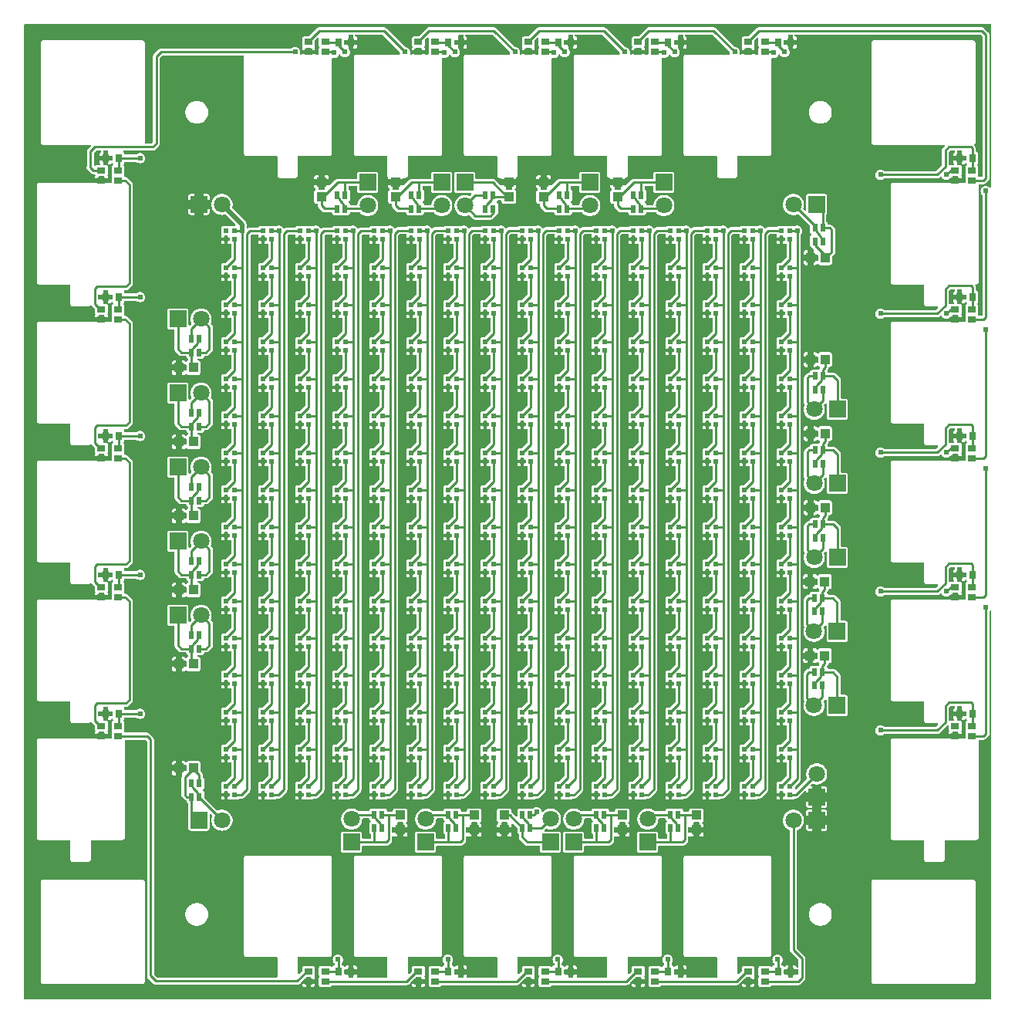
<source format=gtl>
G04 Layer: TopLayer*
G04 EasyEDA v6.5.29, 2023-07-19 21:38:56*
G04 0acaec5f7f514605885a2f2b0e5249c4,5a6b42c53f6a479593ecc07194224c93,10*
G04 Gerber Generator version 0.2*
G04 Scale: 100 percent, Rotated: No, Reflected: No *
G04 Dimensions in millimeters *
G04 leading zeros omitted , absolute positions ,4 integer and 5 decimal *
%FSLAX45Y45*%
%MOMM*%

%AMMACRO1*21,1,$1,$2,0,0,$3*%
%ADD10C,0.2540*%
%ADD11C,0.5000*%
%ADD12R,0.5500X0.5500*%
%ADD13R,0.9000X0.7000*%
%ADD14R,0.8000X0.9000*%
%ADD15R,1.1000X1.0000*%
%ADD16R,0.6000X0.8500*%
%ADD17R,1.0000X1.1000*%
%ADD18C,1.8000*%
%ADD19MACRO1,1.8X1.8X0.0000*%
%ADD20MACRO1,1.8X1.8X-90.0000*%
%ADD21MACRO1,1.8X1.8X90.0000*%
%ADD22C,0.6096*%
%ADD23C,0.0106*%

%LPD*%
G36*
X-8119922Y-10396575D02*
G01*
X-8123834Y-10395813D01*
X-8127136Y-10393578D01*
X-8129320Y-10390327D01*
X-8130133Y-10386415D01*
X-8130133Y298348D01*
X-8129320Y302260D01*
X-8127136Y305511D01*
X-8123834Y307746D01*
X-8119922Y308508D01*
X2475890Y308508D01*
X2479852Y307746D01*
X2483104Y305511D01*
X2485288Y302260D01*
X2486050Y298348D01*
X2486050Y-1480464D01*
X2485288Y-1484325D01*
X2483104Y-1487627D01*
X2479852Y-1489862D01*
X2475890Y-1490624D01*
X2472029Y-1489862D01*
X2468727Y-1487627D01*
X2461920Y-1480820D01*
X2453894Y-1475181D01*
X2445004Y-1471066D01*
X2435504Y-1468526D01*
X2425750Y-1467662D01*
X2415895Y-1468526D01*
X2406396Y-1471066D01*
X2397506Y-1475181D01*
X2389479Y-1480820D01*
X2382570Y-1487779D01*
X2376881Y-1495806D01*
X2372715Y-1504746D01*
X2370175Y-1514195D01*
X2369312Y-1524000D01*
X2370175Y-1533804D01*
X2372715Y-1543253D01*
X2376881Y-1552194D01*
X2382570Y-1560220D01*
X2384145Y-1561795D01*
X2386279Y-1565097D01*
X2387092Y-1569008D01*
X2387092Y-2884932D01*
X2386279Y-2888843D01*
X2384145Y-2892094D01*
X2380843Y-2894330D01*
X2376982Y-2895092D01*
X2351481Y-2895092D01*
X2347417Y-2894228D01*
X2344013Y-2891840D01*
X2339441Y-2884068D01*
X2338019Y-2880563D01*
X2338019Y-2876804D01*
X2339441Y-2873248D01*
X2341524Y-2869895D01*
X2343454Y-2864408D01*
X2344216Y-2858109D01*
X2344216Y-2789224D01*
X2343454Y-2782925D01*
X2341524Y-2777439D01*
X2338527Y-2772562D01*
X2333548Y-2767685D01*
X2331415Y-2764434D01*
X2330602Y-2760573D01*
X2331313Y-2756763D01*
X2333447Y-2753461D01*
X2337308Y-2749397D01*
X2340457Y-2744419D01*
X2342388Y-2738932D01*
X2343099Y-2732633D01*
X2343099Y-2643733D01*
X2342388Y-2637434D01*
X2340457Y-2631948D01*
X2337409Y-2627071D01*
X2333244Y-2622956D01*
X2328367Y-2619908D01*
X2322576Y-2617876D01*
X2319070Y-2615742D01*
X2316683Y-2612339D01*
X2315768Y-2608275D01*
X2315768Y-2582468D01*
X2314956Y-2574442D01*
X2312822Y-2567228D01*
X2311095Y-2563926D01*
X2309876Y-2559964D01*
X2310434Y-2555798D01*
X2312568Y-2552242D01*
X2315972Y-2549855D01*
X2320950Y-2548991D01*
X2327198Y-2548280D01*
X2332685Y-2546350D01*
X2337562Y-2543302D01*
X2341727Y-2539187D01*
X2344775Y-2534310D01*
X2346706Y-2528824D01*
X2347417Y-2522524D01*
X2347417Y-1463192D01*
X2346960Y-1459585D01*
X2347417Y-1455369D01*
X2349550Y-1451711D01*
X2352954Y-1449171D01*
X2357069Y-1448308D01*
X2399792Y-1448308D01*
X2407818Y-1447495D01*
X2415082Y-1445310D01*
X2421686Y-1441754D01*
X2427935Y-1436624D01*
X2452624Y-1411935D01*
X2457754Y-1405737D01*
X2461361Y-1399032D01*
X2463495Y-1391818D01*
X2464308Y-1383792D01*
X2464308Y189992D01*
X2463495Y198018D01*
X2461361Y205232D01*
X2457754Y211937D01*
X2452624Y218135D01*
X2411018Y259740D01*
X2404770Y264871D01*
X2398115Y268427D01*
X2390952Y270611D01*
X2382875Y271424D01*
X-65582Y271424D01*
X-73660Y270611D01*
X-80822Y268427D01*
X-87579Y264871D01*
X-93726Y259740D01*
X-179578Y173888D01*
X-182930Y171704D01*
X-186842Y170942D01*
X-227431Y170942D01*
X-233781Y170230D01*
X-239217Y168300D01*
X-244094Y165252D01*
X-248259Y161137D01*
X-251307Y156260D01*
X-253238Y150774D01*
X-253949Y144475D01*
X-253949Y75590D01*
X-253238Y69291D01*
X-251307Y63804D01*
X-249174Y60452D01*
X-247802Y56896D01*
X-247802Y53136D01*
X-249174Y49631D01*
X-251307Y46228D01*
X-253238Y40792D01*
X-253949Y34442D01*
X-253949Y23876D01*
X-211886Y23876D01*
X-211886Y38963D01*
X-211074Y42824D01*
X-208940Y46126D01*
X-205638Y48361D01*
X-201676Y49123D01*
X-164338Y49123D01*
X-160477Y48361D01*
X-157124Y46126D01*
X-154940Y42824D01*
X-154178Y38963D01*
X-154178Y23876D01*
X-112115Y23876D01*
X-112115Y34442D01*
X-112776Y40792D01*
X-114706Y46228D01*
X-116839Y49631D01*
X-118211Y53136D01*
X-118211Y56896D01*
X-116839Y60452D01*
X-114706Y63804D01*
X-112776Y69291D01*
X-112115Y75590D01*
X-112115Y128016D01*
X-111302Y131876D01*
X-109169Y135178D01*
X-87731Y156565D01*
X-84328Y158800D01*
X-80213Y159512D01*
X-76149Y158496D01*
X-72847Y156006D01*
X-70916Y152349D01*
X-70459Y148234D01*
X-70916Y144475D01*
X-70916Y75590D01*
X-70256Y69291D01*
X-68326Y63804D01*
X-66192Y60452D01*
X-64820Y56896D01*
X-64820Y53136D01*
X-66192Y49631D01*
X-68326Y46228D01*
X-70256Y40792D01*
X-70916Y34442D01*
X-70916Y-16865D01*
X-71729Y-20777D01*
X-73863Y-24028D01*
X-77165Y-26263D01*
X-81127Y-27025D01*
X-101904Y-27025D01*
X-105968Y-26212D01*
X-109372Y-23825D01*
X-156972Y-23825D01*
X-160274Y-26212D01*
X-164338Y-27025D01*
X-201676Y-27025D01*
X-205740Y-26212D01*
X-209143Y-23825D01*
X-256692Y-23825D01*
X-260096Y-26212D01*
X-264058Y-27025D01*
X-266090Y-27025D01*
X-269697Y-26365D01*
X-272897Y-24434D01*
X-275132Y-21488D01*
X-276199Y-17932D01*
X-275945Y-14224D01*
X-274726Y-9804D01*
X-273812Y0D01*
X-274726Y9804D01*
X-277215Y19253D01*
X-281381Y28194D01*
X-287070Y36220D01*
X-293979Y43180D01*
X-302006Y48818D01*
X-310896Y52933D01*
X-320395Y55473D01*
X-328472Y56184D01*
X-331876Y57099D01*
X-334772Y59131D01*
X-535381Y259740D01*
X-541629Y264871D01*
X-548284Y268427D01*
X-555447Y270611D01*
X-563524Y271424D01*
X-1272082Y271424D01*
X-1280160Y270611D01*
X-1287322Y268427D01*
X-1294079Y264871D01*
X-1300226Y259740D01*
X-1386078Y173888D01*
X-1389430Y171704D01*
X-1393342Y170942D01*
X-1433931Y170942D01*
X-1440281Y170230D01*
X-1445717Y168300D01*
X-1450594Y165252D01*
X-1454759Y161137D01*
X-1457807Y156260D01*
X-1459738Y150774D01*
X-1460449Y144475D01*
X-1460449Y75590D01*
X-1459738Y69291D01*
X-1457807Y63804D01*
X-1455674Y60452D01*
X-1454302Y56896D01*
X-1454302Y53136D01*
X-1455674Y49631D01*
X-1457807Y46228D01*
X-1459738Y40792D01*
X-1460449Y34442D01*
X-1460449Y23876D01*
X-1418386Y23876D01*
X-1418386Y38963D01*
X-1417574Y42824D01*
X-1415440Y46126D01*
X-1412138Y48361D01*
X-1408176Y49123D01*
X-1370838Y49123D01*
X-1366977Y48361D01*
X-1363624Y46126D01*
X-1361440Y42824D01*
X-1360678Y38963D01*
X-1360678Y23876D01*
X-1318615Y23876D01*
X-1318615Y34442D01*
X-1319276Y40792D01*
X-1321206Y46228D01*
X-1323340Y49631D01*
X-1324711Y53136D01*
X-1324711Y56896D01*
X-1323340Y60452D01*
X-1321206Y63804D01*
X-1319276Y69291D01*
X-1318615Y75590D01*
X-1318615Y128016D01*
X-1317802Y131927D01*
X-1315669Y135178D01*
X-1294231Y156565D01*
X-1290828Y158800D01*
X-1286713Y159512D01*
X-1282649Y158546D01*
X-1279347Y156006D01*
X-1277416Y152349D01*
X-1276959Y148234D01*
X-1277416Y144475D01*
X-1277416Y75590D01*
X-1276756Y69291D01*
X-1274826Y63804D01*
X-1272692Y60452D01*
X-1271320Y56896D01*
X-1271320Y53136D01*
X-1272692Y49631D01*
X-1274826Y46228D01*
X-1276756Y40792D01*
X-1277416Y34442D01*
X-1277416Y-16865D01*
X-1278229Y-20777D01*
X-1280363Y-24028D01*
X-1283665Y-26263D01*
X-1287627Y-27025D01*
X-1308404Y-27025D01*
X-1312468Y-26212D01*
X-1315872Y-23825D01*
X-1363472Y-23825D01*
X-1366774Y-26212D01*
X-1370838Y-27025D01*
X-1408176Y-27025D01*
X-1412240Y-26212D01*
X-1415643Y-23825D01*
X-1463192Y-23825D01*
X-1466596Y-26212D01*
X-1470558Y-27025D01*
X-1472590Y-27025D01*
X-1476197Y-26365D01*
X-1479397Y-24434D01*
X-1481632Y-21488D01*
X-1482699Y-17932D01*
X-1482445Y-14224D01*
X-1481226Y-9804D01*
X-1480312Y0D01*
X-1481226Y9804D01*
X-1483715Y19253D01*
X-1487881Y28194D01*
X-1493570Y36220D01*
X-1500479Y43180D01*
X-1508506Y48818D01*
X-1517396Y52933D01*
X-1526895Y55473D01*
X-1534972Y56184D01*
X-1538376Y57099D01*
X-1541272Y59131D01*
X-1741881Y259740D01*
X-1748129Y264871D01*
X-1754784Y268427D01*
X-1761947Y270611D01*
X-1770024Y271424D01*
X-2478582Y271424D01*
X-2486660Y270611D01*
X-2493822Y268427D01*
X-2500579Y264871D01*
X-2506726Y259740D01*
X-2592578Y173888D01*
X-2595930Y171704D01*
X-2599842Y170942D01*
X-2640431Y170942D01*
X-2646781Y170230D01*
X-2652217Y168300D01*
X-2657094Y165252D01*
X-2661259Y161137D01*
X-2664307Y156260D01*
X-2666238Y150774D01*
X-2666949Y144475D01*
X-2666949Y75590D01*
X-2666238Y69291D01*
X-2664307Y63804D01*
X-2662174Y60452D01*
X-2660802Y56896D01*
X-2660802Y53136D01*
X-2662174Y49631D01*
X-2664307Y46228D01*
X-2666238Y40792D01*
X-2666949Y34442D01*
X-2666949Y23876D01*
X-2624886Y23876D01*
X-2624886Y38963D01*
X-2624074Y42824D01*
X-2621940Y46126D01*
X-2618638Y48361D01*
X-2614676Y49123D01*
X-2577338Y49123D01*
X-2573426Y48361D01*
X-2570124Y46126D01*
X-2567940Y42824D01*
X-2567178Y38963D01*
X-2567178Y23876D01*
X-2525115Y23876D01*
X-2525115Y34442D01*
X-2525776Y40792D01*
X-2527706Y46228D01*
X-2529840Y49631D01*
X-2531211Y53136D01*
X-2531211Y56896D01*
X-2529840Y60452D01*
X-2527706Y63804D01*
X-2525776Y69291D01*
X-2525115Y75590D01*
X-2525115Y128016D01*
X-2524302Y131927D01*
X-2522169Y135178D01*
X-2500731Y156565D01*
X-2497328Y158800D01*
X-2493213Y159512D01*
X-2489149Y158546D01*
X-2485847Y156006D01*
X-2483916Y152349D01*
X-2483459Y148234D01*
X-2483916Y144475D01*
X-2483916Y75590D01*
X-2483256Y69291D01*
X-2481326Y63804D01*
X-2479192Y60452D01*
X-2477820Y56896D01*
X-2477820Y53136D01*
X-2479192Y49631D01*
X-2481326Y46228D01*
X-2483256Y40792D01*
X-2483916Y34442D01*
X-2483916Y-16865D01*
X-2484729Y-20777D01*
X-2486863Y-24028D01*
X-2490165Y-26263D01*
X-2494127Y-27025D01*
X-2514904Y-27025D01*
X-2518968Y-26212D01*
X-2522372Y-23825D01*
X-2569972Y-23825D01*
X-2573274Y-26212D01*
X-2577338Y-27025D01*
X-2614676Y-27025D01*
X-2618740Y-26212D01*
X-2622143Y-23825D01*
X-2669692Y-23825D01*
X-2673096Y-26212D01*
X-2677058Y-27025D01*
X-2679090Y-27025D01*
X-2682697Y-26365D01*
X-2685897Y-24434D01*
X-2688132Y-21488D01*
X-2689199Y-17932D01*
X-2688945Y-14224D01*
X-2687726Y-9804D01*
X-2686812Y0D01*
X-2687726Y9804D01*
X-2690215Y19253D01*
X-2694381Y28194D01*
X-2700070Y36220D01*
X-2706979Y43180D01*
X-2715006Y48818D01*
X-2723896Y52933D01*
X-2733395Y55473D01*
X-2741472Y56184D01*
X-2744876Y57099D01*
X-2747772Y59131D01*
X-2948381Y259740D01*
X-2954629Y264871D01*
X-2961284Y268427D01*
X-2968447Y270611D01*
X-2976524Y271424D01*
X-3685082Y271424D01*
X-3693160Y270611D01*
X-3700322Y268427D01*
X-3707079Y264871D01*
X-3713226Y259740D01*
X-3799078Y173888D01*
X-3802430Y171704D01*
X-3806342Y170942D01*
X-3846931Y170942D01*
X-3853281Y170230D01*
X-3858717Y168300D01*
X-3863594Y165252D01*
X-3867759Y161137D01*
X-3870807Y156260D01*
X-3872737Y150774D01*
X-3873449Y144475D01*
X-3873449Y75590D01*
X-3872737Y69291D01*
X-3870807Y63804D01*
X-3868674Y60452D01*
X-3867302Y56896D01*
X-3867302Y53136D01*
X-3868674Y49631D01*
X-3870807Y46228D01*
X-3872737Y40792D01*
X-3873449Y34442D01*
X-3873449Y23876D01*
X-3831386Y23876D01*
X-3831386Y38963D01*
X-3830574Y42824D01*
X-3828440Y46126D01*
X-3825138Y48361D01*
X-3821176Y49123D01*
X-3783837Y49123D01*
X-3779926Y48361D01*
X-3776624Y46126D01*
X-3774440Y42824D01*
X-3773678Y38963D01*
X-3773678Y23876D01*
X-3731615Y23876D01*
X-3731615Y34442D01*
X-3732276Y40792D01*
X-3734206Y46228D01*
X-3736340Y49631D01*
X-3737711Y53136D01*
X-3737711Y56896D01*
X-3736340Y60452D01*
X-3734206Y63804D01*
X-3732276Y69291D01*
X-3731615Y75590D01*
X-3731615Y128016D01*
X-3730802Y131927D01*
X-3728669Y135178D01*
X-3707231Y156565D01*
X-3703828Y158800D01*
X-3699713Y159512D01*
X-3695649Y158546D01*
X-3692347Y156006D01*
X-3690416Y152349D01*
X-3689959Y148234D01*
X-3690416Y144475D01*
X-3690416Y75590D01*
X-3689756Y69291D01*
X-3687826Y63804D01*
X-3685692Y60452D01*
X-3684320Y56896D01*
X-3684320Y53136D01*
X-3685692Y49631D01*
X-3687826Y46228D01*
X-3689756Y40792D01*
X-3690416Y34442D01*
X-3690416Y-16865D01*
X-3691229Y-20777D01*
X-3693363Y-24028D01*
X-3696665Y-26263D01*
X-3700627Y-27025D01*
X-3721404Y-27025D01*
X-3725468Y-26212D01*
X-3728872Y-23825D01*
X-3776472Y-23825D01*
X-3779774Y-26212D01*
X-3783837Y-27025D01*
X-3821176Y-27025D01*
X-3825240Y-26212D01*
X-3828643Y-23825D01*
X-3876192Y-23825D01*
X-3879596Y-26212D01*
X-3883558Y-27025D01*
X-3885590Y-27025D01*
X-3889197Y-26365D01*
X-3892397Y-24434D01*
X-3894632Y-21488D01*
X-3895699Y-17932D01*
X-3895445Y-14224D01*
X-3894226Y-9804D01*
X-3893312Y0D01*
X-3894226Y9804D01*
X-3896715Y19253D01*
X-3900881Y28194D01*
X-3906570Y36220D01*
X-3913479Y43180D01*
X-3921506Y48818D01*
X-3930396Y52933D01*
X-3939895Y55473D01*
X-3947972Y56184D01*
X-3951376Y57099D01*
X-3954272Y59131D01*
X-4154881Y259740D01*
X-4161129Y264871D01*
X-4167784Y268427D01*
X-4174947Y270611D01*
X-4183024Y271424D01*
X-4891582Y271424D01*
X-4899660Y270611D01*
X-4906822Y268427D01*
X-4913579Y264871D01*
X-4919726Y259740D01*
X-5005578Y173888D01*
X-5008930Y171704D01*
X-5012842Y170942D01*
X-5053431Y170942D01*
X-5059781Y170230D01*
X-5065217Y168300D01*
X-5070094Y165252D01*
X-5074259Y161137D01*
X-5077307Y156260D01*
X-5079238Y150774D01*
X-5079949Y144475D01*
X-5079949Y75590D01*
X-5079238Y69291D01*
X-5077307Y63804D01*
X-5075174Y60452D01*
X-5073802Y56896D01*
X-5073802Y53136D01*
X-5075174Y49631D01*
X-5077307Y46228D01*
X-5079238Y40792D01*
X-5079949Y34442D01*
X-5079949Y23876D01*
X-5037886Y23876D01*
X-5037886Y38963D01*
X-5037074Y42824D01*
X-5034940Y46126D01*
X-5031638Y48361D01*
X-5027676Y49123D01*
X-4990338Y49123D01*
X-4986426Y48361D01*
X-4983124Y46126D01*
X-4980940Y42824D01*
X-4980178Y38963D01*
X-4980178Y23876D01*
X-4938115Y23876D01*
X-4938115Y34442D01*
X-4938776Y40792D01*
X-4940706Y46228D01*
X-4942840Y49631D01*
X-4944211Y53136D01*
X-4944211Y56896D01*
X-4942840Y60452D01*
X-4940706Y63804D01*
X-4938776Y69291D01*
X-4938115Y75590D01*
X-4938115Y128016D01*
X-4937302Y131927D01*
X-4935169Y135178D01*
X-4913731Y156565D01*
X-4910328Y158800D01*
X-4906213Y159512D01*
X-4902149Y158546D01*
X-4898847Y156006D01*
X-4896916Y152349D01*
X-4896459Y148234D01*
X-4896916Y144475D01*
X-4896916Y75590D01*
X-4896256Y69291D01*
X-4894326Y63804D01*
X-4892192Y60452D01*
X-4890820Y56896D01*
X-4890820Y53136D01*
X-4892192Y49631D01*
X-4894326Y46228D01*
X-4896256Y40792D01*
X-4896916Y34442D01*
X-4896916Y-16865D01*
X-4897729Y-20777D01*
X-4899863Y-24028D01*
X-4903165Y-26263D01*
X-4907127Y-27025D01*
X-4927904Y-27025D01*
X-4931968Y-26212D01*
X-4935372Y-23825D01*
X-4982972Y-23825D01*
X-4986274Y-26212D01*
X-4990338Y-27025D01*
X-5027676Y-27025D01*
X-5031740Y-26212D01*
X-5035143Y-23825D01*
X-5082692Y-23825D01*
X-5086096Y-26212D01*
X-5090058Y-27025D01*
X-5092090Y-27025D01*
X-5095697Y-26365D01*
X-5098897Y-24434D01*
X-5101132Y-21488D01*
X-5102199Y-17932D01*
X-5101945Y-14224D01*
X-5100726Y-9804D01*
X-5099812Y0D01*
X-5100726Y9804D01*
X-5103215Y19253D01*
X-5107381Y28194D01*
X-5113070Y36220D01*
X-5119979Y43180D01*
X-5128006Y48818D01*
X-5136896Y52933D01*
X-5146395Y55473D01*
X-5156149Y56337D01*
X-5166004Y55473D01*
X-5175453Y52933D01*
X-5184394Y48818D01*
X-5192420Y43180D01*
X-5194046Y41605D01*
X-5197297Y39370D01*
X-5201158Y38608D01*
X-6628942Y38608D01*
X-6636969Y37795D01*
X-6644182Y35610D01*
X-6650786Y32054D01*
X-6657035Y26924D01*
X-6707174Y-23164D01*
X-6712254Y-29362D01*
X-6715861Y-36068D01*
X-6718046Y-43281D01*
X-6718808Y-51308D01*
X-6718808Y-983081D01*
X-6719570Y-986993D01*
X-6721805Y-990295D01*
X-6731304Y-999794D01*
X-6734606Y-1002030D01*
X-6738518Y-1002792D01*
X-6796735Y-1002792D01*
X-6800951Y-1001928D01*
X-6804355Y-999388D01*
X-6806438Y-995730D01*
X-6806895Y-991514D01*
X-6806692Y-990041D01*
X-6806692Y101041D01*
X-6807403Y107340D01*
X-6809333Y112826D01*
X-6812381Y117703D01*
X-6816496Y121818D01*
X-6821424Y124866D01*
X-6826859Y126796D01*
X-6833209Y127508D01*
X-7924190Y127508D01*
X-7930540Y126796D01*
X-7936026Y124866D01*
X-7940954Y121818D01*
X-7945018Y117703D01*
X-7948066Y112826D01*
X-7949946Y107340D01*
X-7950708Y101041D01*
X-7950708Y-990041D01*
X-7949946Y-996340D01*
X-7948066Y-1001826D01*
X-7945018Y-1006703D01*
X-7940954Y-1010818D01*
X-7936026Y-1013866D01*
X-7930540Y-1015796D01*
X-7924190Y-1016508D01*
X-7407554Y-1016508D01*
X-7403693Y-1017269D01*
X-7400391Y-1019505D01*
X-7398105Y-1022756D01*
X-7397394Y-1026668D01*
X-7398105Y-1030579D01*
X-7400391Y-1033830D01*
X-7431074Y-1064564D01*
X-7436154Y-1070762D01*
X-7439761Y-1077468D01*
X-7441946Y-1084681D01*
X-7442708Y-1092708D01*
X-7442708Y-1250746D01*
X-7443165Y-1253693D01*
X-7444486Y-1258265D01*
X-7445298Y-1265783D01*
X-7444486Y-1273302D01*
X-7442352Y-1280515D01*
X-7438796Y-1287221D01*
X-7433614Y-1293418D01*
X-7400442Y-1326642D01*
X-7394194Y-1331772D01*
X-7387590Y-1335328D01*
X-7380376Y-1337513D01*
X-7372350Y-1338326D01*
X-7360462Y-1338326D01*
X-7356449Y-1339138D01*
X-7353046Y-1341526D01*
X-7348524Y-1349248D01*
X-7347102Y-1352804D01*
X-7347102Y-1356563D01*
X-7348524Y-1360068D01*
X-7350556Y-1363472D01*
X-7352538Y-1368907D01*
X-7353198Y-1375257D01*
X-7353198Y-1385824D01*
X-7311136Y-1385824D01*
X-7311136Y-1370736D01*
X-7310424Y-1366875D01*
X-7308189Y-1363573D01*
X-7304938Y-1361338D01*
X-7301026Y-1360576D01*
X-7263638Y-1360576D01*
X-7259726Y-1361338D01*
X-7256424Y-1363573D01*
X-7254290Y-1366875D01*
X-7253427Y-1370736D01*
X-7253427Y-1385824D01*
X-7211364Y-1385824D01*
X-7211364Y-1375257D01*
X-7212126Y-1368907D01*
X-7214057Y-1363472D01*
X-7216190Y-1360068D01*
X-7217562Y-1356563D01*
X-7217562Y-1352804D01*
X-7216190Y-1349248D01*
X-7214057Y-1345895D01*
X-7212126Y-1340408D01*
X-7211364Y-1334109D01*
X-7211364Y-1265224D01*
X-7212126Y-1258925D01*
X-7214057Y-1253439D01*
X-7215784Y-1250645D01*
X-7217257Y-1246632D01*
X-7217054Y-1243533D01*
X-7220610Y-1243787D01*
X-7224572Y-1242314D01*
X-7226096Y-1241399D01*
X-7231532Y-1239469D01*
X-7237882Y-1238758D01*
X-7251547Y-1238758D01*
X-7255459Y-1237996D01*
X-7258761Y-1235811D01*
X-7260996Y-1232509D01*
X-7261707Y-1228598D01*
X-7261707Y-1193038D01*
X-7301280Y-1193038D01*
X-7301280Y-1208633D01*
X-7300620Y-1214932D01*
X-7298740Y-1220419D01*
X-7296912Y-1223213D01*
X-7295438Y-1227226D01*
X-7295845Y-1231544D01*
X-7297877Y-1235303D01*
X-7301280Y-1237843D01*
X-7305548Y-1238758D01*
X-7326731Y-1238758D01*
X-7333030Y-1239469D01*
X-7338517Y-1241399D01*
X-7343394Y-1244447D01*
X-7348118Y-1249172D01*
X-7351471Y-1251407D01*
X-7355331Y-1252169D01*
X-7359243Y-1251407D01*
X-7362545Y-1249172D01*
X-7364730Y-1245870D01*
X-7365492Y-1242009D01*
X-7365492Y-1112418D01*
X-7364730Y-1108506D01*
X-7362545Y-1105204D01*
X-7340295Y-1083005D01*
X-7336942Y-1080770D01*
X-7333081Y-1080008D01*
X-7296607Y-1080008D01*
X-7292390Y-1080922D01*
X-7288936Y-1083564D01*
X-7286853Y-1087374D01*
X-7286548Y-1091692D01*
X-7288072Y-1095756D01*
X-7295642Y-1103071D01*
X-7298740Y-1107948D01*
X-7300620Y-1113434D01*
X-7301280Y-1119733D01*
X-7301280Y-1135329D01*
X-7261707Y-1135329D01*
X-7261707Y-1090168D01*
X-7260996Y-1086256D01*
X-7258761Y-1083005D01*
X-7255459Y-1080770D01*
X-7251547Y-1080008D01*
X-7219188Y-1080008D01*
X-7215327Y-1080770D01*
X-7212025Y-1083005D01*
X-7209840Y-1086256D01*
X-7209028Y-1090168D01*
X-7209028Y-1135329D01*
X-7171486Y-1135329D01*
X-7167575Y-1136091D01*
X-7164324Y-1138326D01*
X-7162088Y-1141628D01*
X-7161377Y-1145489D01*
X-7161377Y-1182878D01*
X-7162088Y-1186738D01*
X-7164324Y-1190040D01*
X-7167575Y-1192276D01*
X-7171486Y-1193038D01*
X-7209028Y-1193038D01*
X-7209028Y-1233728D01*
X-7209434Y-1235557D01*
X-7207148Y-1235100D01*
X-7196023Y-1235100D01*
X-7189673Y-1234389D01*
X-7184186Y-1232458D01*
X-7179259Y-1229410D01*
X-7175246Y-1225296D01*
X-7174026Y-1223416D01*
X-7171232Y-1220470D01*
X-7167422Y-1218844D01*
X-7163409Y-1218844D01*
X-7159599Y-1220470D01*
X-7156805Y-1223416D01*
X-7152690Y-1229207D01*
X-7151776Y-1232712D01*
X-7152182Y-1236319D01*
X-7153808Y-1239570D01*
X-7156500Y-1242009D01*
X-7160463Y-1244447D01*
X-7164476Y-1248562D01*
X-7167575Y-1253439D01*
X-7169505Y-1258925D01*
X-7170267Y-1265224D01*
X-7170267Y-1334109D01*
X-7169505Y-1340408D01*
X-7167575Y-1345895D01*
X-7165441Y-1349248D01*
X-7164070Y-1352804D01*
X-7164070Y-1356563D01*
X-7165441Y-1360068D01*
X-7167575Y-1363472D01*
X-7169505Y-1368907D01*
X-7170267Y-1375257D01*
X-7170267Y-1426565D01*
X-7170978Y-1430477D01*
X-7173214Y-1433728D01*
X-7176516Y-1435963D01*
X-7180427Y-1436725D01*
X-7201204Y-1436725D01*
X-7205319Y-1435912D01*
X-7208672Y-1433525D01*
X-7256272Y-1433525D01*
X-7259624Y-1435912D01*
X-7263638Y-1436725D01*
X-7301026Y-1436725D01*
X-7305040Y-1435912D01*
X-7308443Y-1433525D01*
X-7355941Y-1433525D01*
X-7359396Y-1435912D01*
X-7363358Y-1436725D01*
X-7964982Y-1436725D01*
X-7971281Y-1437436D01*
X-7976768Y-1439367D01*
X-7981645Y-1442415D01*
X-7985709Y-1446530D01*
X-7988808Y-1451406D01*
X-7990738Y-1456893D01*
X-7991449Y-1463192D01*
X-7991449Y-2522524D01*
X-7990738Y-2528824D01*
X-7988808Y-2534310D01*
X-7985709Y-2539187D01*
X-7981645Y-2543302D01*
X-7976768Y-2546350D01*
X-7971281Y-2548280D01*
X-7964982Y-2548991D01*
X-7633309Y-2548991D01*
X-7629398Y-2549753D01*
X-7626096Y-2551988D01*
X-7623911Y-2555240D01*
X-7623149Y-2559151D01*
X-7623149Y-2763824D01*
X-7622438Y-2770124D01*
X-7620508Y-2775610D01*
X-7617409Y-2780487D01*
X-7613345Y-2784602D01*
X-7608468Y-2787650D01*
X-7602981Y-2789580D01*
X-7596682Y-2790291D01*
X-7426299Y-2790291D01*
X-7420000Y-2789580D01*
X-7414564Y-2787650D01*
X-7409688Y-2784602D01*
X-7405674Y-2780588D01*
X-7402474Y-2778455D01*
X-7398867Y-2777591D01*
X-7395108Y-2778150D01*
X-7391857Y-2780030D01*
X-7389520Y-2782976D01*
X-7387996Y-2785821D01*
X-7382814Y-2792018D01*
X-7356246Y-2818688D01*
X-7354011Y-2821990D01*
X-7353198Y-2825902D01*
X-7353198Y-2858109D01*
X-7352538Y-2864408D01*
X-7350556Y-2869895D01*
X-7348524Y-2873248D01*
X-7347102Y-2876804D01*
X-7347102Y-2880563D01*
X-7348524Y-2884068D01*
X-7350556Y-2887472D01*
X-7352538Y-2892907D01*
X-7353198Y-2899257D01*
X-7353198Y-2909824D01*
X-7311136Y-2909824D01*
X-7311136Y-2894736D01*
X-7310424Y-2890875D01*
X-7308189Y-2887573D01*
X-7304938Y-2885338D01*
X-7301026Y-2884576D01*
X-7263638Y-2884576D01*
X-7259726Y-2885338D01*
X-7256424Y-2887573D01*
X-7254290Y-2890875D01*
X-7253427Y-2894736D01*
X-7253427Y-2909824D01*
X-7211364Y-2909824D01*
X-7211364Y-2899257D01*
X-7212126Y-2892907D01*
X-7214057Y-2887472D01*
X-7216190Y-2884068D01*
X-7217562Y-2880563D01*
X-7217562Y-2876804D01*
X-7216190Y-2873248D01*
X-7214057Y-2869895D01*
X-7212126Y-2864408D01*
X-7211364Y-2858109D01*
X-7211364Y-2789224D01*
X-7212126Y-2782925D01*
X-7214057Y-2777439D01*
X-7215784Y-2774645D01*
X-7217257Y-2770632D01*
X-7217054Y-2767533D01*
X-7220610Y-2767787D01*
X-7224572Y-2766314D01*
X-7226096Y-2765399D01*
X-7231532Y-2763469D01*
X-7237882Y-2762758D01*
X-7251547Y-2762758D01*
X-7255459Y-2761996D01*
X-7258761Y-2759811D01*
X-7260996Y-2756509D01*
X-7261707Y-2752598D01*
X-7261707Y-2717038D01*
X-7307122Y-2717038D01*
X-7311034Y-2716276D01*
X-7314336Y-2714040D01*
X-7316520Y-2710738D01*
X-7317333Y-2706878D01*
X-7317333Y-2669489D01*
X-7316520Y-2665628D01*
X-7314336Y-2662326D01*
X-7311034Y-2660091D01*
X-7307122Y-2659329D01*
X-7261707Y-2659329D01*
X-7261707Y-2622651D01*
X-7260996Y-2618740D01*
X-7258761Y-2615488D01*
X-7255459Y-2613253D01*
X-7251547Y-2612491D01*
X-7219188Y-2612491D01*
X-7215327Y-2613253D01*
X-7212025Y-2615488D01*
X-7209840Y-2618740D01*
X-7209028Y-2622651D01*
X-7209028Y-2659329D01*
X-7171486Y-2659329D01*
X-7167575Y-2660091D01*
X-7164324Y-2662326D01*
X-7162088Y-2665628D01*
X-7161377Y-2669489D01*
X-7161377Y-2706878D01*
X-7162088Y-2710738D01*
X-7164324Y-2714040D01*
X-7167575Y-2716276D01*
X-7171486Y-2717038D01*
X-7209028Y-2717038D01*
X-7209028Y-2757728D01*
X-7209434Y-2759557D01*
X-7207148Y-2759100D01*
X-7196023Y-2759100D01*
X-7189673Y-2758389D01*
X-7184186Y-2756458D01*
X-7179259Y-2753410D01*
X-7175246Y-2749296D01*
X-7174026Y-2747416D01*
X-7171232Y-2744470D01*
X-7167422Y-2742844D01*
X-7163409Y-2742844D01*
X-7159599Y-2744470D01*
X-7156805Y-2747416D01*
X-7152690Y-2753207D01*
X-7151776Y-2756712D01*
X-7152182Y-2760319D01*
X-7153808Y-2763570D01*
X-7156500Y-2766009D01*
X-7160463Y-2768447D01*
X-7164476Y-2772562D01*
X-7167575Y-2777439D01*
X-7169505Y-2782925D01*
X-7170267Y-2789224D01*
X-7170267Y-2858109D01*
X-7169505Y-2864408D01*
X-7167575Y-2869895D01*
X-7165441Y-2873248D01*
X-7164070Y-2876804D01*
X-7164070Y-2880563D01*
X-7165441Y-2884068D01*
X-7167575Y-2887472D01*
X-7169505Y-2892907D01*
X-7170267Y-2899257D01*
X-7170267Y-2950565D01*
X-7170978Y-2954477D01*
X-7173214Y-2957728D01*
X-7176516Y-2959963D01*
X-7180427Y-2960725D01*
X-7201204Y-2960725D01*
X-7205319Y-2959912D01*
X-7208672Y-2957525D01*
X-7256272Y-2957525D01*
X-7259624Y-2959912D01*
X-7263638Y-2960725D01*
X-7301026Y-2960725D01*
X-7305040Y-2959912D01*
X-7308443Y-2957525D01*
X-7355941Y-2957525D01*
X-7359396Y-2959912D01*
X-7363358Y-2960725D01*
X-7964982Y-2960725D01*
X-7971281Y-2961436D01*
X-7976768Y-2963367D01*
X-7981645Y-2966415D01*
X-7985709Y-2970530D01*
X-7988808Y-2975406D01*
X-7990738Y-2980893D01*
X-7991449Y-2987192D01*
X-7991449Y-4046524D01*
X-7990738Y-4052824D01*
X-7988808Y-4058310D01*
X-7985709Y-4063187D01*
X-7981645Y-4067301D01*
X-7976768Y-4070350D01*
X-7971281Y-4072280D01*
X-7964982Y-4072991D01*
X-7633309Y-4072991D01*
X-7629398Y-4073753D01*
X-7626096Y-4075988D01*
X-7623911Y-4079240D01*
X-7623149Y-4083151D01*
X-7623149Y-4287824D01*
X-7622438Y-4294124D01*
X-7620508Y-4299610D01*
X-7617409Y-4304487D01*
X-7613345Y-4308602D01*
X-7608468Y-4311650D01*
X-7602981Y-4313580D01*
X-7596682Y-4314291D01*
X-7426299Y-4314291D01*
X-7420000Y-4313580D01*
X-7414564Y-4311650D01*
X-7409688Y-4308602D01*
X-7405674Y-4304588D01*
X-7402474Y-4302455D01*
X-7398867Y-4301591D01*
X-7395108Y-4302150D01*
X-7391857Y-4304030D01*
X-7389520Y-4306976D01*
X-7387996Y-4309821D01*
X-7382814Y-4316018D01*
X-7356246Y-4342688D01*
X-7354011Y-4345990D01*
X-7353198Y-4349902D01*
X-7353198Y-4382109D01*
X-7352538Y-4388408D01*
X-7350556Y-4393895D01*
X-7348524Y-4397248D01*
X-7347102Y-4400804D01*
X-7347102Y-4404563D01*
X-7348524Y-4408068D01*
X-7350556Y-4411472D01*
X-7352538Y-4416907D01*
X-7353198Y-4423257D01*
X-7353198Y-4433824D01*
X-7311136Y-4433824D01*
X-7311136Y-4418736D01*
X-7310424Y-4414875D01*
X-7308189Y-4411573D01*
X-7304938Y-4409338D01*
X-7301026Y-4408576D01*
X-7263638Y-4408576D01*
X-7259726Y-4409338D01*
X-7256424Y-4411573D01*
X-7254290Y-4414875D01*
X-7253427Y-4418736D01*
X-7253427Y-4433824D01*
X-7211364Y-4433824D01*
X-7211364Y-4423257D01*
X-7212126Y-4416907D01*
X-7214057Y-4411472D01*
X-7216190Y-4408068D01*
X-7217562Y-4404563D01*
X-7217562Y-4400804D01*
X-7216190Y-4397248D01*
X-7214057Y-4393895D01*
X-7212126Y-4388408D01*
X-7211364Y-4382109D01*
X-7211364Y-4313224D01*
X-7212126Y-4306925D01*
X-7214057Y-4301439D01*
X-7215784Y-4298645D01*
X-7217257Y-4294632D01*
X-7217054Y-4291533D01*
X-7220610Y-4291787D01*
X-7224572Y-4290314D01*
X-7226096Y-4289399D01*
X-7231532Y-4287469D01*
X-7237882Y-4286758D01*
X-7251547Y-4286758D01*
X-7255459Y-4285996D01*
X-7258761Y-4283811D01*
X-7260996Y-4280509D01*
X-7261707Y-4276598D01*
X-7261707Y-4241038D01*
X-7307122Y-4241038D01*
X-7311034Y-4240276D01*
X-7314336Y-4238040D01*
X-7316520Y-4234738D01*
X-7317333Y-4230878D01*
X-7317333Y-4193489D01*
X-7316520Y-4189628D01*
X-7314336Y-4186326D01*
X-7311034Y-4184091D01*
X-7307122Y-4183329D01*
X-7261707Y-4183329D01*
X-7261707Y-4146651D01*
X-7260996Y-4142740D01*
X-7258761Y-4139488D01*
X-7255459Y-4137253D01*
X-7251547Y-4136491D01*
X-7219188Y-4136491D01*
X-7215327Y-4137253D01*
X-7212025Y-4139488D01*
X-7209840Y-4142740D01*
X-7209028Y-4146651D01*
X-7209028Y-4183329D01*
X-7171486Y-4183329D01*
X-7167575Y-4184091D01*
X-7164324Y-4186326D01*
X-7162088Y-4189628D01*
X-7161377Y-4193489D01*
X-7161377Y-4230878D01*
X-7162088Y-4234738D01*
X-7164324Y-4238040D01*
X-7167575Y-4240276D01*
X-7171486Y-4241038D01*
X-7209028Y-4241038D01*
X-7209028Y-4281728D01*
X-7209434Y-4283557D01*
X-7207148Y-4283100D01*
X-7196023Y-4283100D01*
X-7189673Y-4282389D01*
X-7184186Y-4280458D01*
X-7179259Y-4277410D01*
X-7175246Y-4273296D01*
X-7174026Y-4271416D01*
X-7171232Y-4268470D01*
X-7167422Y-4266844D01*
X-7163409Y-4266844D01*
X-7159599Y-4268470D01*
X-7156805Y-4271416D01*
X-7152690Y-4277207D01*
X-7151776Y-4280712D01*
X-7152182Y-4284319D01*
X-7153808Y-4287570D01*
X-7156500Y-4290009D01*
X-7160463Y-4292447D01*
X-7164476Y-4296562D01*
X-7167575Y-4301439D01*
X-7169505Y-4306925D01*
X-7170267Y-4313224D01*
X-7170267Y-4382109D01*
X-7169505Y-4388408D01*
X-7167575Y-4393895D01*
X-7165441Y-4397248D01*
X-7164070Y-4400804D01*
X-7164070Y-4404563D01*
X-7165441Y-4408068D01*
X-7167575Y-4411472D01*
X-7169505Y-4416907D01*
X-7170267Y-4423257D01*
X-7170267Y-4474565D01*
X-7170978Y-4478477D01*
X-7173214Y-4481728D01*
X-7176516Y-4483963D01*
X-7180427Y-4484725D01*
X-7201204Y-4484725D01*
X-7205319Y-4483912D01*
X-7208672Y-4481525D01*
X-7256272Y-4481525D01*
X-7259624Y-4483912D01*
X-7263638Y-4484725D01*
X-7301026Y-4484725D01*
X-7305040Y-4483912D01*
X-7308443Y-4481525D01*
X-7355941Y-4481525D01*
X-7359396Y-4483912D01*
X-7363358Y-4484725D01*
X-7964982Y-4484725D01*
X-7971281Y-4485436D01*
X-7976768Y-4487367D01*
X-7981645Y-4490415D01*
X-7985709Y-4494530D01*
X-7988808Y-4499406D01*
X-7990738Y-4504893D01*
X-7991449Y-4511192D01*
X-7991449Y-5570524D01*
X-7990738Y-5576824D01*
X-7988808Y-5582310D01*
X-7985709Y-5587187D01*
X-7981645Y-5591302D01*
X-7976768Y-5594350D01*
X-7971281Y-5596280D01*
X-7964982Y-5596991D01*
X-7633309Y-5596991D01*
X-7629398Y-5597753D01*
X-7626096Y-5599988D01*
X-7623911Y-5603240D01*
X-7623149Y-5607151D01*
X-7623149Y-5811824D01*
X-7622438Y-5818124D01*
X-7620508Y-5823610D01*
X-7617409Y-5828487D01*
X-7613345Y-5832602D01*
X-7608468Y-5835650D01*
X-7602981Y-5837580D01*
X-7596682Y-5838291D01*
X-7426299Y-5838291D01*
X-7420000Y-5837580D01*
X-7414564Y-5835650D01*
X-7409688Y-5832602D01*
X-7405674Y-5828588D01*
X-7402474Y-5826455D01*
X-7398867Y-5825591D01*
X-7395108Y-5826150D01*
X-7391857Y-5828030D01*
X-7389520Y-5830976D01*
X-7387996Y-5833821D01*
X-7382814Y-5840018D01*
X-7356246Y-5866688D01*
X-7354011Y-5869990D01*
X-7353198Y-5873902D01*
X-7353198Y-5906109D01*
X-7352538Y-5912408D01*
X-7350556Y-5917895D01*
X-7348524Y-5921248D01*
X-7347102Y-5924804D01*
X-7347102Y-5928563D01*
X-7348524Y-5932068D01*
X-7350556Y-5935472D01*
X-7352538Y-5940907D01*
X-7353198Y-5947257D01*
X-7353198Y-5957824D01*
X-7311136Y-5957824D01*
X-7311136Y-5942736D01*
X-7310424Y-5938875D01*
X-7308189Y-5935573D01*
X-7304938Y-5933338D01*
X-7301026Y-5932576D01*
X-7263638Y-5932576D01*
X-7259726Y-5933338D01*
X-7256424Y-5935573D01*
X-7254290Y-5938875D01*
X-7253427Y-5942736D01*
X-7253427Y-5957824D01*
X-7211364Y-5957824D01*
X-7211364Y-5947257D01*
X-7212126Y-5940907D01*
X-7214057Y-5935472D01*
X-7216190Y-5932068D01*
X-7217562Y-5928563D01*
X-7217562Y-5924804D01*
X-7216190Y-5921248D01*
X-7214057Y-5917895D01*
X-7212126Y-5912408D01*
X-7211364Y-5906109D01*
X-7211364Y-5837224D01*
X-7212126Y-5830925D01*
X-7214057Y-5825439D01*
X-7215784Y-5822645D01*
X-7217257Y-5818632D01*
X-7217054Y-5815533D01*
X-7220610Y-5815787D01*
X-7224572Y-5814314D01*
X-7226096Y-5813399D01*
X-7231532Y-5811469D01*
X-7237882Y-5810758D01*
X-7251547Y-5810758D01*
X-7255459Y-5809996D01*
X-7258761Y-5807811D01*
X-7260996Y-5804509D01*
X-7261707Y-5800598D01*
X-7261707Y-5765038D01*
X-7307122Y-5765038D01*
X-7311034Y-5764276D01*
X-7314336Y-5762040D01*
X-7316520Y-5758738D01*
X-7317333Y-5754878D01*
X-7317333Y-5717489D01*
X-7316520Y-5713628D01*
X-7314336Y-5710326D01*
X-7311034Y-5708091D01*
X-7307122Y-5707329D01*
X-7261707Y-5707329D01*
X-7261707Y-5670651D01*
X-7260996Y-5666740D01*
X-7258761Y-5663488D01*
X-7255459Y-5661253D01*
X-7251547Y-5660491D01*
X-7219188Y-5660491D01*
X-7215327Y-5661253D01*
X-7212025Y-5663488D01*
X-7209840Y-5666740D01*
X-7209028Y-5670651D01*
X-7209028Y-5707329D01*
X-7171486Y-5707329D01*
X-7167575Y-5708091D01*
X-7164324Y-5710326D01*
X-7162088Y-5713628D01*
X-7161377Y-5717489D01*
X-7161377Y-5754878D01*
X-7162088Y-5758738D01*
X-7164324Y-5762040D01*
X-7167575Y-5764276D01*
X-7171486Y-5765038D01*
X-7209028Y-5765038D01*
X-7209028Y-5805728D01*
X-7209434Y-5807557D01*
X-7207148Y-5807100D01*
X-7196023Y-5807100D01*
X-7189673Y-5806389D01*
X-7184186Y-5804458D01*
X-7179259Y-5801410D01*
X-7175246Y-5797296D01*
X-7174026Y-5795416D01*
X-7171232Y-5792470D01*
X-7167422Y-5790844D01*
X-7163409Y-5790844D01*
X-7159599Y-5792470D01*
X-7156805Y-5795416D01*
X-7152690Y-5801207D01*
X-7151776Y-5804712D01*
X-7152182Y-5808319D01*
X-7153808Y-5811570D01*
X-7156500Y-5814009D01*
X-7160463Y-5816447D01*
X-7164476Y-5820562D01*
X-7167575Y-5825439D01*
X-7169505Y-5830925D01*
X-7170267Y-5837224D01*
X-7170267Y-5906109D01*
X-7169505Y-5912408D01*
X-7167575Y-5917895D01*
X-7165441Y-5921248D01*
X-7164070Y-5924804D01*
X-7164070Y-5928563D01*
X-7165441Y-5932068D01*
X-7167575Y-5935472D01*
X-7169505Y-5940907D01*
X-7170267Y-5947257D01*
X-7170267Y-5998565D01*
X-7170978Y-6002477D01*
X-7173214Y-6005728D01*
X-7176516Y-6007963D01*
X-7180427Y-6008725D01*
X-7201204Y-6008725D01*
X-7205319Y-6007912D01*
X-7208672Y-6005525D01*
X-7256272Y-6005525D01*
X-7259624Y-6007912D01*
X-7263638Y-6008725D01*
X-7301026Y-6008725D01*
X-7305040Y-6007912D01*
X-7308443Y-6005525D01*
X-7355941Y-6005525D01*
X-7359396Y-6007912D01*
X-7363358Y-6008725D01*
X-7964982Y-6008725D01*
X-7971281Y-6009436D01*
X-7976768Y-6011367D01*
X-7981645Y-6014415D01*
X-7985709Y-6018530D01*
X-7988808Y-6023406D01*
X-7990738Y-6028893D01*
X-7991449Y-6035192D01*
X-7991449Y-7094524D01*
X-7990738Y-7100824D01*
X-7988808Y-7106310D01*
X-7985709Y-7111187D01*
X-7981645Y-7115302D01*
X-7976768Y-7118350D01*
X-7971281Y-7120280D01*
X-7964982Y-7120991D01*
X-7633309Y-7120991D01*
X-7629398Y-7121753D01*
X-7626096Y-7123988D01*
X-7623911Y-7127240D01*
X-7623149Y-7131151D01*
X-7623149Y-7335824D01*
X-7622438Y-7342124D01*
X-7620508Y-7347610D01*
X-7617409Y-7352487D01*
X-7613345Y-7356602D01*
X-7608468Y-7359650D01*
X-7602981Y-7361580D01*
X-7596682Y-7362291D01*
X-7426299Y-7362291D01*
X-7420000Y-7361580D01*
X-7414564Y-7359650D01*
X-7409688Y-7356602D01*
X-7405674Y-7352588D01*
X-7402474Y-7350455D01*
X-7398867Y-7349591D01*
X-7395108Y-7350150D01*
X-7391857Y-7352030D01*
X-7389520Y-7354976D01*
X-7387996Y-7357821D01*
X-7382814Y-7364018D01*
X-7356246Y-7390688D01*
X-7354011Y-7393990D01*
X-7353198Y-7397902D01*
X-7353198Y-7430109D01*
X-7352538Y-7436408D01*
X-7350556Y-7441895D01*
X-7348524Y-7445248D01*
X-7347102Y-7448803D01*
X-7347102Y-7452563D01*
X-7348524Y-7456068D01*
X-7350556Y-7459472D01*
X-7352538Y-7464907D01*
X-7353198Y-7471257D01*
X-7353198Y-7481824D01*
X-7311136Y-7481824D01*
X-7311136Y-7466736D01*
X-7310424Y-7462875D01*
X-7308189Y-7459573D01*
X-7304938Y-7457338D01*
X-7301026Y-7456576D01*
X-7263638Y-7456576D01*
X-7259726Y-7457338D01*
X-7256424Y-7459573D01*
X-7254290Y-7462875D01*
X-7253427Y-7466736D01*
X-7253427Y-7481824D01*
X-7211364Y-7481824D01*
X-7211364Y-7471257D01*
X-7212126Y-7464907D01*
X-7214057Y-7459472D01*
X-7216190Y-7456068D01*
X-7217562Y-7452563D01*
X-7217562Y-7448803D01*
X-7216190Y-7445248D01*
X-7214057Y-7441895D01*
X-7212126Y-7436408D01*
X-7211364Y-7430109D01*
X-7211364Y-7361224D01*
X-7212126Y-7354925D01*
X-7214057Y-7349439D01*
X-7215784Y-7346645D01*
X-7217257Y-7342631D01*
X-7217054Y-7339533D01*
X-7220610Y-7339787D01*
X-7224572Y-7338314D01*
X-7226096Y-7337399D01*
X-7231532Y-7335469D01*
X-7237882Y-7334758D01*
X-7251547Y-7334758D01*
X-7255459Y-7333996D01*
X-7258761Y-7331811D01*
X-7260996Y-7328509D01*
X-7261707Y-7324598D01*
X-7261707Y-7289038D01*
X-7307122Y-7289038D01*
X-7311034Y-7288275D01*
X-7314336Y-7286040D01*
X-7316520Y-7282738D01*
X-7317333Y-7278878D01*
X-7317333Y-7241489D01*
X-7316520Y-7237628D01*
X-7314336Y-7234326D01*
X-7311034Y-7232091D01*
X-7307122Y-7231329D01*
X-7261707Y-7231329D01*
X-7261707Y-7194651D01*
X-7260996Y-7190740D01*
X-7258761Y-7187488D01*
X-7255459Y-7185253D01*
X-7251547Y-7184491D01*
X-7219188Y-7184491D01*
X-7215327Y-7185253D01*
X-7212025Y-7187488D01*
X-7209840Y-7190740D01*
X-7209028Y-7194651D01*
X-7209028Y-7231329D01*
X-7171486Y-7231329D01*
X-7167575Y-7232091D01*
X-7164324Y-7234326D01*
X-7162088Y-7237628D01*
X-7161377Y-7241489D01*
X-7161377Y-7278878D01*
X-7162088Y-7282738D01*
X-7164324Y-7286040D01*
X-7167575Y-7288275D01*
X-7171486Y-7289038D01*
X-7209028Y-7289038D01*
X-7209028Y-7329728D01*
X-7209434Y-7331557D01*
X-7207148Y-7331100D01*
X-7196023Y-7331100D01*
X-7189673Y-7330389D01*
X-7184186Y-7328458D01*
X-7179259Y-7325410D01*
X-7175246Y-7321296D01*
X-7174026Y-7319416D01*
X-7171232Y-7316470D01*
X-7167422Y-7314844D01*
X-7163409Y-7314844D01*
X-7159599Y-7316470D01*
X-7156805Y-7319416D01*
X-7152690Y-7325207D01*
X-7151776Y-7328712D01*
X-7152182Y-7332319D01*
X-7153808Y-7335570D01*
X-7156500Y-7338009D01*
X-7160463Y-7340447D01*
X-7164476Y-7344562D01*
X-7167575Y-7349439D01*
X-7169505Y-7354925D01*
X-7170267Y-7361224D01*
X-7170267Y-7430109D01*
X-7169505Y-7436408D01*
X-7167575Y-7441895D01*
X-7165441Y-7445248D01*
X-7164070Y-7448803D01*
X-7164070Y-7452563D01*
X-7165441Y-7456068D01*
X-7167575Y-7459472D01*
X-7169505Y-7464907D01*
X-7170267Y-7471257D01*
X-7170267Y-7522565D01*
X-7170978Y-7526477D01*
X-7173214Y-7529728D01*
X-7176516Y-7531963D01*
X-7180427Y-7532725D01*
X-7201204Y-7532725D01*
X-7205319Y-7531912D01*
X-7208672Y-7529525D01*
X-7256272Y-7529525D01*
X-7259624Y-7531912D01*
X-7263638Y-7532725D01*
X-7301026Y-7532725D01*
X-7305040Y-7531912D01*
X-7308443Y-7529525D01*
X-7355941Y-7529525D01*
X-7359396Y-7531912D01*
X-7363358Y-7532725D01*
X-7964982Y-7532725D01*
X-7971281Y-7533436D01*
X-7976768Y-7535367D01*
X-7981645Y-7538415D01*
X-7985709Y-7542530D01*
X-7988808Y-7547406D01*
X-7990738Y-7552893D01*
X-7991449Y-7559192D01*
X-7991449Y-8618524D01*
X-7990738Y-8624824D01*
X-7988808Y-8630310D01*
X-7985709Y-8635187D01*
X-7981645Y-8639302D01*
X-7976768Y-8642350D01*
X-7971281Y-8644280D01*
X-7964982Y-8644991D01*
X-7633309Y-8644991D01*
X-7629398Y-8645753D01*
X-7626096Y-8647988D01*
X-7623911Y-8651240D01*
X-7623149Y-8655151D01*
X-7623149Y-8859824D01*
X-7622438Y-8866124D01*
X-7620508Y-8871610D01*
X-7617409Y-8876487D01*
X-7613345Y-8880602D01*
X-7608468Y-8883650D01*
X-7602981Y-8885580D01*
X-7596682Y-8886291D01*
X-7426299Y-8886291D01*
X-7420000Y-8885580D01*
X-7414564Y-8883650D01*
X-7409688Y-8880602D01*
X-7405573Y-8876487D01*
X-7402474Y-8871610D01*
X-7400544Y-8866124D01*
X-7399883Y-8859824D01*
X-7399883Y-8655151D01*
X-7399070Y-8651240D01*
X-7396886Y-8647988D01*
X-7393584Y-8645753D01*
X-7389672Y-8644991D01*
X-7051649Y-8644991D01*
X-7045350Y-8644280D01*
X-7039914Y-8642350D01*
X-7035038Y-8639302D01*
X-7030923Y-8635187D01*
X-7027824Y-8630310D01*
X-7025894Y-8624824D01*
X-7025233Y-8618524D01*
X-7025233Y-7559192D01*
X-7025640Y-7555687D01*
X-7025233Y-7551470D01*
X-7023100Y-7547813D01*
X-7019696Y-7545273D01*
X-7015480Y-7544409D01*
X-6802069Y-7544409D01*
X-6798157Y-7545171D01*
X-6794855Y-7547406D01*
X-6785406Y-7556906D01*
X-6783120Y-7560208D01*
X-6782409Y-7564120D01*
X-6782409Y-10134193D01*
X-6781546Y-10142220D01*
X-6779412Y-10149433D01*
X-6775805Y-10156139D01*
X-6770776Y-10162336D01*
X-6711950Y-10220909D01*
X-6705803Y-10225938D01*
X-6699046Y-10229494D01*
X-6691884Y-10231678D01*
X-6683806Y-10232491D01*
X-5133949Y-10232491D01*
X-5125872Y-10231678D01*
X-5118709Y-10229494D01*
X-5111953Y-10225938D01*
X-5105806Y-10220807D01*
X-5097272Y-10212324D01*
X-5094020Y-10210139D01*
X-5092090Y-10209784D01*
X-5091734Y-10207904D01*
X-5089499Y-10204602D01*
X-5062169Y-10177221D01*
X-5058867Y-10174986D01*
X-5054904Y-10174224D01*
X-5037886Y-10174224D01*
X-5037886Y-10159136D01*
X-5037074Y-10155275D01*
X-5034940Y-10151973D01*
X-5031638Y-10149738D01*
X-5027676Y-10148976D01*
X-4990338Y-10148976D01*
X-4986426Y-10149738D01*
X-4983124Y-10151973D01*
X-4980940Y-10155275D01*
X-4980178Y-10159136D01*
X-4980178Y-10174224D01*
X-4938115Y-10174224D01*
X-4938115Y-10163657D01*
X-4938776Y-10157307D01*
X-4940706Y-10151872D01*
X-4942840Y-10148468D01*
X-4944211Y-10144963D01*
X-4944211Y-10141204D01*
X-4942840Y-10137648D01*
X-4940706Y-10134295D01*
X-4938776Y-10128808D01*
X-4938115Y-10122509D01*
X-4938115Y-10053624D01*
X-4938776Y-10047325D01*
X-4940706Y-10041839D01*
X-4943856Y-10036962D01*
X-4947869Y-10032847D01*
X-4952847Y-10029799D01*
X-4958283Y-10027869D01*
X-4964633Y-10027158D01*
X-5053431Y-10027158D01*
X-5059781Y-10027869D01*
X-5065217Y-10029799D01*
X-5070094Y-10032847D01*
X-5074259Y-10036962D01*
X-5077307Y-10041839D01*
X-5079238Y-10047325D01*
X-5079949Y-10053624D01*
X-5079949Y-10081564D01*
X-5080711Y-10085476D01*
X-5082895Y-10088778D01*
X-5109210Y-10115092D01*
X-5112512Y-10117277D01*
X-5116372Y-10118039D01*
X-5120335Y-10117277D01*
X-5123586Y-10115092D01*
X-5125770Y-10111790D01*
X-5126532Y-10107879D01*
X-5126532Y-9937851D01*
X-5125770Y-9933940D01*
X-5123586Y-9930688D01*
X-5120335Y-9928453D01*
X-5116372Y-9927691D01*
X-4778349Y-9927691D01*
X-4772101Y-9926980D01*
X-4766614Y-9925050D01*
X-4761738Y-9922002D01*
X-4757572Y-9917887D01*
X-4754524Y-9913010D01*
X-4752594Y-9907524D01*
X-4751882Y-9901224D01*
X-4751882Y-8841892D01*
X-4752594Y-8835593D01*
X-4754524Y-8830106D01*
X-4757572Y-8825230D01*
X-4761738Y-8821115D01*
X-4766614Y-8818067D01*
X-4772101Y-8816136D01*
X-4778349Y-8815425D01*
X-5691682Y-8815425D01*
X-5697931Y-8816136D01*
X-5703468Y-8818067D01*
X-5708345Y-8821115D01*
X-5712460Y-8825230D01*
X-5715508Y-8830106D01*
X-5717438Y-8835593D01*
X-5718149Y-8841892D01*
X-5718149Y-9901224D01*
X-5717438Y-9907524D01*
X-5715508Y-9913010D01*
X-5712460Y-9917887D01*
X-5708345Y-9922002D01*
X-5703468Y-9925050D01*
X-5697931Y-9926980D01*
X-5691682Y-9927691D01*
X-5360009Y-9927691D01*
X-5356047Y-9928453D01*
X-5352796Y-9930688D01*
X-5350611Y-9933940D01*
X-5349849Y-9937851D01*
X-5349849Y-10142524D01*
X-5349697Y-10143998D01*
X-5350052Y-10148214D01*
X-5352186Y-10151872D01*
X-5355590Y-10154412D01*
X-5359704Y-10155275D01*
X-6664248Y-10155275D01*
X-6668109Y-10154513D01*
X-6671411Y-10152329D01*
X-6702196Y-10121646D01*
X-6704380Y-10118344D01*
X-6705193Y-10114432D01*
X-6705193Y-7544409D01*
X-6705955Y-7536383D01*
X-6708190Y-7529169D01*
X-6711696Y-7522464D01*
X-6716877Y-7516266D01*
X-6754215Y-7478877D01*
X-6760464Y-7473746D01*
X-6767169Y-7470190D01*
X-6774332Y-7468006D01*
X-6782409Y-7467193D01*
X-7021169Y-7467193D01*
X-7025182Y-7466330D01*
X-7028586Y-7463942D01*
X-7033107Y-7456068D01*
X-7034530Y-7452563D01*
X-7034530Y-7448803D01*
X-7033107Y-7445248D01*
X-7031075Y-7441895D01*
X-7029145Y-7436408D01*
X-7028434Y-7430109D01*
X-7028434Y-7361224D01*
X-7029145Y-7354925D01*
X-7031075Y-7349439D01*
X-7034072Y-7344562D01*
X-7039000Y-7339685D01*
X-7041235Y-7336434D01*
X-7041946Y-7332573D01*
X-7041286Y-7328763D01*
X-7039203Y-7325461D01*
X-7035292Y-7321397D01*
X-7032091Y-7316419D01*
X-7030212Y-7310932D01*
X-7029907Y-7307834D01*
X-7028789Y-7304278D01*
X-7026554Y-7301382D01*
X-7023404Y-7299452D01*
X-7019798Y-7298791D01*
X-6903008Y-7298791D01*
X-6899148Y-7299553D01*
X-6895846Y-7301788D01*
X-6894271Y-7303363D01*
X-6886143Y-7309002D01*
X-6877253Y-7313117D01*
X-6867804Y-7315657D01*
X-6858000Y-7316520D01*
X-6848246Y-7315657D01*
X-6838696Y-7313117D01*
X-6829856Y-7309002D01*
X-6821728Y-7303363D01*
X-6814820Y-7296403D01*
X-6809231Y-7288377D01*
X-6805015Y-7279436D01*
X-6802526Y-7269988D01*
X-6801612Y-7260183D01*
X-6802526Y-7250379D01*
X-6805015Y-7240930D01*
X-6809231Y-7231989D01*
X-6814820Y-7223963D01*
X-6821728Y-7217003D01*
X-6829856Y-7211364D01*
X-6838696Y-7207250D01*
X-6848246Y-7204709D01*
X-6858000Y-7203846D01*
X-6867804Y-7204709D01*
X-6877253Y-7207250D01*
X-6886143Y-7211364D01*
X-6894271Y-7217003D01*
X-6895846Y-7218578D01*
X-6899148Y-7220813D01*
X-6903008Y-7221575D01*
X-7019798Y-7221575D01*
X-7023404Y-7220915D01*
X-7026554Y-7218984D01*
X-7028789Y-7216089D01*
X-7029907Y-7212533D01*
X-7030212Y-7209434D01*
X-7032091Y-7203948D01*
X-7034580Y-7200036D01*
X-7036053Y-7196023D01*
X-7035698Y-7191705D01*
X-7033615Y-7187946D01*
X-7030161Y-7185406D01*
X-7026046Y-7184491D01*
X-7013549Y-7184491D01*
X-7005523Y-7183678D01*
X-6998309Y-7181494D01*
X-6991553Y-7177938D01*
X-6985355Y-7172807D01*
X-6948017Y-7135418D01*
X-6942836Y-7129221D01*
X-6939280Y-7122515D01*
X-6937146Y-7115302D01*
X-6936333Y-7107275D01*
X-6936333Y-6028791D01*
X-6937146Y-6020765D01*
X-6939280Y-6013551D01*
X-6942836Y-6006846D01*
X-6948017Y-6000648D01*
X-6993890Y-5954776D01*
X-7000036Y-5949645D01*
X-7006742Y-5946089D01*
X-7014006Y-5943904D01*
X-7022185Y-5943092D01*
X-7025792Y-5941974D01*
X-7028789Y-5939637D01*
X-7033107Y-5932068D01*
X-7034530Y-5928563D01*
X-7034530Y-5924804D01*
X-7033107Y-5921248D01*
X-7031075Y-5917895D01*
X-7029145Y-5912408D01*
X-7028434Y-5906109D01*
X-7028434Y-5837224D01*
X-7029145Y-5830925D01*
X-7031075Y-5825439D01*
X-7034072Y-5820562D01*
X-7039000Y-5815685D01*
X-7041235Y-5812434D01*
X-7041946Y-5808573D01*
X-7041286Y-5804763D01*
X-7039203Y-5801461D01*
X-7035292Y-5797397D01*
X-7032091Y-5792419D01*
X-7030212Y-5786932D01*
X-7029907Y-5783834D01*
X-7028789Y-5780278D01*
X-7026554Y-5777382D01*
X-7023404Y-5775452D01*
X-7019798Y-5774791D01*
X-6903008Y-5774791D01*
X-6899148Y-5775553D01*
X-6895846Y-5777788D01*
X-6894271Y-5779363D01*
X-6886143Y-5785002D01*
X-6877253Y-5789117D01*
X-6867804Y-5791657D01*
X-6858000Y-5792520D01*
X-6848246Y-5791657D01*
X-6838696Y-5789117D01*
X-6829856Y-5785002D01*
X-6821728Y-5779363D01*
X-6814820Y-5772404D01*
X-6809231Y-5764377D01*
X-6805015Y-5755436D01*
X-6802526Y-5745988D01*
X-6801612Y-5736183D01*
X-6802526Y-5726379D01*
X-6805015Y-5716930D01*
X-6809231Y-5707989D01*
X-6814820Y-5699963D01*
X-6821728Y-5693003D01*
X-6829856Y-5687364D01*
X-6838696Y-5683250D01*
X-6848246Y-5680710D01*
X-6858000Y-5679846D01*
X-6867804Y-5680710D01*
X-6877253Y-5683250D01*
X-6886143Y-5687364D01*
X-6894271Y-5693003D01*
X-6895846Y-5694578D01*
X-6899148Y-5696813D01*
X-6903008Y-5697575D01*
X-7019798Y-5697575D01*
X-7023404Y-5696915D01*
X-7026554Y-5694984D01*
X-7028789Y-5692089D01*
X-7029907Y-5688533D01*
X-7030212Y-5685434D01*
X-7032091Y-5679948D01*
X-7034580Y-5676036D01*
X-7036053Y-5672023D01*
X-7035698Y-5667705D01*
X-7033615Y-5663946D01*
X-7030161Y-5661406D01*
X-7026046Y-5660491D01*
X-7013549Y-5660491D01*
X-7005523Y-5659678D01*
X-6998309Y-5657494D01*
X-6991553Y-5653938D01*
X-6985355Y-5648807D01*
X-6948017Y-5611418D01*
X-6942836Y-5605221D01*
X-6939280Y-5598515D01*
X-6937146Y-5591302D01*
X-6936333Y-5583275D01*
X-6936333Y-4504791D01*
X-6937146Y-4496765D01*
X-6939280Y-4489551D01*
X-6942836Y-4482846D01*
X-6948017Y-4476648D01*
X-6993890Y-4430776D01*
X-7000036Y-4425645D01*
X-7006742Y-4422089D01*
X-7014006Y-4419904D01*
X-7022185Y-4419092D01*
X-7025792Y-4417974D01*
X-7028789Y-4415637D01*
X-7033107Y-4408068D01*
X-7034530Y-4404563D01*
X-7034530Y-4400804D01*
X-7033107Y-4397248D01*
X-7031075Y-4393895D01*
X-7029145Y-4388408D01*
X-7028434Y-4382109D01*
X-7028434Y-4313224D01*
X-7029145Y-4306925D01*
X-7031075Y-4301439D01*
X-7034072Y-4296562D01*
X-7039000Y-4291685D01*
X-7041235Y-4288434D01*
X-7041946Y-4284573D01*
X-7041286Y-4280763D01*
X-7039203Y-4277461D01*
X-7035292Y-4273397D01*
X-7032091Y-4268419D01*
X-7030212Y-4262932D01*
X-7029907Y-4259834D01*
X-7028789Y-4256278D01*
X-7026554Y-4253382D01*
X-7023404Y-4251452D01*
X-7019798Y-4250791D01*
X-6903008Y-4250791D01*
X-6899148Y-4251553D01*
X-6895846Y-4253788D01*
X-6894271Y-4255363D01*
X-6886143Y-4261002D01*
X-6877253Y-4265117D01*
X-6867804Y-4267657D01*
X-6858000Y-4268520D01*
X-6848246Y-4267657D01*
X-6838696Y-4265117D01*
X-6829856Y-4261002D01*
X-6821728Y-4255363D01*
X-6814820Y-4248404D01*
X-6809231Y-4240377D01*
X-6805015Y-4231436D01*
X-6802526Y-4221988D01*
X-6801612Y-4212183D01*
X-6802526Y-4202379D01*
X-6805015Y-4192930D01*
X-6809231Y-4183989D01*
X-6814820Y-4175963D01*
X-6821728Y-4169003D01*
X-6829856Y-4163364D01*
X-6838696Y-4159250D01*
X-6848246Y-4156710D01*
X-6858000Y-4155846D01*
X-6867804Y-4156710D01*
X-6877253Y-4159250D01*
X-6886143Y-4163364D01*
X-6894271Y-4169003D01*
X-6895846Y-4170578D01*
X-6899148Y-4172813D01*
X-6903008Y-4173575D01*
X-7019798Y-4173575D01*
X-7023404Y-4172915D01*
X-7026554Y-4170984D01*
X-7028789Y-4168089D01*
X-7029907Y-4164533D01*
X-7030212Y-4161434D01*
X-7032091Y-4155948D01*
X-7034580Y-4152036D01*
X-7036053Y-4148023D01*
X-7035698Y-4143705D01*
X-7033615Y-4139946D01*
X-7030161Y-4137406D01*
X-7026046Y-4136491D01*
X-7013549Y-4136491D01*
X-7005523Y-4135678D01*
X-6998309Y-4133494D01*
X-6991553Y-4129938D01*
X-6985355Y-4124807D01*
X-6948017Y-4087418D01*
X-6942836Y-4081221D01*
X-6939280Y-4074515D01*
X-6937146Y-4067301D01*
X-6936333Y-4059275D01*
X-6936333Y-2980791D01*
X-6937146Y-2972765D01*
X-6939280Y-2965551D01*
X-6942836Y-2958846D01*
X-6948017Y-2952648D01*
X-6993890Y-2906776D01*
X-7000036Y-2901645D01*
X-7006742Y-2898089D01*
X-7014006Y-2895904D01*
X-7022185Y-2895092D01*
X-7025792Y-2893974D01*
X-7028789Y-2891637D01*
X-7033107Y-2884068D01*
X-7034530Y-2880563D01*
X-7034530Y-2876804D01*
X-7033107Y-2873248D01*
X-7031075Y-2869895D01*
X-7029145Y-2864408D01*
X-7028434Y-2858109D01*
X-7028434Y-2789224D01*
X-7029145Y-2782925D01*
X-7031075Y-2777439D01*
X-7034072Y-2772562D01*
X-7039000Y-2767685D01*
X-7041235Y-2764434D01*
X-7041946Y-2760573D01*
X-7041286Y-2756763D01*
X-7039203Y-2753461D01*
X-7035292Y-2749397D01*
X-7032091Y-2744419D01*
X-7030212Y-2738932D01*
X-7029907Y-2735834D01*
X-7028789Y-2732278D01*
X-7026554Y-2729382D01*
X-7023404Y-2727452D01*
X-7019798Y-2726791D01*
X-6903008Y-2726791D01*
X-6899148Y-2727553D01*
X-6895846Y-2729788D01*
X-6894271Y-2731363D01*
X-6886143Y-2737002D01*
X-6877253Y-2741117D01*
X-6867804Y-2743657D01*
X-6858000Y-2744520D01*
X-6848246Y-2743657D01*
X-6838696Y-2741117D01*
X-6829856Y-2737002D01*
X-6821728Y-2731363D01*
X-6814820Y-2724404D01*
X-6809231Y-2716377D01*
X-6805015Y-2707436D01*
X-6802526Y-2697988D01*
X-6801612Y-2688183D01*
X-6802526Y-2678379D01*
X-6805015Y-2668930D01*
X-6809231Y-2659989D01*
X-6814820Y-2651963D01*
X-6821728Y-2645003D01*
X-6829856Y-2639364D01*
X-6838696Y-2635250D01*
X-6848246Y-2632710D01*
X-6858000Y-2631846D01*
X-6867804Y-2632710D01*
X-6877253Y-2635250D01*
X-6886143Y-2639364D01*
X-6894271Y-2645003D01*
X-6895846Y-2646578D01*
X-6899148Y-2648813D01*
X-6903008Y-2649575D01*
X-7019798Y-2649575D01*
X-7023404Y-2648915D01*
X-7026554Y-2646984D01*
X-7028789Y-2644089D01*
X-7029907Y-2640533D01*
X-7030212Y-2637434D01*
X-7032091Y-2631948D01*
X-7034580Y-2628036D01*
X-7036053Y-2624023D01*
X-7035698Y-2619705D01*
X-7033615Y-2615946D01*
X-7030161Y-2613406D01*
X-7026046Y-2612491D01*
X-7013549Y-2612491D01*
X-7005523Y-2611678D01*
X-6998309Y-2609494D01*
X-6991553Y-2605938D01*
X-6985355Y-2600807D01*
X-6948017Y-2563418D01*
X-6942836Y-2557221D01*
X-6939280Y-2550515D01*
X-6937146Y-2543302D01*
X-6936333Y-2535275D01*
X-6936333Y-1456791D01*
X-6937146Y-1448765D01*
X-6939280Y-1441551D01*
X-6942836Y-1434846D01*
X-6948017Y-1428648D01*
X-6993890Y-1382776D01*
X-7000036Y-1377645D01*
X-7006742Y-1374089D01*
X-7014006Y-1371904D01*
X-7022185Y-1371092D01*
X-7025792Y-1369974D01*
X-7028789Y-1367637D01*
X-7033107Y-1360068D01*
X-7034530Y-1356563D01*
X-7034530Y-1352804D01*
X-7033107Y-1349248D01*
X-7031075Y-1345895D01*
X-7029145Y-1340408D01*
X-7028434Y-1334109D01*
X-7028434Y-1265224D01*
X-7029145Y-1258925D01*
X-7031075Y-1253439D01*
X-7034072Y-1248562D01*
X-7039000Y-1243685D01*
X-7041235Y-1240434D01*
X-7041946Y-1236573D01*
X-7041286Y-1232763D01*
X-7039203Y-1229461D01*
X-7035292Y-1225397D01*
X-7032091Y-1220419D01*
X-7030212Y-1214932D01*
X-7029907Y-1211834D01*
X-7028789Y-1208278D01*
X-7026554Y-1205382D01*
X-7023404Y-1203452D01*
X-7019798Y-1202791D01*
X-6903008Y-1202791D01*
X-6899148Y-1203553D01*
X-6895846Y-1205788D01*
X-6894271Y-1207363D01*
X-6886143Y-1213002D01*
X-6877253Y-1217117D01*
X-6867804Y-1219657D01*
X-6858000Y-1220520D01*
X-6848246Y-1219657D01*
X-6838696Y-1217117D01*
X-6829856Y-1213002D01*
X-6821728Y-1207363D01*
X-6814820Y-1200404D01*
X-6809231Y-1192377D01*
X-6805015Y-1183436D01*
X-6802526Y-1173988D01*
X-6801612Y-1164183D01*
X-6802526Y-1154379D01*
X-6805015Y-1144930D01*
X-6809231Y-1135989D01*
X-6814820Y-1127963D01*
X-6821728Y-1121003D01*
X-6829856Y-1115364D01*
X-6838696Y-1111250D01*
X-6848246Y-1108710D01*
X-6858000Y-1107846D01*
X-6867804Y-1108710D01*
X-6877253Y-1111250D01*
X-6886143Y-1115364D01*
X-6894271Y-1121003D01*
X-6895846Y-1122578D01*
X-6899148Y-1124813D01*
X-6903008Y-1125575D01*
X-7019798Y-1125575D01*
X-7023404Y-1124915D01*
X-7026554Y-1122984D01*
X-7028789Y-1120089D01*
X-7029907Y-1116533D01*
X-7030212Y-1113434D01*
X-7032091Y-1107948D01*
X-7035190Y-1103071D01*
X-7042759Y-1095756D01*
X-7044334Y-1091692D01*
X-7043978Y-1087374D01*
X-7041896Y-1083564D01*
X-7038441Y-1080922D01*
X-7034225Y-1080008D01*
X-6718808Y-1080008D01*
X-6710730Y-1079195D01*
X-6703517Y-1077010D01*
X-6696913Y-1073454D01*
X-6690664Y-1068324D01*
X-6653225Y-1030935D01*
X-6648145Y-1024737D01*
X-6644589Y-1018032D01*
X-6642353Y-1010818D01*
X-6641592Y-1002792D01*
X-6641592Y-71018D01*
X-6640830Y-67106D01*
X-6638645Y-63804D01*
X-6616395Y-41605D01*
X-6613042Y-39370D01*
X-6609181Y-38608D01*
X-5727852Y-38608D01*
X-5723686Y-39471D01*
X-5720283Y-42011D01*
X-5718149Y-45669D01*
X-5717692Y-49885D01*
X-5718149Y-53492D01*
X-5718149Y-1112824D01*
X-5717438Y-1119124D01*
X-5715508Y-1124610D01*
X-5712460Y-1129487D01*
X-5708345Y-1133602D01*
X-5703468Y-1136650D01*
X-5697931Y-1138580D01*
X-5691682Y-1139291D01*
X-5360009Y-1139291D01*
X-5356047Y-1140053D01*
X-5352796Y-1142288D01*
X-5350611Y-1145540D01*
X-5349849Y-1149451D01*
X-5349849Y-1354124D01*
X-5349138Y-1360424D01*
X-5347208Y-1365910D01*
X-5344160Y-1370787D01*
X-5340045Y-1374902D01*
X-5335168Y-1377950D01*
X-5329631Y-1379880D01*
X-5323382Y-1380591D01*
X-5152999Y-1380591D01*
X-5146751Y-1379880D01*
X-5141264Y-1377950D01*
X-5136388Y-1374902D01*
X-5132222Y-1370787D01*
X-5129174Y-1365910D01*
X-5127244Y-1360424D01*
X-5126532Y-1354124D01*
X-5126532Y-1149451D01*
X-5125770Y-1145540D01*
X-5123586Y-1142288D01*
X-5120335Y-1140053D01*
X-5116372Y-1139291D01*
X-4778349Y-1139291D01*
X-4772101Y-1138580D01*
X-4766614Y-1136650D01*
X-4761738Y-1133602D01*
X-4757572Y-1129487D01*
X-4754524Y-1124610D01*
X-4752594Y-1119124D01*
X-4751882Y-1112824D01*
X-4751882Y-73152D01*
X-4751222Y-69545D01*
X-4749292Y-66395D01*
X-4746345Y-64109D01*
X-4742840Y-63042D01*
X-4739081Y-63347D01*
X-4736846Y-63957D01*
X-4727041Y-64820D01*
X-4717186Y-63957D01*
X-4707788Y-61417D01*
X-4698847Y-57302D01*
X-4690770Y-51663D01*
X-4683861Y-44704D01*
X-4678222Y-36677D01*
X-4675581Y-30937D01*
X-4672990Y-27584D01*
X-4669332Y-25552D01*
X-4665065Y-25146D01*
X-4661103Y-26517D01*
X-4658004Y-29413D01*
X-4653229Y-36220D01*
X-4646320Y-43180D01*
X-4638294Y-48818D01*
X-4629353Y-52933D01*
X-4619904Y-55473D01*
X-4610049Y-56337D01*
X-4600295Y-55473D01*
X-4590796Y-52933D01*
X-4581906Y-48818D01*
X-4573879Y-43180D01*
X-4566970Y-36220D01*
X-4561281Y-28194D01*
X-4557115Y-19253D01*
X-4554626Y-9804D01*
X-4553712Y0D01*
X-4554626Y9804D01*
X-4557115Y19253D01*
X-4561281Y28194D01*
X-4567275Y36677D01*
X-4568647Y39420D01*
X-4569104Y42468D01*
X-4569104Y76962D01*
X-4606645Y76962D01*
X-4610506Y77724D01*
X-4613808Y79959D01*
X-4616043Y83261D01*
X-4616754Y87122D01*
X-4616754Y124510D01*
X-4616043Y128371D01*
X-4613808Y131673D01*
X-4610506Y133908D01*
X-4606645Y134670D01*
X-4569104Y134670D01*
X-4569104Y184048D01*
X-4568342Y187960D01*
X-4566056Y191211D01*
X-4562754Y193446D01*
X-4558893Y194208D01*
X-4526584Y194208D01*
X-4522622Y193446D01*
X-4519320Y191211D01*
X-4517186Y187960D01*
X-4516374Y184048D01*
X-4516374Y134670D01*
X-4476800Y134670D01*
X-4476800Y150266D01*
X-4477512Y156565D01*
X-4479442Y162052D01*
X-4482490Y166928D01*
X-4486656Y171043D01*
X-4491532Y174091D01*
X-4496003Y176530D01*
X-4498441Y179781D01*
X-4499356Y183743D01*
X-4498695Y187706D01*
X-4496511Y191109D01*
X-4493158Y193395D01*
X-4489196Y194208D01*
X-4202734Y194208D01*
X-4198874Y193446D01*
X-4195572Y191211D01*
X-4008831Y4521D01*
X-4006799Y1625D01*
X-4005884Y-1778D01*
X-4005224Y-9804D01*
X-4003954Y-14224D01*
X-4003751Y-17932D01*
X-4004767Y-21488D01*
X-4007053Y-24434D01*
X-4010202Y-26365D01*
X-4013809Y-27025D01*
X-4485182Y-27025D01*
X-4491431Y-27736D01*
X-4496968Y-29667D01*
X-4501845Y-32715D01*
X-4505960Y-36830D01*
X-4509008Y-41706D01*
X-4510938Y-47193D01*
X-4511649Y-53492D01*
X-4511649Y-1112824D01*
X-4510938Y-1119124D01*
X-4509008Y-1124610D01*
X-4505960Y-1129487D01*
X-4501845Y-1133602D01*
X-4496968Y-1136650D01*
X-4491431Y-1138580D01*
X-4485182Y-1139291D01*
X-4153509Y-1139291D01*
X-4149547Y-1140053D01*
X-4146296Y-1142288D01*
X-4144111Y-1145540D01*
X-4143349Y-1149451D01*
X-4143349Y-1354124D01*
X-4142638Y-1360424D01*
X-4140708Y-1365910D01*
X-4135526Y-1374038D01*
X-4134815Y-1377797D01*
X-4134815Y-1395730D01*
X-4087774Y-1395730D01*
X-4087774Y-1390751D01*
X-4086961Y-1386840D01*
X-4084828Y-1383588D01*
X-4081526Y-1381353D01*
X-4077563Y-1380591D01*
X-4030268Y-1380591D01*
X-4026306Y-1381353D01*
X-4023004Y-1383588D01*
X-4020870Y-1386840D01*
X-4020058Y-1390751D01*
X-4020058Y-1395730D01*
X-3973017Y-1395730D01*
X-3973017Y-1390751D01*
X-3972204Y-1386840D01*
X-3970070Y-1383588D01*
X-3966768Y-1381353D01*
X-3962806Y-1380591D01*
X-3946499Y-1380591D01*
X-3940251Y-1379880D01*
X-3934764Y-1377950D01*
X-3929887Y-1374902D01*
X-3925722Y-1370787D01*
X-3922674Y-1365910D01*
X-3920744Y-1360424D01*
X-3920032Y-1354124D01*
X-3920032Y-1149451D01*
X-3919270Y-1145540D01*
X-3917086Y-1142288D01*
X-3913835Y-1140053D01*
X-3909872Y-1139291D01*
X-3571849Y-1139291D01*
X-3565601Y-1138580D01*
X-3560114Y-1136650D01*
X-3555237Y-1133602D01*
X-3551072Y-1129487D01*
X-3548024Y-1124610D01*
X-3546094Y-1119124D01*
X-3545382Y-1112824D01*
X-3545382Y-73152D01*
X-3544722Y-69545D01*
X-3542792Y-66395D01*
X-3539845Y-64109D01*
X-3536340Y-63042D01*
X-3532581Y-63347D01*
X-3530346Y-63957D01*
X-3520541Y-64820D01*
X-3510686Y-63957D01*
X-3501288Y-61417D01*
X-3492347Y-57302D01*
X-3484270Y-51663D01*
X-3477361Y-44704D01*
X-3471722Y-36677D01*
X-3469081Y-30937D01*
X-3466490Y-27584D01*
X-3462832Y-25552D01*
X-3458565Y-25146D01*
X-3454603Y-26517D01*
X-3451504Y-29413D01*
X-3446729Y-36220D01*
X-3439820Y-43180D01*
X-3431794Y-48818D01*
X-3422853Y-52933D01*
X-3413404Y-55473D01*
X-3403549Y-56337D01*
X-3393795Y-55473D01*
X-3384296Y-52933D01*
X-3375406Y-48818D01*
X-3367379Y-43180D01*
X-3360470Y-36220D01*
X-3354781Y-28194D01*
X-3350615Y-19253D01*
X-3348126Y-9804D01*
X-3347212Y0D01*
X-3348126Y9804D01*
X-3350615Y19253D01*
X-3354781Y28194D01*
X-3360775Y36677D01*
X-3362147Y39420D01*
X-3362604Y42468D01*
X-3362604Y76962D01*
X-3400145Y76962D01*
X-3404006Y77724D01*
X-3407308Y79959D01*
X-3409543Y83261D01*
X-3410254Y87122D01*
X-3410254Y124510D01*
X-3409543Y128371D01*
X-3407308Y131673D01*
X-3404006Y133908D01*
X-3400145Y134670D01*
X-3362604Y134670D01*
X-3362604Y184048D01*
X-3361842Y187960D01*
X-3359556Y191211D01*
X-3356254Y193446D01*
X-3352393Y194208D01*
X-3320084Y194208D01*
X-3316122Y193446D01*
X-3312820Y191211D01*
X-3310686Y187960D01*
X-3309874Y184048D01*
X-3309874Y134670D01*
X-3270300Y134670D01*
X-3270300Y150266D01*
X-3271012Y156565D01*
X-3272942Y162052D01*
X-3275990Y166928D01*
X-3280156Y171043D01*
X-3285032Y174091D01*
X-3289554Y176530D01*
X-3291941Y179781D01*
X-3292856Y183743D01*
X-3292195Y187706D01*
X-3290011Y191109D01*
X-3286658Y193395D01*
X-3282696Y194208D01*
X-2996234Y194208D01*
X-2992374Y193446D01*
X-2989072Y191211D01*
X-2802331Y4521D01*
X-2800299Y1625D01*
X-2799384Y-1778D01*
X-2798724Y-9804D01*
X-2797454Y-14224D01*
X-2797251Y-17932D01*
X-2798267Y-21488D01*
X-2800553Y-24434D01*
X-2803702Y-26365D01*
X-2807309Y-27025D01*
X-3278682Y-27025D01*
X-3284931Y-27736D01*
X-3290468Y-29667D01*
X-3295345Y-32715D01*
X-3299460Y-36830D01*
X-3302508Y-41706D01*
X-3304438Y-47193D01*
X-3305149Y-53492D01*
X-3305149Y-1112824D01*
X-3304438Y-1119124D01*
X-3302508Y-1124610D01*
X-3299460Y-1129487D01*
X-3295345Y-1133602D01*
X-3290468Y-1136650D01*
X-3284931Y-1138580D01*
X-3278682Y-1139291D01*
X-2947009Y-1139291D01*
X-2943047Y-1140053D01*
X-2939796Y-1142288D01*
X-2937611Y-1145540D01*
X-2936849Y-1149451D01*
X-2936849Y-1354124D01*
X-2936138Y-1360424D01*
X-2934208Y-1365910D01*
X-2931160Y-1370787D01*
X-2927045Y-1374902D01*
X-2922168Y-1377950D01*
X-2916631Y-1379880D01*
X-2910382Y-1380591D01*
X-2900426Y-1380591D01*
X-2896463Y-1381353D01*
X-2893161Y-1383588D01*
X-2891028Y-1386840D01*
X-2890215Y-1390751D01*
X-2890215Y-1395730D01*
X-2843174Y-1395730D01*
X-2843174Y-1390751D01*
X-2842361Y-1386840D01*
X-2840228Y-1383588D01*
X-2836926Y-1381353D01*
X-2832963Y-1380591D01*
X-2785668Y-1380591D01*
X-2781706Y-1381353D01*
X-2778404Y-1383588D01*
X-2776270Y-1386840D01*
X-2775458Y-1390751D01*
X-2775458Y-1395730D01*
X-2728417Y-1395730D01*
X-2728417Y-1383690D01*
X-2727858Y-1380337D01*
X-2726232Y-1377340D01*
X-2723388Y-1374902D01*
X-2719222Y-1370787D01*
X-2716174Y-1365910D01*
X-2714244Y-1360424D01*
X-2713532Y-1354124D01*
X-2713532Y-1149451D01*
X-2712770Y-1145540D01*
X-2710586Y-1142288D01*
X-2707335Y-1140053D01*
X-2703372Y-1139291D01*
X-2365349Y-1139291D01*
X-2359101Y-1138580D01*
X-2353614Y-1136650D01*
X-2348738Y-1133602D01*
X-2344572Y-1129487D01*
X-2341524Y-1124610D01*
X-2339594Y-1119124D01*
X-2338882Y-1112824D01*
X-2338882Y-73152D01*
X-2338222Y-69545D01*
X-2336292Y-66395D01*
X-2333345Y-64109D01*
X-2329840Y-63042D01*
X-2326081Y-63347D01*
X-2323846Y-63957D01*
X-2314041Y-64820D01*
X-2304186Y-63957D01*
X-2294788Y-61417D01*
X-2285847Y-57302D01*
X-2277770Y-51663D01*
X-2270861Y-44704D01*
X-2265222Y-36677D01*
X-2262581Y-30937D01*
X-2259990Y-27584D01*
X-2256332Y-25552D01*
X-2252065Y-25146D01*
X-2248154Y-26517D01*
X-2245004Y-29413D01*
X-2240229Y-36220D01*
X-2233320Y-43180D01*
X-2225294Y-48818D01*
X-2216404Y-52933D01*
X-2206904Y-55473D01*
X-2197049Y-56337D01*
X-2187295Y-55473D01*
X-2177796Y-52933D01*
X-2168906Y-48818D01*
X-2160879Y-43180D01*
X-2153970Y-36220D01*
X-2148281Y-28194D01*
X-2144115Y-19253D01*
X-2141626Y-9804D01*
X-2140712Y0D01*
X-2141626Y9804D01*
X-2144115Y19253D01*
X-2148281Y28194D01*
X-2154275Y36677D01*
X-2155647Y39420D01*
X-2156104Y42468D01*
X-2156104Y76962D01*
X-2193645Y76962D01*
X-2197506Y77724D01*
X-2200808Y79959D01*
X-2203043Y83261D01*
X-2203754Y87122D01*
X-2203754Y124510D01*
X-2203043Y128371D01*
X-2200808Y131673D01*
X-2197506Y133908D01*
X-2193645Y134670D01*
X-2156104Y134670D01*
X-2156104Y184048D01*
X-2155342Y187960D01*
X-2153056Y191211D01*
X-2149754Y193446D01*
X-2145893Y194208D01*
X-2113584Y194208D01*
X-2109622Y193446D01*
X-2106320Y191211D01*
X-2104186Y187960D01*
X-2103374Y184048D01*
X-2103374Y134670D01*
X-2063800Y134670D01*
X-2063800Y150266D01*
X-2064512Y156565D01*
X-2066442Y162052D01*
X-2069490Y166928D01*
X-2073656Y171043D01*
X-2078532Y174091D01*
X-2083054Y176530D01*
X-2085441Y179781D01*
X-2086356Y183743D01*
X-2085695Y187706D01*
X-2083511Y191109D01*
X-2080158Y193395D01*
X-2076196Y194208D01*
X-1789734Y194208D01*
X-1785874Y193446D01*
X-1782572Y191211D01*
X-1595831Y4521D01*
X-1593799Y1625D01*
X-1592884Y-1778D01*
X-1592224Y-9804D01*
X-1590954Y-14224D01*
X-1590751Y-17932D01*
X-1591767Y-21488D01*
X-1594053Y-24434D01*
X-1597202Y-26365D01*
X-1600809Y-27025D01*
X-2072182Y-27025D01*
X-2078431Y-27736D01*
X-2083968Y-29667D01*
X-2088845Y-32715D01*
X-2092960Y-36830D01*
X-2096007Y-41706D01*
X-2097938Y-47193D01*
X-2098649Y-53492D01*
X-2098649Y-1112824D01*
X-2097938Y-1119124D01*
X-2096007Y-1124610D01*
X-2092960Y-1129487D01*
X-2088845Y-1133602D01*
X-2083968Y-1136650D01*
X-2078431Y-1138580D01*
X-2072182Y-1139291D01*
X-1740509Y-1139291D01*
X-1736547Y-1140053D01*
X-1733296Y-1142288D01*
X-1731111Y-1145540D01*
X-1730349Y-1149451D01*
X-1730349Y-1354124D01*
X-1729638Y-1360424D01*
X-1727707Y-1365910D01*
X-1724660Y-1370787D01*
X-1720545Y-1374902D01*
X-1715668Y-1377950D01*
X-1710131Y-1379880D01*
X-1705457Y-1380388D01*
X-1701952Y-1381506D01*
X-1699006Y-1383741D01*
X-1697126Y-1386890D01*
X-1696415Y-1390497D01*
X-1696415Y-1395730D01*
X-1649374Y-1395730D01*
X-1649374Y-1390751D01*
X-1648561Y-1386840D01*
X-1646428Y-1383588D01*
X-1643125Y-1381353D01*
X-1639163Y-1380591D01*
X-1591868Y-1380591D01*
X-1587906Y-1381353D01*
X-1584604Y-1383588D01*
X-1582470Y-1386840D01*
X-1581658Y-1390751D01*
X-1581658Y-1395730D01*
X-1534617Y-1395730D01*
X-1534617Y-1389684D01*
X-1533804Y-1385620D01*
X-1531315Y-1382217D01*
X-1527810Y-1380083D01*
X-1521764Y-1377950D01*
X-1516888Y-1374902D01*
X-1512722Y-1370787D01*
X-1509674Y-1365910D01*
X-1507744Y-1360424D01*
X-1507032Y-1354124D01*
X-1507032Y-1149451D01*
X-1506270Y-1145540D01*
X-1504086Y-1142288D01*
X-1500835Y-1140053D01*
X-1496872Y-1139291D01*
X-1158849Y-1139291D01*
X-1152601Y-1138580D01*
X-1147114Y-1136650D01*
X-1142238Y-1133602D01*
X-1138072Y-1129487D01*
X-1135024Y-1124610D01*
X-1133094Y-1119124D01*
X-1132382Y-1112824D01*
X-1132382Y-73152D01*
X-1131722Y-69545D01*
X-1129792Y-66395D01*
X-1126845Y-64109D01*
X-1123340Y-63042D01*
X-1119581Y-63347D01*
X-1117346Y-63957D01*
X-1107541Y-64820D01*
X-1097686Y-63957D01*
X-1088288Y-61417D01*
X-1079347Y-57302D01*
X-1071270Y-51663D01*
X-1064361Y-44704D01*
X-1058722Y-36677D01*
X-1056081Y-30937D01*
X-1053490Y-27584D01*
X-1049832Y-25552D01*
X-1045565Y-25146D01*
X-1041653Y-26517D01*
X-1038504Y-29413D01*
X-1033729Y-36220D01*
X-1026820Y-43180D01*
X-1018794Y-48818D01*
X-1009903Y-52933D01*
X-1000404Y-55473D01*
X-990549Y-56337D01*
X-980795Y-55473D01*
X-971296Y-52933D01*
X-962406Y-48818D01*
X-954379Y-43180D01*
X-947470Y-36220D01*
X-941781Y-28194D01*
X-937615Y-19253D01*
X-935126Y-9804D01*
X-934212Y0D01*
X-935126Y9804D01*
X-937615Y19253D01*
X-941781Y28194D01*
X-947775Y36677D01*
X-949147Y39420D01*
X-949604Y42468D01*
X-949604Y76962D01*
X-987145Y76962D01*
X-991006Y77724D01*
X-994308Y79959D01*
X-996543Y83261D01*
X-997254Y87122D01*
X-997254Y124510D01*
X-996543Y128371D01*
X-994308Y131673D01*
X-991006Y133908D01*
X-987145Y134670D01*
X-949604Y134670D01*
X-949604Y184048D01*
X-948842Y187960D01*
X-946556Y191211D01*
X-943254Y193446D01*
X-939393Y194208D01*
X-907084Y194208D01*
X-903122Y193446D01*
X-899820Y191211D01*
X-897686Y187960D01*
X-896874Y184048D01*
X-896874Y134670D01*
X-857300Y134670D01*
X-857300Y150266D01*
X-858012Y156565D01*
X-859942Y162052D01*
X-862990Y166928D01*
X-867156Y171043D01*
X-872032Y174091D01*
X-876553Y176530D01*
X-878941Y179781D01*
X-879856Y183743D01*
X-879195Y187706D01*
X-877011Y191109D01*
X-873658Y193395D01*
X-869696Y194208D01*
X-583234Y194208D01*
X-579374Y193446D01*
X-576072Y191211D01*
X-389331Y4521D01*
X-387299Y1625D01*
X-386384Y-1778D01*
X-385724Y-9804D01*
X-384454Y-14224D01*
X-384251Y-17932D01*
X-385267Y-21488D01*
X-387553Y-24434D01*
X-390702Y-26365D01*
X-394309Y-27025D01*
X-865682Y-27025D01*
X-871931Y-27736D01*
X-877468Y-29667D01*
X-882345Y-32715D01*
X-886460Y-36830D01*
X-889508Y-41706D01*
X-891438Y-47193D01*
X-892149Y-53492D01*
X-892149Y-1112824D01*
X-891438Y-1119124D01*
X-889508Y-1124610D01*
X-886460Y-1129487D01*
X-882345Y-1133602D01*
X-877468Y-1136650D01*
X-871931Y-1138580D01*
X-865682Y-1139291D01*
X-534009Y-1139291D01*
X-530047Y-1140053D01*
X-526796Y-1142288D01*
X-524611Y-1145540D01*
X-523849Y-1149451D01*
X-523849Y-1354124D01*
X-523138Y-1360424D01*
X-521208Y-1365910D01*
X-518159Y-1370787D01*
X-514045Y-1374902D01*
X-509168Y-1377950D01*
X-503631Y-1379880D01*
X-497382Y-1380591D01*
X-326999Y-1380591D01*
X-320751Y-1379880D01*
X-315264Y-1377950D01*
X-310388Y-1374902D01*
X-306222Y-1370787D01*
X-303174Y-1365910D01*
X-301244Y-1360424D01*
X-300532Y-1354124D01*
X-300532Y-1149451D01*
X-299770Y-1145540D01*
X-297586Y-1142288D01*
X-294335Y-1140053D01*
X-290372Y-1139291D01*
X47650Y-1139291D01*
X53898Y-1138580D01*
X59385Y-1136650D01*
X64262Y-1133602D01*
X68427Y-1129487D01*
X71475Y-1124610D01*
X73406Y-1119124D01*
X74117Y-1112824D01*
X74117Y-73152D01*
X74777Y-69545D01*
X76708Y-66395D01*
X79654Y-64109D01*
X83159Y-63042D01*
X86918Y-63347D01*
X89154Y-63957D01*
X98958Y-64820D01*
X108813Y-63957D01*
X118211Y-61417D01*
X127152Y-57302D01*
X135229Y-51663D01*
X142138Y-44704D01*
X147777Y-36677D01*
X150418Y-30937D01*
X153009Y-27584D01*
X156667Y-25552D01*
X160934Y-25146D01*
X164846Y-26517D01*
X167995Y-29413D01*
X172770Y-36220D01*
X179679Y-43180D01*
X187706Y-48818D01*
X196596Y-52933D01*
X206095Y-55473D01*
X215950Y-56337D01*
X225704Y-55473D01*
X235204Y-52933D01*
X244094Y-48818D01*
X252120Y-43180D01*
X259029Y-36220D01*
X264718Y-28194D01*
X268884Y-19253D01*
X271373Y-9804D01*
X272288Y0D01*
X271373Y9804D01*
X268884Y19253D01*
X264718Y28194D01*
X258724Y36677D01*
X257352Y39420D01*
X256895Y42468D01*
X256895Y76962D01*
X219354Y76962D01*
X215493Y77724D01*
X212191Y79959D01*
X209956Y83261D01*
X209245Y87122D01*
X209245Y124510D01*
X209956Y128371D01*
X212191Y131673D01*
X215493Y133908D01*
X219354Y134670D01*
X256895Y134670D01*
X256895Y184048D01*
X257657Y187960D01*
X259943Y191211D01*
X263245Y193446D01*
X267106Y194208D01*
X299415Y194208D01*
X303377Y193446D01*
X306679Y191211D01*
X308813Y187960D01*
X309626Y184048D01*
X309626Y134670D01*
X349199Y134670D01*
X349199Y150266D01*
X348488Y156565D01*
X346557Y162052D01*
X343509Y166928D01*
X339344Y171043D01*
X334467Y174091D01*
X329946Y176530D01*
X327558Y179781D01*
X326644Y183743D01*
X327304Y187706D01*
X329488Y191109D01*
X332841Y193395D01*
X336804Y194208D01*
X2363165Y194208D01*
X2367026Y193446D01*
X2370328Y191211D01*
X2384145Y177495D01*
X2386279Y174193D01*
X2387092Y170281D01*
X2387092Y-1360932D01*
X2386279Y-1364843D01*
X2384145Y-1368094D01*
X2380843Y-1370330D01*
X2376982Y-1371092D01*
X2351481Y-1371092D01*
X2347417Y-1370228D01*
X2344013Y-1367840D01*
X2339441Y-1360068D01*
X2338019Y-1356563D01*
X2338019Y-1352804D01*
X2339441Y-1349248D01*
X2341524Y-1345895D01*
X2343454Y-1340408D01*
X2344216Y-1334109D01*
X2344216Y-1265224D01*
X2343454Y-1258925D01*
X2341524Y-1253439D01*
X2338527Y-1248562D01*
X2333548Y-1243685D01*
X2331415Y-1240434D01*
X2330602Y-1236573D01*
X2331313Y-1232763D01*
X2333447Y-1229461D01*
X2337308Y-1225397D01*
X2340457Y-1220419D01*
X2342388Y-1214932D01*
X2343099Y-1208633D01*
X2343099Y-1119733D01*
X2342388Y-1113434D01*
X2340457Y-1107948D01*
X2337409Y-1103071D01*
X2333244Y-1098956D01*
X2328367Y-1095908D01*
X2322576Y-1093876D01*
X2319070Y-1091742D01*
X2316683Y-1088339D01*
X2315768Y-1084275D01*
X2315768Y-1058468D01*
X2314956Y-1050442D01*
X2312822Y-1043228D01*
X2309215Y-1036574D01*
X2304084Y-1030325D01*
X2300325Y-1026566D01*
X2297938Y-1022756D01*
X2297480Y-1018286D01*
X2298954Y-1014018D01*
X2306218Y-1006703D01*
X2309317Y-1001826D01*
X2311146Y-996340D01*
X2311908Y-990041D01*
X2311908Y101041D01*
X2311146Y107340D01*
X2309317Y112826D01*
X2306218Y117703D01*
X2302154Y121818D01*
X2297176Y124866D01*
X2291740Y126796D01*
X2285390Y127508D01*
X1194409Y127508D01*
X1188059Y126796D01*
X1182624Y124866D01*
X1177645Y121818D01*
X1173581Y117703D01*
X1170482Y112826D01*
X1168654Y107340D01*
X1167892Y101041D01*
X1167892Y-990041D01*
X1168654Y-996340D01*
X1170482Y-1001826D01*
X1173581Y-1006703D01*
X1177645Y-1010818D01*
X1182624Y-1013866D01*
X1188059Y-1015796D01*
X1194409Y-1016508D01*
X1965045Y-1016508D01*
X1968906Y-1017269D01*
X1972208Y-1019505D01*
X1974443Y-1022756D01*
X1975256Y-1026668D01*
X1974443Y-1030579D01*
X1972208Y-1033830D01*
X1954275Y-1051864D01*
X1949145Y-1058062D01*
X1945538Y-1064768D01*
X1943354Y-1071981D01*
X1942592Y-1080008D01*
X1942592Y-1237081D01*
X1941779Y-1240993D01*
X1939645Y-1244295D01*
X1879295Y-1304594D01*
X1875942Y-1306830D01*
X1872081Y-1307592D01*
X1314958Y-1307592D01*
X1311097Y-1306830D01*
X1307795Y-1304594D01*
X1306220Y-1303020D01*
X1298194Y-1297381D01*
X1289304Y-1293266D01*
X1279804Y-1290726D01*
X1270050Y-1289862D01*
X1260195Y-1290726D01*
X1250696Y-1293266D01*
X1241806Y-1297381D01*
X1233779Y-1303020D01*
X1226870Y-1309979D01*
X1221181Y-1318006D01*
X1217015Y-1326946D01*
X1214475Y-1336395D01*
X1213612Y-1346200D01*
X1214475Y-1356004D01*
X1217015Y-1365453D01*
X1221181Y-1374394D01*
X1226870Y-1382420D01*
X1233779Y-1389380D01*
X1241806Y-1395018D01*
X1250696Y-1399133D01*
X1260195Y-1401673D01*
X1270050Y-1402537D01*
X1279804Y-1401673D01*
X1289304Y-1399133D01*
X1298194Y-1395018D01*
X1306220Y-1389380D01*
X1307795Y-1387805D01*
X1311097Y-1385570D01*
X1314958Y-1384808D01*
X1891792Y-1384808D01*
X1899818Y-1383995D01*
X1907082Y-1381810D01*
X1913686Y-1378254D01*
X1919935Y-1373124D01*
X1926488Y-1366672D01*
X1929638Y-1364488D01*
X1933498Y-1363675D01*
X1937257Y-1364335D01*
X1940560Y-1366418D01*
X1942795Y-1369517D01*
X1945081Y-1374394D01*
X1950770Y-1382420D01*
X1957679Y-1389380D01*
X1965706Y-1395018D01*
X1974596Y-1399133D01*
X1984095Y-1401673D01*
X1993950Y-1402537D01*
X2003704Y-1401673D01*
X2013204Y-1399133D01*
X2022093Y-1395018D01*
X2033981Y-1386586D01*
X2037842Y-1385824D01*
X2061413Y-1385824D01*
X2061413Y-1370736D01*
X2062225Y-1366875D01*
X2064359Y-1363573D01*
X2067661Y-1361338D01*
X2071624Y-1360576D01*
X2108962Y-1360576D01*
X2112873Y-1361338D01*
X2116175Y-1363573D01*
X2118360Y-1366875D01*
X2119122Y-1370736D01*
X2119122Y-1385824D01*
X2161184Y-1385824D01*
X2161184Y-1375257D01*
X2160524Y-1368907D01*
X2158593Y-1363472D01*
X2156460Y-1360068D01*
X2155088Y-1356563D01*
X2155088Y-1352804D01*
X2156460Y-1349248D01*
X2158593Y-1345895D01*
X2160524Y-1340408D01*
X2161184Y-1334109D01*
X2161184Y-1265224D01*
X2160524Y-1258925D01*
X2158593Y-1253439D01*
X2156764Y-1250645D01*
X2155291Y-1246632D01*
X2155545Y-1243533D01*
X2152040Y-1243787D01*
X2148027Y-1242314D01*
X2146452Y-1241399D01*
X2141016Y-1239469D01*
X2134666Y-1238758D01*
X2121052Y-1238758D01*
X2117090Y-1237996D01*
X2113788Y-1235811D01*
X2111654Y-1232509D01*
X2110841Y-1228598D01*
X2110841Y-1193038D01*
X2071268Y-1193038D01*
X2071268Y-1208633D01*
X2071979Y-1214932D01*
X2073910Y-1220419D01*
X2075688Y-1223213D01*
X2077161Y-1227226D01*
X2076754Y-1231544D01*
X2074672Y-1235303D01*
X2071268Y-1237843D01*
X2067102Y-1238758D01*
X2045868Y-1238758D01*
X2039518Y-1239469D01*
X2033320Y-1241653D01*
X2029561Y-1242212D01*
X2025802Y-1241298D01*
X2022652Y-1239062D01*
X2020519Y-1235862D01*
X2019807Y-1232052D01*
X2019807Y-1099718D01*
X2020620Y-1095806D01*
X2022754Y-1092504D01*
X2032304Y-1083005D01*
X2035657Y-1080770D01*
X2039518Y-1080008D01*
X2076043Y-1080008D01*
X2080260Y-1080922D01*
X2083663Y-1083564D01*
X2085797Y-1087374D01*
X2086051Y-1091692D01*
X2084527Y-1095756D01*
X2076957Y-1103071D01*
X2073910Y-1107948D01*
X2071979Y-1113434D01*
X2071268Y-1119733D01*
X2071268Y-1135329D01*
X2110841Y-1135329D01*
X2110841Y-1090168D01*
X2111654Y-1086256D01*
X2113788Y-1083005D01*
X2117090Y-1080770D01*
X2121052Y-1080008D01*
X2153361Y-1080008D01*
X2157222Y-1080770D01*
X2160524Y-1083005D01*
X2162810Y-1086256D01*
X2163572Y-1090168D01*
X2163572Y-1135329D01*
X2201113Y-1135329D01*
X2204974Y-1136091D01*
X2208276Y-1138326D01*
X2210511Y-1141628D01*
X2211222Y-1145489D01*
X2211222Y-1182878D01*
X2210511Y-1186738D01*
X2208276Y-1190040D01*
X2204974Y-1192276D01*
X2201113Y-1193038D01*
X2163572Y-1193038D01*
X2163572Y-1233728D01*
X2163114Y-1235557D01*
X2165400Y-1235100D01*
X2176627Y-1235100D01*
X2182977Y-1234389D01*
X2188413Y-1232458D01*
X2193290Y-1229410D01*
X2197354Y-1225296D01*
X2198624Y-1223416D01*
X2201367Y-1220470D01*
X2205177Y-1218844D01*
X2209190Y-1218844D01*
X2213000Y-1220470D01*
X2215743Y-1223416D01*
X2219960Y-1229207D01*
X2220823Y-1232712D01*
X2220417Y-1236319D01*
X2218791Y-1239570D01*
X2216099Y-1242009D01*
X2212136Y-1244447D01*
X2208123Y-1248562D01*
X2204974Y-1253439D01*
X2203043Y-1258925D01*
X2202383Y-1265224D01*
X2202383Y-1334109D01*
X2203043Y-1340408D01*
X2204974Y-1345895D01*
X2207107Y-1349248D01*
X2208479Y-1352804D01*
X2208479Y-1356563D01*
X2207107Y-1360068D01*
X2204974Y-1363472D01*
X2203043Y-1368907D01*
X2202383Y-1375257D01*
X2202383Y-1426565D01*
X2201570Y-1430477D01*
X2199436Y-1433728D01*
X2196134Y-1435963D01*
X2192172Y-1436725D01*
X2171395Y-1436725D01*
X2167331Y-1435912D01*
X2163927Y-1433525D01*
X2116328Y-1433525D01*
X2113026Y-1435912D01*
X2108962Y-1436725D01*
X2071624Y-1436725D01*
X2067560Y-1435912D01*
X2064156Y-1433525D01*
X2016607Y-1433525D01*
X2013204Y-1435912D01*
X2009241Y-1436725D01*
X1407617Y-1436725D01*
X1401368Y-1437436D01*
X1395831Y-1439367D01*
X1390954Y-1442415D01*
X1386840Y-1446530D01*
X1383792Y-1451406D01*
X1381861Y-1456893D01*
X1381150Y-1463192D01*
X1381150Y-2522524D01*
X1381861Y-2528824D01*
X1383792Y-2534310D01*
X1386840Y-2539187D01*
X1390954Y-2543302D01*
X1395831Y-2546350D01*
X1401368Y-2548280D01*
X1407617Y-2548991D01*
X1739290Y-2548991D01*
X1743252Y-2549753D01*
X1746504Y-2551988D01*
X1748688Y-2555240D01*
X1749450Y-2559151D01*
X1749450Y-2763824D01*
X1750161Y-2770124D01*
X1752092Y-2775610D01*
X1755139Y-2780487D01*
X1759254Y-2784602D01*
X1764131Y-2787650D01*
X1769668Y-2789580D01*
X1775917Y-2790291D01*
X1893062Y-2790291D01*
X1896973Y-2791053D01*
X1900275Y-2793288D01*
X1902460Y-2796540D01*
X1903222Y-2800451D01*
X1902460Y-2804363D01*
X1900275Y-2807614D01*
X1879295Y-2828594D01*
X1875942Y-2830830D01*
X1872081Y-2831592D01*
X1314958Y-2831592D01*
X1311097Y-2830830D01*
X1307795Y-2828594D01*
X1306220Y-2827020D01*
X1298194Y-2821381D01*
X1289304Y-2817266D01*
X1279804Y-2814726D01*
X1270050Y-2813862D01*
X1260195Y-2814726D01*
X1250696Y-2817266D01*
X1241806Y-2821381D01*
X1233779Y-2827020D01*
X1226870Y-2833979D01*
X1221181Y-2842006D01*
X1217015Y-2850946D01*
X1214475Y-2860395D01*
X1213612Y-2870200D01*
X1214475Y-2880004D01*
X1217015Y-2889453D01*
X1221181Y-2898394D01*
X1226870Y-2906420D01*
X1233779Y-2913380D01*
X1241806Y-2919018D01*
X1250696Y-2923133D01*
X1260195Y-2925673D01*
X1270050Y-2926537D01*
X1279804Y-2925673D01*
X1289304Y-2923133D01*
X1298194Y-2919018D01*
X1306220Y-2913380D01*
X1307795Y-2911805D01*
X1311097Y-2909570D01*
X1314958Y-2908808D01*
X1891792Y-2908808D01*
X1899818Y-2907995D01*
X1907082Y-2905810D01*
X1913686Y-2902254D01*
X1919935Y-2897124D01*
X1926488Y-2890672D01*
X1929638Y-2888488D01*
X1933498Y-2887675D01*
X1937257Y-2888335D01*
X1940560Y-2890418D01*
X1942795Y-2893517D01*
X1945081Y-2898394D01*
X1950770Y-2906420D01*
X1957679Y-2913380D01*
X1965706Y-2919018D01*
X1974596Y-2923133D01*
X1984095Y-2925673D01*
X1993950Y-2926537D01*
X2003704Y-2925673D01*
X2013204Y-2923133D01*
X2022093Y-2919018D01*
X2033981Y-2910586D01*
X2037842Y-2909824D01*
X2061413Y-2909824D01*
X2061413Y-2894736D01*
X2062225Y-2890875D01*
X2064359Y-2887573D01*
X2067661Y-2885338D01*
X2071624Y-2884576D01*
X2108962Y-2884576D01*
X2112873Y-2885338D01*
X2116175Y-2887573D01*
X2118360Y-2890875D01*
X2119122Y-2894736D01*
X2119122Y-2909824D01*
X2161184Y-2909824D01*
X2161184Y-2899257D01*
X2160524Y-2892907D01*
X2158593Y-2887472D01*
X2156460Y-2884068D01*
X2155088Y-2880563D01*
X2155088Y-2876804D01*
X2156460Y-2873248D01*
X2158593Y-2869895D01*
X2160524Y-2864408D01*
X2161184Y-2858109D01*
X2161184Y-2789224D01*
X2160524Y-2782925D01*
X2158593Y-2777439D01*
X2156764Y-2774645D01*
X2155291Y-2770632D01*
X2155545Y-2767533D01*
X2152040Y-2767787D01*
X2148027Y-2766314D01*
X2146452Y-2765399D01*
X2141016Y-2763469D01*
X2134666Y-2762758D01*
X2121052Y-2762758D01*
X2117090Y-2761996D01*
X2113788Y-2759811D01*
X2111654Y-2756509D01*
X2110841Y-2752598D01*
X2110841Y-2717038D01*
X2071268Y-2717038D01*
X2071268Y-2732633D01*
X2071979Y-2738932D01*
X2073910Y-2744419D01*
X2075688Y-2747213D01*
X2077161Y-2751226D01*
X2076754Y-2755544D01*
X2074672Y-2759303D01*
X2071268Y-2761843D01*
X2067102Y-2762758D01*
X2045868Y-2762758D01*
X2039518Y-2763469D01*
X2033320Y-2765653D01*
X2029561Y-2766212D01*
X2025802Y-2765298D01*
X2022652Y-2763062D01*
X2020519Y-2759862D01*
X2019807Y-2756052D01*
X2019807Y-2623718D01*
X2020620Y-2619806D01*
X2022754Y-2616504D01*
X2032304Y-2607005D01*
X2035657Y-2604770D01*
X2039518Y-2604008D01*
X2076043Y-2604008D01*
X2080260Y-2604922D01*
X2083663Y-2607564D01*
X2085797Y-2611374D01*
X2086051Y-2615692D01*
X2084527Y-2619756D01*
X2076957Y-2627071D01*
X2073910Y-2631948D01*
X2071979Y-2637434D01*
X2071268Y-2643733D01*
X2071268Y-2659329D01*
X2110841Y-2659329D01*
X2110841Y-2614168D01*
X2111654Y-2610256D01*
X2113788Y-2607005D01*
X2117090Y-2604770D01*
X2121052Y-2604008D01*
X2153361Y-2604008D01*
X2157222Y-2604770D01*
X2160524Y-2607005D01*
X2162810Y-2610256D01*
X2163572Y-2614168D01*
X2163572Y-2659329D01*
X2201113Y-2659329D01*
X2204974Y-2660091D01*
X2208276Y-2662326D01*
X2210511Y-2665628D01*
X2211222Y-2669489D01*
X2211222Y-2706878D01*
X2210511Y-2710738D01*
X2208276Y-2714040D01*
X2204974Y-2716276D01*
X2201113Y-2717038D01*
X2163572Y-2717038D01*
X2163572Y-2757728D01*
X2163114Y-2759557D01*
X2165400Y-2759100D01*
X2176627Y-2759100D01*
X2182977Y-2758389D01*
X2188413Y-2756458D01*
X2193290Y-2753410D01*
X2197354Y-2749296D01*
X2198624Y-2747416D01*
X2201367Y-2744470D01*
X2205177Y-2742844D01*
X2209190Y-2742844D01*
X2213000Y-2744470D01*
X2215743Y-2747416D01*
X2219960Y-2753207D01*
X2220823Y-2756712D01*
X2220417Y-2760319D01*
X2218791Y-2763570D01*
X2216099Y-2766009D01*
X2212136Y-2768447D01*
X2208123Y-2772562D01*
X2204974Y-2777439D01*
X2203043Y-2782925D01*
X2202383Y-2789224D01*
X2202383Y-2858109D01*
X2203043Y-2864408D01*
X2204974Y-2869895D01*
X2207107Y-2873248D01*
X2208479Y-2876804D01*
X2208479Y-2880563D01*
X2207107Y-2884068D01*
X2204974Y-2887472D01*
X2203043Y-2892907D01*
X2202383Y-2899257D01*
X2202383Y-2950565D01*
X2201570Y-2954477D01*
X2199436Y-2957728D01*
X2196134Y-2959963D01*
X2192172Y-2960725D01*
X2171395Y-2960725D01*
X2167331Y-2959912D01*
X2163927Y-2957525D01*
X2116328Y-2957525D01*
X2113026Y-2959912D01*
X2108962Y-2960725D01*
X2071624Y-2960725D01*
X2067560Y-2959912D01*
X2064156Y-2957525D01*
X2016607Y-2957525D01*
X2013204Y-2959912D01*
X2009241Y-2960725D01*
X1407617Y-2960725D01*
X1401368Y-2961436D01*
X1395831Y-2963367D01*
X1390954Y-2966415D01*
X1386840Y-2970530D01*
X1383792Y-2975406D01*
X1381861Y-2980893D01*
X1381150Y-2987192D01*
X1381150Y-4046524D01*
X1381861Y-4052824D01*
X1383792Y-4058310D01*
X1386840Y-4063187D01*
X1390954Y-4067301D01*
X1395831Y-4070350D01*
X1401368Y-4072280D01*
X1407617Y-4072991D01*
X1739290Y-4072991D01*
X1743252Y-4073753D01*
X1746504Y-4075988D01*
X1748688Y-4079240D01*
X1749450Y-4083151D01*
X1749450Y-4287824D01*
X1750161Y-4294124D01*
X1752092Y-4299610D01*
X1755139Y-4304487D01*
X1759254Y-4308602D01*
X1764131Y-4311650D01*
X1769668Y-4313580D01*
X1775917Y-4314291D01*
X1893062Y-4314291D01*
X1896973Y-4315053D01*
X1900275Y-4317288D01*
X1902460Y-4320540D01*
X1903222Y-4324451D01*
X1902460Y-4328363D01*
X1900275Y-4331614D01*
X1879295Y-4352594D01*
X1875942Y-4354830D01*
X1872081Y-4355592D01*
X1314958Y-4355592D01*
X1311097Y-4354830D01*
X1307795Y-4352594D01*
X1306220Y-4351020D01*
X1298194Y-4345381D01*
X1289304Y-4341266D01*
X1279804Y-4338726D01*
X1270050Y-4337862D01*
X1260195Y-4338726D01*
X1250696Y-4341266D01*
X1241806Y-4345381D01*
X1233779Y-4351020D01*
X1226870Y-4357979D01*
X1221181Y-4366006D01*
X1217015Y-4374946D01*
X1214475Y-4384395D01*
X1213612Y-4394200D01*
X1214475Y-4404004D01*
X1217015Y-4413453D01*
X1221181Y-4422394D01*
X1226870Y-4430420D01*
X1233779Y-4437380D01*
X1241806Y-4443018D01*
X1250696Y-4447133D01*
X1260195Y-4449673D01*
X1270050Y-4450537D01*
X1279804Y-4449673D01*
X1289304Y-4447133D01*
X1298194Y-4443018D01*
X1306220Y-4437380D01*
X1307795Y-4435805D01*
X1311097Y-4433570D01*
X1314958Y-4432808D01*
X1891792Y-4432808D01*
X1899818Y-4431995D01*
X1907082Y-4429810D01*
X1913686Y-4426254D01*
X1919935Y-4421124D01*
X1926488Y-4414672D01*
X1929638Y-4412488D01*
X1933498Y-4411675D01*
X1937257Y-4412335D01*
X1940560Y-4414418D01*
X1942795Y-4417517D01*
X1945081Y-4422394D01*
X1950770Y-4430420D01*
X1957679Y-4437380D01*
X1965706Y-4443018D01*
X1974596Y-4447133D01*
X1984095Y-4449673D01*
X1993950Y-4450537D01*
X2003704Y-4449673D01*
X2013204Y-4447133D01*
X2022093Y-4443018D01*
X2033981Y-4434586D01*
X2037842Y-4433824D01*
X2061413Y-4433824D01*
X2061413Y-4418736D01*
X2062225Y-4414875D01*
X2064359Y-4411573D01*
X2067661Y-4409338D01*
X2071624Y-4408576D01*
X2108962Y-4408576D01*
X2112873Y-4409338D01*
X2116175Y-4411573D01*
X2118360Y-4414875D01*
X2119122Y-4418736D01*
X2119122Y-4433824D01*
X2161184Y-4433824D01*
X2161184Y-4423257D01*
X2160524Y-4416907D01*
X2158593Y-4411472D01*
X2156460Y-4408068D01*
X2155088Y-4404563D01*
X2155088Y-4400804D01*
X2156460Y-4397248D01*
X2158593Y-4393895D01*
X2160524Y-4388408D01*
X2161184Y-4382109D01*
X2161184Y-4313224D01*
X2160524Y-4306925D01*
X2158593Y-4301439D01*
X2156764Y-4298645D01*
X2155291Y-4294632D01*
X2155545Y-4291533D01*
X2152040Y-4291787D01*
X2148027Y-4290314D01*
X2146452Y-4289399D01*
X2141016Y-4287469D01*
X2134666Y-4286758D01*
X2121052Y-4286758D01*
X2117090Y-4285996D01*
X2113788Y-4283811D01*
X2111654Y-4280509D01*
X2110841Y-4276598D01*
X2110841Y-4241038D01*
X2071268Y-4241038D01*
X2071268Y-4256633D01*
X2071979Y-4262932D01*
X2073910Y-4268419D01*
X2075688Y-4271213D01*
X2077161Y-4275226D01*
X2076754Y-4279544D01*
X2074672Y-4283303D01*
X2071268Y-4285843D01*
X2067102Y-4286758D01*
X2045868Y-4286758D01*
X2039518Y-4287469D01*
X2033320Y-4289653D01*
X2029561Y-4290212D01*
X2025802Y-4289298D01*
X2022652Y-4287062D01*
X2020519Y-4283862D01*
X2019807Y-4280052D01*
X2019807Y-4147718D01*
X2020620Y-4143806D01*
X2022754Y-4140504D01*
X2032304Y-4131005D01*
X2035657Y-4128770D01*
X2039518Y-4128008D01*
X2076043Y-4128008D01*
X2080260Y-4128922D01*
X2083663Y-4131564D01*
X2085797Y-4135374D01*
X2086051Y-4139692D01*
X2084527Y-4143756D01*
X2076957Y-4151071D01*
X2073910Y-4155948D01*
X2071979Y-4161434D01*
X2071268Y-4167733D01*
X2071268Y-4183329D01*
X2110841Y-4183329D01*
X2110841Y-4138168D01*
X2111654Y-4134256D01*
X2113788Y-4131005D01*
X2117090Y-4128770D01*
X2121052Y-4128008D01*
X2153361Y-4128008D01*
X2157222Y-4128770D01*
X2160524Y-4131005D01*
X2162810Y-4134256D01*
X2163572Y-4138168D01*
X2163572Y-4183329D01*
X2201113Y-4183329D01*
X2204974Y-4184091D01*
X2208276Y-4186326D01*
X2210511Y-4189628D01*
X2211222Y-4193489D01*
X2211222Y-4230878D01*
X2210511Y-4234738D01*
X2208276Y-4238040D01*
X2204974Y-4240276D01*
X2201113Y-4241038D01*
X2163572Y-4241038D01*
X2163572Y-4281728D01*
X2163114Y-4283557D01*
X2165400Y-4283100D01*
X2176627Y-4283100D01*
X2182977Y-4282389D01*
X2188413Y-4280458D01*
X2193290Y-4277410D01*
X2197354Y-4273296D01*
X2198624Y-4271416D01*
X2201367Y-4268470D01*
X2205177Y-4266844D01*
X2209190Y-4266844D01*
X2213000Y-4268470D01*
X2215743Y-4271416D01*
X2219960Y-4277207D01*
X2220823Y-4280712D01*
X2220417Y-4284319D01*
X2218791Y-4287570D01*
X2216099Y-4290009D01*
X2212136Y-4292447D01*
X2208123Y-4296562D01*
X2204974Y-4301439D01*
X2203043Y-4306925D01*
X2202383Y-4313224D01*
X2202383Y-4382109D01*
X2203043Y-4388408D01*
X2204974Y-4393895D01*
X2207107Y-4397248D01*
X2208479Y-4400804D01*
X2208479Y-4404563D01*
X2207107Y-4408068D01*
X2204974Y-4411472D01*
X2203043Y-4416907D01*
X2202383Y-4423257D01*
X2202383Y-4474565D01*
X2201570Y-4478477D01*
X2199436Y-4481728D01*
X2196134Y-4483963D01*
X2192172Y-4484725D01*
X2171395Y-4484725D01*
X2167331Y-4483912D01*
X2163927Y-4481525D01*
X2116328Y-4481525D01*
X2113026Y-4483912D01*
X2108962Y-4484725D01*
X2071624Y-4484725D01*
X2067560Y-4483912D01*
X2064156Y-4481525D01*
X2016607Y-4481525D01*
X2013204Y-4483912D01*
X2009241Y-4484725D01*
X1407617Y-4484725D01*
X1401368Y-4485436D01*
X1395831Y-4487367D01*
X1390954Y-4490415D01*
X1386840Y-4494530D01*
X1383792Y-4499406D01*
X1381861Y-4504893D01*
X1381150Y-4511192D01*
X1381150Y-5570524D01*
X1381861Y-5576824D01*
X1383792Y-5582310D01*
X1386840Y-5587187D01*
X1390954Y-5591302D01*
X1395831Y-5594350D01*
X1401368Y-5596280D01*
X1407617Y-5596991D01*
X1739290Y-5596991D01*
X1743252Y-5597753D01*
X1746504Y-5599988D01*
X1748688Y-5603240D01*
X1749450Y-5607151D01*
X1749450Y-5811824D01*
X1750161Y-5818124D01*
X1752092Y-5823610D01*
X1755139Y-5828487D01*
X1759254Y-5832602D01*
X1764131Y-5835650D01*
X1769668Y-5837580D01*
X1775917Y-5838291D01*
X1893062Y-5838291D01*
X1896973Y-5839053D01*
X1900275Y-5841288D01*
X1902460Y-5844540D01*
X1903222Y-5848451D01*
X1902460Y-5852363D01*
X1900275Y-5855614D01*
X1879295Y-5876594D01*
X1875942Y-5878830D01*
X1872081Y-5879592D01*
X1314958Y-5879592D01*
X1311097Y-5878830D01*
X1307795Y-5876594D01*
X1306220Y-5875020D01*
X1298194Y-5869381D01*
X1289304Y-5865266D01*
X1279804Y-5862726D01*
X1270050Y-5861862D01*
X1260195Y-5862726D01*
X1250696Y-5865266D01*
X1241806Y-5869381D01*
X1233779Y-5875020D01*
X1226870Y-5881979D01*
X1221181Y-5890006D01*
X1217015Y-5898946D01*
X1214475Y-5908395D01*
X1213612Y-5918200D01*
X1214475Y-5928004D01*
X1217015Y-5937453D01*
X1221181Y-5946394D01*
X1226870Y-5954420D01*
X1233779Y-5961380D01*
X1241806Y-5967018D01*
X1250696Y-5971133D01*
X1260195Y-5973673D01*
X1270050Y-5974537D01*
X1279804Y-5973673D01*
X1289304Y-5971133D01*
X1298194Y-5967018D01*
X1306220Y-5961380D01*
X1307795Y-5959805D01*
X1311097Y-5957570D01*
X1314958Y-5956808D01*
X1891792Y-5956808D01*
X1899818Y-5955995D01*
X1907082Y-5953810D01*
X1913686Y-5950254D01*
X1919935Y-5945124D01*
X1926488Y-5938672D01*
X1929638Y-5936488D01*
X1933498Y-5935675D01*
X1937257Y-5936335D01*
X1940560Y-5938418D01*
X1942795Y-5941517D01*
X1945081Y-5946394D01*
X1950770Y-5954420D01*
X1957679Y-5961380D01*
X1965706Y-5967018D01*
X1974596Y-5971133D01*
X1984095Y-5973673D01*
X1993950Y-5974537D01*
X2003704Y-5973673D01*
X2013204Y-5971133D01*
X2022093Y-5967018D01*
X2033981Y-5958586D01*
X2037842Y-5957824D01*
X2061413Y-5957824D01*
X2061413Y-5942736D01*
X2062225Y-5938875D01*
X2064359Y-5935573D01*
X2067661Y-5933338D01*
X2071624Y-5932576D01*
X2108962Y-5932576D01*
X2112873Y-5933338D01*
X2116175Y-5935573D01*
X2118360Y-5938875D01*
X2119122Y-5942736D01*
X2119122Y-5957824D01*
X2161184Y-5957824D01*
X2161184Y-5947257D01*
X2160524Y-5940907D01*
X2158593Y-5935472D01*
X2156460Y-5932068D01*
X2155088Y-5928563D01*
X2155088Y-5924804D01*
X2156460Y-5921248D01*
X2158593Y-5917895D01*
X2160524Y-5912408D01*
X2161184Y-5906109D01*
X2161184Y-5837224D01*
X2160524Y-5830925D01*
X2158593Y-5825439D01*
X2156764Y-5822645D01*
X2155291Y-5818632D01*
X2155545Y-5815533D01*
X2152040Y-5815787D01*
X2148027Y-5814314D01*
X2146452Y-5813399D01*
X2141016Y-5811469D01*
X2134666Y-5810758D01*
X2121052Y-5810758D01*
X2117090Y-5809996D01*
X2113788Y-5807811D01*
X2111654Y-5804509D01*
X2110841Y-5800598D01*
X2110841Y-5765038D01*
X2071268Y-5765038D01*
X2071268Y-5780633D01*
X2071979Y-5786932D01*
X2073910Y-5792419D01*
X2075688Y-5795213D01*
X2077161Y-5799226D01*
X2076754Y-5803544D01*
X2074672Y-5807303D01*
X2071268Y-5809843D01*
X2067102Y-5810758D01*
X2045868Y-5810758D01*
X2039518Y-5811469D01*
X2033320Y-5813653D01*
X2029561Y-5814212D01*
X2025802Y-5813298D01*
X2022652Y-5811062D01*
X2020519Y-5807862D01*
X2019807Y-5804052D01*
X2019807Y-5671718D01*
X2020620Y-5667806D01*
X2022754Y-5664504D01*
X2032304Y-5655005D01*
X2035657Y-5652770D01*
X2039518Y-5652008D01*
X2076043Y-5652008D01*
X2080260Y-5652922D01*
X2083663Y-5655564D01*
X2085797Y-5659374D01*
X2086051Y-5663692D01*
X2084527Y-5667756D01*
X2076957Y-5675071D01*
X2073910Y-5679948D01*
X2071979Y-5685434D01*
X2071268Y-5691733D01*
X2071268Y-5707329D01*
X2110841Y-5707329D01*
X2110841Y-5662168D01*
X2111654Y-5658256D01*
X2113788Y-5655005D01*
X2117090Y-5652770D01*
X2121052Y-5652008D01*
X2153361Y-5652008D01*
X2157222Y-5652770D01*
X2160524Y-5655005D01*
X2162810Y-5658256D01*
X2163572Y-5662168D01*
X2163572Y-5707329D01*
X2201113Y-5707329D01*
X2204974Y-5708091D01*
X2208276Y-5710326D01*
X2210511Y-5713628D01*
X2211222Y-5717489D01*
X2211222Y-5754878D01*
X2210511Y-5758738D01*
X2208276Y-5762040D01*
X2204974Y-5764276D01*
X2201113Y-5765038D01*
X2163572Y-5765038D01*
X2163572Y-5805728D01*
X2163114Y-5807557D01*
X2165400Y-5807100D01*
X2176627Y-5807100D01*
X2182977Y-5806389D01*
X2188413Y-5804458D01*
X2193290Y-5801410D01*
X2197354Y-5797296D01*
X2198624Y-5795416D01*
X2201367Y-5792470D01*
X2205177Y-5790844D01*
X2209190Y-5790844D01*
X2213000Y-5792470D01*
X2215743Y-5795416D01*
X2219960Y-5801207D01*
X2220823Y-5804712D01*
X2220417Y-5808319D01*
X2218791Y-5811570D01*
X2216099Y-5814009D01*
X2212136Y-5816447D01*
X2208123Y-5820562D01*
X2204974Y-5825439D01*
X2203043Y-5830925D01*
X2202383Y-5837224D01*
X2202383Y-5906109D01*
X2203043Y-5912408D01*
X2204974Y-5917895D01*
X2207107Y-5921248D01*
X2208479Y-5924804D01*
X2208479Y-5928563D01*
X2207107Y-5932068D01*
X2204974Y-5935472D01*
X2203043Y-5940907D01*
X2202383Y-5947257D01*
X2202383Y-5998565D01*
X2201570Y-6002477D01*
X2199436Y-6005728D01*
X2196134Y-6007963D01*
X2192172Y-6008725D01*
X2171395Y-6008725D01*
X2167331Y-6007912D01*
X2163927Y-6005525D01*
X2116328Y-6005525D01*
X2113026Y-6007912D01*
X2108962Y-6008725D01*
X2071624Y-6008725D01*
X2067560Y-6007912D01*
X2064156Y-6005525D01*
X2016607Y-6005525D01*
X2013204Y-6007912D01*
X2009241Y-6008725D01*
X1407617Y-6008725D01*
X1401368Y-6009436D01*
X1395831Y-6011367D01*
X1390954Y-6014415D01*
X1386840Y-6018530D01*
X1383792Y-6023406D01*
X1381861Y-6028893D01*
X1381150Y-6035192D01*
X1381150Y-7094524D01*
X1381861Y-7100824D01*
X1383792Y-7106310D01*
X1386840Y-7111187D01*
X1390954Y-7115302D01*
X1395831Y-7118350D01*
X1401368Y-7120280D01*
X1407617Y-7120991D01*
X1739290Y-7120991D01*
X1743252Y-7121753D01*
X1746504Y-7123988D01*
X1748688Y-7127240D01*
X1749450Y-7131151D01*
X1749450Y-7335824D01*
X1750161Y-7342124D01*
X1752092Y-7347610D01*
X1755139Y-7352487D01*
X1759254Y-7356602D01*
X1764131Y-7359650D01*
X1769668Y-7361580D01*
X1775917Y-7362291D01*
X1893062Y-7362291D01*
X1896973Y-7363053D01*
X1900275Y-7365288D01*
X1902460Y-7368540D01*
X1903222Y-7372451D01*
X1902460Y-7376363D01*
X1900275Y-7379614D01*
X1879295Y-7400594D01*
X1875942Y-7402830D01*
X1872081Y-7403592D01*
X1314958Y-7403592D01*
X1311097Y-7402830D01*
X1307795Y-7400594D01*
X1306220Y-7399020D01*
X1298194Y-7393381D01*
X1289304Y-7389266D01*
X1279804Y-7386726D01*
X1270050Y-7385862D01*
X1260195Y-7386726D01*
X1250696Y-7389266D01*
X1241806Y-7393381D01*
X1233779Y-7399020D01*
X1226870Y-7405979D01*
X1221181Y-7414006D01*
X1217015Y-7422946D01*
X1214475Y-7432395D01*
X1213612Y-7442200D01*
X1214475Y-7452004D01*
X1217015Y-7461453D01*
X1221181Y-7470394D01*
X1226870Y-7478420D01*
X1233779Y-7485380D01*
X1241806Y-7491018D01*
X1250696Y-7495133D01*
X1260195Y-7497673D01*
X1270050Y-7498537D01*
X1279804Y-7497673D01*
X1289304Y-7495133D01*
X1298194Y-7491018D01*
X1306220Y-7485380D01*
X1307795Y-7483805D01*
X1311097Y-7481570D01*
X1314958Y-7480808D01*
X1891792Y-7480808D01*
X1899818Y-7479995D01*
X1907082Y-7477810D01*
X1913686Y-7474254D01*
X1919935Y-7469124D01*
X2002028Y-7387081D01*
X2005279Y-7384846D01*
X2009241Y-7384084D01*
X2013102Y-7384846D01*
X2016404Y-7387081D01*
X2018588Y-7390384D01*
X2019350Y-7394244D01*
X2019350Y-7430109D01*
X2020062Y-7436408D01*
X2021992Y-7441895D01*
X2024125Y-7445248D01*
X2025497Y-7448803D01*
X2025497Y-7452563D01*
X2024125Y-7456068D01*
X2021992Y-7459472D01*
X2020062Y-7464907D01*
X2019350Y-7471257D01*
X2019350Y-7481824D01*
X2061413Y-7481824D01*
X2061413Y-7466736D01*
X2062225Y-7462875D01*
X2064359Y-7459573D01*
X2067661Y-7457338D01*
X2071624Y-7456576D01*
X2108962Y-7456576D01*
X2112873Y-7457338D01*
X2116175Y-7459573D01*
X2118360Y-7462875D01*
X2119122Y-7466736D01*
X2119122Y-7481824D01*
X2161184Y-7481824D01*
X2161184Y-7471257D01*
X2160524Y-7464907D01*
X2158593Y-7459472D01*
X2156460Y-7456068D01*
X2155088Y-7452563D01*
X2155088Y-7448803D01*
X2156460Y-7445248D01*
X2158593Y-7441895D01*
X2160524Y-7436408D01*
X2161184Y-7430109D01*
X2161184Y-7361224D01*
X2160524Y-7354925D01*
X2158593Y-7349439D01*
X2156764Y-7346645D01*
X2155291Y-7342631D01*
X2155545Y-7339533D01*
X2152040Y-7339787D01*
X2148027Y-7338314D01*
X2146452Y-7337399D01*
X2141016Y-7335469D01*
X2134666Y-7334758D01*
X2121052Y-7334758D01*
X2117090Y-7333996D01*
X2113788Y-7331811D01*
X2111654Y-7328509D01*
X2110841Y-7324598D01*
X2110841Y-7289038D01*
X2071268Y-7289038D01*
X2071268Y-7304633D01*
X2071979Y-7310932D01*
X2073910Y-7316419D01*
X2075688Y-7319213D01*
X2077161Y-7323226D01*
X2076754Y-7327544D01*
X2074672Y-7331303D01*
X2071268Y-7333843D01*
X2067102Y-7334758D01*
X2045868Y-7334758D01*
X2039518Y-7335469D01*
X2033320Y-7337653D01*
X2029561Y-7338212D01*
X2025802Y-7337298D01*
X2022652Y-7335062D01*
X2020519Y-7331862D01*
X2019807Y-7328052D01*
X2019807Y-7195718D01*
X2020620Y-7191806D01*
X2022754Y-7188504D01*
X2032304Y-7179005D01*
X2035657Y-7176770D01*
X2039518Y-7176008D01*
X2076043Y-7176008D01*
X2080260Y-7176922D01*
X2083663Y-7179564D01*
X2085797Y-7183374D01*
X2086051Y-7187692D01*
X2084527Y-7191756D01*
X2076957Y-7199071D01*
X2073910Y-7203948D01*
X2071979Y-7209434D01*
X2071268Y-7215733D01*
X2071268Y-7231329D01*
X2110841Y-7231329D01*
X2110841Y-7186168D01*
X2111654Y-7182256D01*
X2113788Y-7179005D01*
X2117090Y-7176770D01*
X2121052Y-7176008D01*
X2153361Y-7176008D01*
X2157222Y-7176770D01*
X2160524Y-7179005D01*
X2162810Y-7182256D01*
X2163572Y-7186168D01*
X2163572Y-7231329D01*
X2201113Y-7231329D01*
X2204974Y-7232091D01*
X2208276Y-7234326D01*
X2210511Y-7237628D01*
X2211222Y-7241489D01*
X2211222Y-7278878D01*
X2210511Y-7282738D01*
X2208276Y-7286040D01*
X2204974Y-7288275D01*
X2201113Y-7289038D01*
X2163572Y-7289038D01*
X2163572Y-7329728D01*
X2163114Y-7331557D01*
X2165400Y-7331100D01*
X2176627Y-7331100D01*
X2182977Y-7330389D01*
X2188413Y-7328458D01*
X2193290Y-7325410D01*
X2197354Y-7321296D01*
X2198624Y-7319416D01*
X2201367Y-7316470D01*
X2205177Y-7314844D01*
X2209190Y-7314844D01*
X2213000Y-7316470D01*
X2215743Y-7319416D01*
X2219960Y-7325207D01*
X2220823Y-7328712D01*
X2220417Y-7332319D01*
X2218791Y-7335570D01*
X2216099Y-7338009D01*
X2212136Y-7340447D01*
X2208123Y-7344562D01*
X2204974Y-7349439D01*
X2203043Y-7354925D01*
X2202383Y-7361224D01*
X2202383Y-7430109D01*
X2203043Y-7436408D01*
X2204974Y-7441895D01*
X2207107Y-7445248D01*
X2208479Y-7448803D01*
X2208479Y-7452563D01*
X2207107Y-7456068D01*
X2204974Y-7459472D01*
X2203043Y-7464907D01*
X2202383Y-7471257D01*
X2202383Y-7522565D01*
X2201570Y-7526477D01*
X2199436Y-7529728D01*
X2196134Y-7531963D01*
X2192172Y-7532725D01*
X2171395Y-7532725D01*
X2167331Y-7531912D01*
X2163927Y-7529525D01*
X2116328Y-7529525D01*
X2113026Y-7531912D01*
X2108962Y-7532725D01*
X2071624Y-7532725D01*
X2067560Y-7531912D01*
X2064156Y-7529525D01*
X2016607Y-7529525D01*
X2013204Y-7531912D01*
X2009241Y-7532725D01*
X1407617Y-7532725D01*
X1401368Y-7533436D01*
X1395831Y-7535367D01*
X1390954Y-7538415D01*
X1386840Y-7542530D01*
X1383792Y-7547406D01*
X1381861Y-7552893D01*
X1381150Y-7559192D01*
X1381150Y-8618524D01*
X1381861Y-8624824D01*
X1383792Y-8630310D01*
X1386840Y-8635187D01*
X1390954Y-8639302D01*
X1395831Y-8642350D01*
X1401368Y-8644280D01*
X1407617Y-8644991D01*
X1739290Y-8644991D01*
X1743252Y-8645753D01*
X1746504Y-8647988D01*
X1748688Y-8651240D01*
X1749450Y-8655151D01*
X1749450Y-8859824D01*
X1750161Y-8866124D01*
X1752092Y-8871610D01*
X1755139Y-8876487D01*
X1759254Y-8880602D01*
X1764131Y-8883650D01*
X1769668Y-8885580D01*
X1775917Y-8886291D01*
X1946300Y-8886291D01*
X1952548Y-8885580D01*
X1958035Y-8883650D01*
X1962912Y-8880602D01*
X1967077Y-8876487D01*
X1970125Y-8871610D01*
X1972056Y-8866124D01*
X1972767Y-8859824D01*
X1972767Y-8655151D01*
X1973529Y-8651240D01*
X1975713Y-8647988D01*
X1978964Y-8645753D01*
X1982927Y-8644991D01*
X2320950Y-8644991D01*
X2327198Y-8644280D01*
X2332685Y-8642350D01*
X2337562Y-8639302D01*
X2341727Y-8635187D01*
X2344775Y-8630310D01*
X2346706Y-8624824D01*
X2347417Y-8618524D01*
X2347417Y-7559192D01*
X2346960Y-7555585D01*
X2347417Y-7551369D01*
X2349550Y-7547711D01*
X2352954Y-7545171D01*
X2357069Y-7544308D01*
X2399792Y-7544308D01*
X2407818Y-7543495D01*
X2415082Y-7541310D01*
X2421686Y-7537754D01*
X2427935Y-7532624D01*
X2452624Y-7507935D01*
X2457754Y-7501737D01*
X2461361Y-7495031D01*
X2463495Y-7487818D01*
X2464308Y-7479792D01*
X2464308Y-6141008D01*
X2465120Y-6137097D01*
X2467254Y-6133795D01*
X2468727Y-6132372D01*
X2472029Y-6130137D01*
X2475890Y-6129375D01*
X2479852Y-6130137D01*
X2483104Y-6132372D01*
X2485288Y-6135674D01*
X2486050Y-6139535D01*
X2486050Y-10386415D01*
X2485288Y-10390327D01*
X2483104Y-10393578D01*
X2479852Y-10395813D01*
X2475890Y-10396575D01*
G37*

%LPC*%
G36*
X-2103374Y34899D02*
G01*
X-2090318Y34899D01*
X-2084019Y35610D01*
X-2078532Y37541D01*
X-2073656Y40589D01*
X-2069490Y44704D01*
X-2066442Y49580D01*
X-2064512Y55067D01*
X-2063800Y61366D01*
X-2063800Y76962D01*
X-2103374Y76962D01*
G37*
G36*
X-3773678Y-10259009D02*
G01*
X-3758133Y-10259009D01*
X-3751783Y-10258298D01*
X-3746347Y-10256367D01*
X-3741369Y-10253268D01*
X-3737356Y-10249204D01*
X-3734206Y-10244277D01*
X-3732276Y-10238841D01*
X-3731615Y-10232491D01*
X-3731615Y-10221925D01*
X-3773678Y-10221925D01*
G37*
G36*
X-154178Y-10259009D02*
G01*
X-138633Y-10259009D01*
X-132283Y-10258298D01*
X-126847Y-10256367D01*
X-121869Y-10253268D01*
X-117856Y-10249204D01*
X-114706Y-10244277D01*
X-112776Y-10238841D01*
X-112115Y-10232491D01*
X-112115Y-10221925D01*
X-154178Y-10221925D01*
G37*
G36*
X-2640431Y-10259009D02*
G01*
X-2624886Y-10259009D01*
X-2624886Y-10221925D01*
X-2666949Y-10221925D01*
X-2666949Y-10232491D01*
X-2666238Y-10238841D01*
X-2664307Y-10244277D01*
X-2661259Y-10249204D01*
X-2657094Y-10253268D01*
X-2652217Y-10256367D01*
X-2646781Y-10258298D01*
G37*
G36*
X-4980178Y-10259009D02*
G01*
X-4964633Y-10259009D01*
X-4958283Y-10258298D01*
X-4952847Y-10256367D01*
X-4947869Y-10253268D01*
X-4943856Y-10249204D01*
X-4940706Y-10244277D01*
X-4938776Y-10238841D01*
X-4938115Y-10232491D01*
X-4938115Y-10221925D01*
X-4980178Y-10221925D01*
G37*
G36*
X-2567178Y-10259009D02*
G01*
X-2551633Y-10259009D01*
X-2545283Y-10258298D01*
X-2539847Y-10256367D01*
X-2534869Y-10253268D01*
X-2530856Y-10249204D01*
X-2527706Y-10244277D01*
X-2525776Y-10238841D01*
X-2525115Y-10232491D01*
X-2525115Y-10221925D01*
X-2567178Y-10221925D01*
G37*
G36*
X-3846931Y-10259009D02*
G01*
X-3831386Y-10259009D01*
X-3831386Y-10221925D01*
X-3873449Y-10221925D01*
X-3873449Y-10232491D01*
X-3872737Y-10238841D01*
X-3870807Y-10244277D01*
X-3867759Y-10249204D01*
X-3863594Y-10253268D01*
X-3858717Y-10256367D01*
X-3853281Y-10258298D01*
G37*
G36*
X-1433931Y-10259009D02*
G01*
X-1418386Y-10259009D01*
X-1418386Y-10221925D01*
X-1460449Y-10221925D01*
X-1460449Y-10232491D01*
X-1459738Y-10238841D01*
X-1457807Y-10244277D01*
X-1454759Y-10249204D01*
X-1450594Y-10253268D01*
X-1445717Y-10256367D01*
X-1440281Y-10258298D01*
G37*
G36*
X-5053431Y-10259009D02*
G01*
X-5037886Y-10259009D01*
X-5037886Y-10221925D01*
X-5079949Y-10221925D01*
X-5079949Y-10232491D01*
X-5079238Y-10238841D01*
X-5077307Y-10244277D01*
X-5074259Y-10249204D01*
X-5070094Y-10253268D01*
X-5065217Y-10256367D01*
X-5059781Y-10258298D01*
G37*
G36*
X-44399Y-10259009D02*
G01*
X44399Y-10259009D01*
X50749Y-10258298D01*
X56184Y-10256367D01*
X61061Y-10253268D01*
X65227Y-10249204D01*
X70713Y-10239959D01*
X74015Y-10237571D01*
X78079Y-10236708D01*
X367792Y-10236708D01*
X375818Y-10235895D01*
X383082Y-10233710D01*
X389686Y-10230154D01*
X395935Y-10225024D01*
X433324Y-10187635D01*
X438454Y-10181437D01*
X442061Y-10174732D01*
X444195Y-10167518D01*
X445008Y-10159492D01*
X445008Y-9944608D01*
X444195Y-9936581D01*
X442061Y-9929368D01*
X438454Y-9922662D01*
X433324Y-9916464D01*
X356463Y-9839553D01*
X354279Y-9836251D01*
X353517Y-9832340D01*
X353517Y-8544712D01*
X354177Y-8540953D01*
X356209Y-8537752D01*
X359257Y-8535517D01*
X370738Y-8530132D01*
X382981Y-8522360D01*
X394208Y-8513064D01*
X404164Y-8502446D01*
X412699Y-8490661D01*
X419709Y-8477910D01*
X425043Y-8464397D01*
X428650Y-8450275D01*
X430479Y-8435848D01*
X430479Y-8421319D01*
X428650Y-8406892D01*
X425043Y-8392769D01*
X419709Y-8379256D01*
X412699Y-8366506D01*
X404164Y-8354720D01*
X394208Y-8344103D01*
X382981Y-8334806D01*
X370738Y-8327034D01*
X357479Y-8320836D01*
X343662Y-8316315D01*
X329438Y-8313623D01*
X314858Y-8312708D01*
X300329Y-8313623D01*
X286004Y-8316315D01*
X272186Y-8320836D01*
X259029Y-8327034D01*
X246786Y-8334806D01*
X235559Y-8344103D01*
X225602Y-8354720D01*
X217068Y-8366506D01*
X210058Y-8379256D01*
X204622Y-8392769D01*
X201015Y-8406892D01*
X199186Y-8421319D01*
X199186Y-8435848D01*
X201015Y-8450275D01*
X204622Y-8464397D01*
X210058Y-8477910D01*
X217068Y-8490661D01*
X225602Y-8502446D01*
X235559Y-8513064D01*
X246786Y-8522360D01*
X259029Y-8530132D01*
X270408Y-8535466D01*
X273456Y-8537752D01*
X275488Y-8540953D01*
X276250Y-8544661D01*
X276250Y-9852050D01*
X277063Y-9860076D01*
X279196Y-9867290D01*
X282752Y-9873996D01*
X287934Y-9880193D01*
X364845Y-9957104D01*
X366979Y-9960406D01*
X367792Y-9964318D01*
X367792Y-10036962D01*
X366979Y-10040924D01*
X364744Y-10044277D01*
X361340Y-10046411D01*
X357327Y-10047122D01*
X353364Y-10046157D01*
X350113Y-10043769D01*
X348030Y-10040315D01*
X346557Y-10036048D01*
X343509Y-10031171D01*
X339344Y-10027056D01*
X334467Y-10024008D01*
X328980Y-10022078D01*
X322681Y-10021366D01*
X309626Y-10021366D01*
X309626Y-10063429D01*
X357682Y-10063429D01*
X361543Y-10064191D01*
X364845Y-10066426D01*
X366979Y-10069728D01*
X367792Y-10073589D01*
X367792Y-10110978D01*
X366979Y-10114838D01*
X364845Y-10118140D01*
X361543Y-10120376D01*
X357682Y-10121138D01*
X309626Y-10121138D01*
X309626Y-10149332D01*
X308813Y-10153243D01*
X306679Y-10156494D01*
X303377Y-10158730D01*
X299415Y-10159492D01*
X267106Y-10159492D01*
X263245Y-10158730D01*
X259943Y-10156494D01*
X257657Y-10153243D01*
X256895Y-10149332D01*
X256895Y-10121138D01*
X219354Y-10121138D01*
X215493Y-10120376D01*
X212191Y-10118140D01*
X209956Y-10114838D01*
X209245Y-10110978D01*
X209245Y-10073589D01*
X209956Y-10069728D01*
X212191Y-10066426D01*
X215493Y-10064191D01*
X219354Y-10063429D01*
X256895Y-10063429D01*
X256895Y-10021366D01*
X243840Y-10021366D01*
X237490Y-10022078D01*
X232054Y-10024008D01*
X227177Y-10027056D01*
X223113Y-10031171D01*
X221843Y-10033050D01*
X219100Y-10035997D01*
X215290Y-10037622D01*
X211277Y-10037622D01*
X207467Y-10035997D01*
X204724Y-10033050D01*
X203454Y-10031171D01*
X199390Y-10027056D01*
X194513Y-10024008D01*
X188722Y-10021976D01*
X185115Y-10019842D01*
X182727Y-10016439D01*
X181914Y-10012375D01*
X181914Y-9997592D01*
X182372Y-9994544D01*
X183743Y-9991801D01*
X188518Y-9984994D01*
X192684Y-9976053D01*
X195173Y-9966604D01*
X196088Y-9956800D01*
X195173Y-9946995D01*
X192684Y-9937546D01*
X188518Y-9928606D01*
X182829Y-9920579D01*
X175920Y-9913620D01*
X167894Y-9907981D01*
X159004Y-9903866D01*
X149504Y-9901326D01*
X139750Y-9900462D01*
X129895Y-9901326D01*
X120396Y-9903866D01*
X111506Y-9907981D01*
X103479Y-9913620D01*
X96570Y-9920579D01*
X90881Y-9928606D01*
X86715Y-9937546D01*
X84175Y-9946995D01*
X83312Y-9956800D01*
X84175Y-9966604D01*
X86715Y-9976053D01*
X90881Y-9984994D01*
X96570Y-9993020D01*
X101650Y-9998202D01*
X103936Y-10001504D01*
X104698Y-10005364D01*
X104698Y-10012375D01*
X103784Y-10016439D01*
X101396Y-10019842D01*
X97891Y-10021976D01*
X92100Y-10024008D01*
X87172Y-10027056D01*
X83058Y-10031171D01*
X80772Y-10034930D01*
X78282Y-10037622D01*
X75031Y-10039248D01*
X71475Y-10039654D01*
X67868Y-10038791D01*
X64922Y-10036708D01*
X61061Y-10032847D01*
X56184Y-10029799D01*
X50749Y-10027869D01*
X44399Y-10027158D01*
X-44399Y-10027158D01*
X-50749Y-10027869D01*
X-56184Y-10029799D01*
X-61163Y-10032847D01*
X-65227Y-10036962D01*
X-68326Y-10041839D01*
X-70256Y-10047325D01*
X-70916Y-10053624D01*
X-70916Y-10122509D01*
X-70256Y-10128808D01*
X-68326Y-10134295D01*
X-66192Y-10137648D01*
X-64820Y-10141204D01*
X-64820Y-10144963D01*
X-66192Y-10148468D01*
X-68326Y-10151872D01*
X-70256Y-10157307D01*
X-70916Y-10163657D01*
X-70916Y-10232491D01*
X-70256Y-10238841D01*
X-68326Y-10244277D01*
X-65227Y-10249204D01*
X-61163Y-10253268D01*
X-56184Y-10256367D01*
X-50749Y-10258298D01*
G37*
G36*
X-3663899Y-10259009D02*
G01*
X-3575100Y-10259009D01*
X-3568750Y-10258298D01*
X-3563315Y-10256367D01*
X-3558438Y-10253268D01*
X-3554272Y-10249204D01*
X-3548887Y-10240060D01*
X-3545484Y-10237673D01*
X-3541420Y-10236809D01*
X-2725216Y-10236809D01*
X-2717190Y-10235996D01*
X-2710027Y-10233812D01*
X-2703322Y-10230256D01*
X-2697124Y-10225125D01*
X-2684272Y-10212324D01*
X-2681020Y-10210139D01*
X-2679090Y-10209784D01*
X-2678734Y-10207904D01*
X-2676499Y-10204602D01*
X-2649169Y-10177221D01*
X-2645867Y-10174986D01*
X-2641904Y-10174224D01*
X-2624886Y-10174224D01*
X-2624886Y-10159136D01*
X-2624074Y-10155275D01*
X-2621940Y-10151973D01*
X-2618638Y-10149738D01*
X-2614676Y-10148976D01*
X-2577338Y-10148976D01*
X-2573426Y-10149738D01*
X-2570124Y-10151973D01*
X-2567940Y-10155275D01*
X-2567178Y-10159136D01*
X-2567178Y-10174224D01*
X-2525115Y-10174224D01*
X-2525115Y-10163657D01*
X-2525776Y-10157307D01*
X-2527706Y-10151872D01*
X-2529840Y-10148468D01*
X-2531211Y-10144963D01*
X-2531211Y-10141204D01*
X-2529840Y-10137648D01*
X-2527706Y-10134295D01*
X-2525776Y-10128808D01*
X-2525115Y-10122509D01*
X-2525115Y-10053624D01*
X-2525776Y-10047325D01*
X-2527706Y-10041839D01*
X-2530856Y-10036962D01*
X-2534869Y-10032847D01*
X-2539847Y-10029799D01*
X-2545283Y-10027869D01*
X-2551633Y-10027158D01*
X-2640431Y-10027158D01*
X-2646781Y-10027869D01*
X-2652217Y-10029799D01*
X-2657094Y-10032847D01*
X-2661259Y-10036962D01*
X-2664307Y-10041839D01*
X-2666238Y-10047325D01*
X-2666949Y-10053624D01*
X-2666949Y-10081564D01*
X-2667711Y-10085476D01*
X-2669895Y-10088778D01*
X-2696210Y-10115092D01*
X-2699512Y-10117277D01*
X-2703372Y-10118039D01*
X-2707335Y-10117277D01*
X-2710586Y-10115092D01*
X-2712770Y-10111790D01*
X-2713532Y-10107879D01*
X-2713532Y-9937851D01*
X-2712770Y-9933940D01*
X-2710586Y-9930688D01*
X-2707335Y-9928453D01*
X-2703372Y-9927691D01*
X-2365349Y-9927691D01*
X-2359101Y-9926980D01*
X-2353614Y-9925050D01*
X-2348738Y-9922002D01*
X-2344572Y-9917887D01*
X-2341524Y-9913010D01*
X-2339594Y-9907524D01*
X-2338882Y-9901224D01*
X-2338882Y-8841892D01*
X-2339594Y-8835593D01*
X-2341524Y-8830106D01*
X-2344572Y-8825230D01*
X-2348738Y-8821115D01*
X-2353614Y-8818067D01*
X-2359101Y-8816136D01*
X-2365349Y-8815425D01*
X-3278682Y-8815425D01*
X-3284931Y-8816136D01*
X-3290468Y-8818067D01*
X-3295345Y-8821115D01*
X-3299460Y-8825230D01*
X-3302508Y-8830106D01*
X-3304438Y-8835593D01*
X-3305149Y-8841892D01*
X-3305149Y-9901224D01*
X-3304438Y-9907524D01*
X-3302508Y-9913010D01*
X-3299460Y-9917887D01*
X-3295345Y-9922002D01*
X-3290468Y-9925050D01*
X-3284931Y-9926980D01*
X-3278682Y-9927691D01*
X-2947009Y-9927691D01*
X-2943047Y-9928453D01*
X-2939796Y-9930688D01*
X-2937611Y-9933940D01*
X-2936849Y-9937851D01*
X-2936849Y-10142524D01*
X-2936138Y-10148316D01*
X-2936595Y-10152532D01*
X-2938729Y-10156190D01*
X-2942132Y-10158730D01*
X-2946247Y-10159593D01*
X-3262477Y-10159593D01*
X-3266338Y-10158882D01*
X-3269538Y-10156799D01*
X-3271774Y-10153650D01*
X-3272688Y-10149890D01*
X-3272129Y-10146080D01*
X-3271012Y-10143032D01*
X-3270300Y-10136733D01*
X-3270300Y-10121138D01*
X-3309874Y-10121138D01*
X-3309874Y-10149433D01*
X-3310686Y-10153345D01*
X-3312820Y-10156596D01*
X-3316122Y-10158831D01*
X-3320084Y-10159593D01*
X-3352393Y-10159593D01*
X-3356254Y-10158831D01*
X-3359556Y-10156596D01*
X-3361842Y-10153345D01*
X-3362604Y-10149433D01*
X-3362604Y-10121138D01*
X-3400145Y-10121138D01*
X-3404006Y-10120376D01*
X-3407308Y-10118140D01*
X-3409543Y-10114838D01*
X-3410254Y-10110978D01*
X-3410254Y-10073589D01*
X-3409543Y-10069728D01*
X-3407308Y-10066426D01*
X-3404006Y-10064191D01*
X-3400145Y-10063429D01*
X-3362604Y-10063429D01*
X-3362604Y-10021366D01*
X-3375660Y-10021366D01*
X-3382010Y-10022078D01*
X-3387445Y-10024008D01*
X-3392322Y-10027056D01*
X-3396386Y-10031171D01*
X-3397656Y-10033050D01*
X-3400399Y-10035997D01*
X-3404209Y-10037622D01*
X-3408222Y-10037622D01*
X-3412032Y-10035997D01*
X-3414776Y-10033050D01*
X-3416046Y-10031171D01*
X-3420110Y-10027056D01*
X-3424986Y-10024008D01*
X-3430778Y-10021976D01*
X-3434384Y-10019842D01*
X-3436772Y-10016439D01*
X-3437585Y-10012375D01*
X-3437585Y-9997592D01*
X-3437128Y-9994544D01*
X-3435756Y-9991801D01*
X-3430981Y-9984994D01*
X-3426815Y-9976053D01*
X-3424326Y-9966604D01*
X-3423412Y-9956800D01*
X-3424326Y-9946995D01*
X-3426815Y-9937546D01*
X-3430981Y-9928606D01*
X-3436670Y-9920579D01*
X-3443579Y-9913620D01*
X-3451606Y-9907981D01*
X-3460496Y-9903866D01*
X-3469995Y-9901326D01*
X-3479749Y-9900462D01*
X-3489604Y-9901326D01*
X-3499053Y-9903866D01*
X-3507994Y-9907981D01*
X-3516020Y-9913620D01*
X-3522929Y-9920579D01*
X-3528618Y-9928606D01*
X-3532784Y-9937546D01*
X-3535324Y-9946995D01*
X-3536187Y-9956800D01*
X-3535324Y-9966604D01*
X-3532784Y-9976053D01*
X-3528618Y-9984994D01*
X-3522929Y-9993020D01*
X-3517849Y-9998202D01*
X-3515563Y-10001504D01*
X-3514801Y-10005364D01*
X-3514801Y-10012375D01*
X-3515715Y-10016439D01*
X-3518103Y-10019842D01*
X-3521608Y-10021976D01*
X-3527399Y-10024008D01*
X-3532276Y-10027056D01*
X-3536442Y-10031171D01*
X-3538728Y-10034930D01*
X-3541217Y-10037622D01*
X-3544468Y-10039248D01*
X-3548024Y-10039654D01*
X-3551631Y-10038791D01*
X-3554577Y-10036708D01*
X-3558438Y-10032847D01*
X-3563315Y-10029799D01*
X-3568750Y-10027869D01*
X-3575100Y-10027158D01*
X-3663899Y-10027158D01*
X-3670249Y-10027869D01*
X-3675684Y-10029799D01*
X-3680663Y-10032847D01*
X-3684676Y-10036962D01*
X-3687826Y-10041839D01*
X-3689756Y-10047325D01*
X-3690416Y-10053624D01*
X-3690416Y-10122509D01*
X-3689756Y-10128808D01*
X-3687826Y-10134295D01*
X-3685692Y-10137648D01*
X-3684320Y-10141204D01*
X-3684320Y-10144963D01*
X-3685692Y-10148468D01*
X-3687826Y-10151872D01*
X-3689756Y-10157307D01*
X-3690416Y-10163657D01*
X-3690416Y-10232491D01*
X-3689756Y-10238841D01*
X-3687826Y-10244277D01*
X-3684676Y-10249204D01*
X-3680663Y-10253268D01*
X-3675684Y-10256367D01*
X-3670249Y-10258298D01*
G37*
G36*
X-1250899Y-10259009D02*
G01*
X-1162100Y-10259009D01*
X-1155750Y-10258298D01*
X-1150315Y-10256367D01*
X-1145438Y-10253268D01*
X-1141272Y-10249204D01*
X-1135888Y-10240060D01*
X-1132484Y-10237673D01*
X-1128420Y-10236809D01*
X-312216Y-10236809D01*
X-304190Y-10235996D01*
X-297027Y-10233812D01*
X-290322Y-10230256D01*
X-284124Y-10225125D01*
X-271272Y-10212324D01*
X-268020Y-10210139D01*
X-266090Y-10209784D01*
X-265734Y-10207904D01*
X-263499Y-10204602D01*
X-236169Y-10177221D01*
X-232867Y-10174986D01*
X-228904Y-10174224D01*
X-211886Y-10174224D01*
X-211886Y-10159136D01*
X-211074Y-10155275D01*
X-208940Y-10151973D01*
X-205638Y-10149738D01*
X-201676Y-10148976D01*
X-164338Y-10148976D01*
X-160477Y-10149738D01*
X-157124Y-10151973D01*
X-154940Y-10155275D01*
X-154178Y-10159136D01*
X-154178Y-10174224D01*
X-112115Y-10174224D01*
X-112115Y-10163657D01*
X-112776Y-10157307D01*
X-114706Y-10151872D01*
X-116839Y-10148468D01*
X-118211Y-10144963D01*
X-118211Y-10141204D01*
X-116839Y-10137648D01*
X-114706Y-10134295D01*
X-112776Y-10128808D01*
X-112115Y-10122509D01*
X-112115Y-10053624D01*
X-112776Y-10047325D01*
X-114706Y-10041839D01*
X-117856Y-10036962D01*
X-121869Y-10032847D01*
X-126847Y-10029799D01*
X-132283Y-10027869D01*
X-138633Y-10027158D01*
X-227431Y-10027158D01*
X-233781Y-10027869D01*
X-239217Y-10029799D01*
X-244094Y-10032847D01*
X-248259Y-10036962D01*
X-251307Y-10041839D01*
X-253238Y-10047325D01*
X-253949Y-10053624D01*
X-253949Y-10081564D01*
X-254711Y-10085476D01*
X-256895Y-10088778D01*
X-283210Y-10115092D01*
X-286512Y-10117277D01*
X-290372Y-10118039D01*
X-294335Y-10117277D01*
X-297586Y-10115092D01*
X-299770Y-10111790D01*
X-300532Y-10107879D01*
X-300532Y-9937851D01*
X-299770Y-9933940D01*
X-297586Y-9930688D01*
X-294335Y-9928453D01*
X-290372Y-9927691D01*
X47650Y-9927691D01*
X53898Y-9926980D01*
X59385Y-9925050D01*
X64262Y-9922002D01*
X68427Y-9917887D01*
X71475Y-9913010D01*
X73406Y-9907524D01*
X74117Y-9901224D01*
X74117Y-8841892D01*
X73406Y-8835593D01*
X71475Y-8830106D01*
X68427Y-8825230D01*
X64262Y-8821115D01*
X59385Y-8818067D01*
X53898Y-8816136D01*
X47650Y-8815425D01*
X-865682Y-8815425D01*
X-871931Y-8816136D01*
X-877468Y-8818067D01*
X-882345Y-8821115D01*
X-886460Y-8825230D01*
X-889508Y-8830106D01*
X-891438Y-8835593D01*
X-892149Y-8841892D01*
X-892149Y-9901224D01*
X-891438Y-9907524D01*
X-889508Y-9913010D01*
X-886460Y-9917887D01*
X-882345Y-9922002D01*
X-877468Y-9925050D01*
X-871931Y-9926980D01*
X-865682Y-9927691D01*
X-534009Y-9927691D01*
X-530047Y-9928453D01*
X-526796Y-9930688D01*
X-524611Y-9933940D01*
X-523849Y-9937851D01*
X-523849Y-10142524D01*
X-523138Y-10148316D01*
X-523595Y-10152532D01*
X-525729Y-10156190D01*
X-529132Y-10158730D01*
X-533247Y-10159593D01*
X-849477Y-10159593D01*
X-853338Y-10158882D01*
X-856538Y-10156799D01*
X-858774Y-10153650D01*
X-859688Y-10149890D01*
X-859129Y-10146080D01*
X-858012Y-10143032D01*
X-857300Y-10136733D01*
X-857300Y-10121138D01*
X-896874Y-10121138D01*
X-896874Y-10149433D01*
X-897686Y-10153345D01*
X-899820Y-10156596D01*
X-903122Y-10158831D01*
X-907084Y-10159593D01*
X-939393Y-10159593D01*
X-943254Y-10158831D01*
X-946556Y-10156596D01*
X-948842Y-10153345D01*
X-949604Y-10149433D01*
X-949604Y-10121138D01*
X-987145Y-10121138D01*
X-991006Y-10120376D01*
X-994308Y-10118140D01*
X-996543Y-10114838D01*
X-997254Y-10110978D01*
X-997254Y-10073589D01*
X-996543Y-10069728D01*
X-994308Y-10066426D01*
X-991006Y-10064191D01*
X-987145Y-10063429D01*
X-949604Y-10063429D01*
X-949604Y-10021366D01*
X-962660Y-10021366D01*
X-969010Y-10022078D01*
X-974445Y-10024008D01*
X-979322Y-10027056D01*
X-983386Y-10031171D01*
X-984656Y-10033050D01*
X-987399Y-10035997D01*
X-991209Y-10037622D01*
X-995222Y-10037622D01*
X-999032Y-10035997D01*
X-1001776Y-10033050D01*
X-1003046Y-10031171D01*
X-1007110Y-10027056D01*
X-1011986Y-10024008D01*
X-1017778Y-10021976D01*
X-1021384Y-10019842D01*
X-1023772Y-10016439D01*
X-1024585Y-10012375D01*
X-1024585Y-9997592D01*
X-1024128Y-9994544D01*
X-1022756Y-9991801D01*
X-1017981Y-9984994D01*
X-1013815Y-9976053D01*
X-1011326Y-9966604D01*
X-1010412Y-9956800D01*
X-1011326Y-9946995D01*
X-1013815Y-9937546D01*
X-1017981Y-9928606D01*
X-1023670Y-9920579D01*
X-1030579Y-9913620D01*
X-1038606Y-9907981D01*
X-1047496Y-9903866D01*
X-1056995Y-9901326D01*
X-1066749Y-9900462D01*
X-1076604Y-9901326D01*
X-1086104Y-9903866D01*
X-1094994Y-9907981D01*
X-1103020Y-9913620D01*
X-1109929Y-9920579D01*
X-1115618Y-9928606D01*
X-1119784Y-9937546D01*
X-1122324Y-9946995D01*
X-1123188Y-9956800D01*
X-1122324Y-9966604D01*
X-1119784Y-9976053D01*
X-1115618Y-9984994D01*
X-1109929Y-9993020D01*
X-1104849Y-9998202D01*
X-1102563Y-10001504D01*
X-1101801Y-10005364D01*
X-1101801Y-10012375D01*
X-1102715Y-10016439D01*
X-1105103Y-10019842D01*
X-1108608Y-10021976D01*
X-1114399Y-10024008D01*
X-1119327Y-10027056D01*
X-1123442Y-10031171D01*
X-1125728Y-10034930D01*
X-1128217Y-10037622D01*
X-1131468Y-10039248D01*
X-1135024Y-10039654D01*
X-1138631Y-10038791D01*
X-1141577Y-10036708D01*
X-1145438Y-10032847D01*
X-1150315Y-10029799D01*
X-1155750Y-10027869D01*
X-1162100Y-10027158D01*
X-1250899Y-10027158D01*
X-1257249Y-10027869D01*
X-1262684Y-10029799D01*
X-1267663Y-10032847D01*
X-1271727Y-10036962D01*
X-1274826Y-10041839D01*
X-1276756Y-10047325D01*
X-1277416Y-10053624D01*
X-1277416Y-10122509D01*
X-1276756Y-10128808D01*
X-1274826Y-10134295D01*
X-1272692Y-10137648D01*
X-1271320Y-10141204D01*
X-1271320Y-10144963D01*
X-1272692Y-10148468D01*
X-1274826Y-10151872D01*
X-1276756Y-10157307D01*
X-1277416Y-10163657D01*
X-1277416Y-10232491D01*
X-1276756Y-10238841D01*
X-1274826Y-10244277D01*
X-1271727Y-10249204D01*
X-1267663Y-10253268D01*
X-1262684Y-10256367D01*
X-1257249Y-10258298D01*
G37*
G36*
X-2457399Y-10259009D02*
G01*
X-2368600Y-10259009D01*
X-2362250Y-10258298D01*
X-2356815Y-10256367D01*
X-2351938Y-10253268D01*
X-2347772Y-10249204D01*
X-2342388Y-10240060D01*
X-2338984Y-10237673D01*
X-2334920Y-10236809D01*
X-1518716Y-10236809D01*
X-1510690Y-10235996D01*
X-1503527Y-10233812D01*
X-1496822Y-10230256D01*
X-1490624Y-10225125D01*
X-1477772Y-10212324D01*
X-1474520Y-10210139D01*
X-1472590Y-10209784D01*
X-1472234Y-10207904D01*
X-1469999Y-10204602D01*
X-1442669Y-10177221D01*
X-1439367Y-10174986D01*
X-1435404Y-10174224D01*
X-1418386Y-10174224D01*
X-1418386Y-10159136D01*
X-1417574Y-10155275D01*
X-1415440Y-10151973D01*
X-1412138Y-10149738D01*
X-1408176Y-10148976D01*
X-1370838Y-10148976D01*
X-1366977Y-10149738D01*
X-1363624Y-10151973D01*
X-1361440Y-10155275D01*
X-1360678Y-10159136D01*
X-1360678Y-10174224D01*
X-1318615Y-10174224D01*
X-1318615Y-10163657D01*
X-1319276Y-10157307D01*
X-1321206Y-10151872D01*
X-1323340Y-10148468D01*
X-1324711Y-10144963D01*
X-1324711Y-10141204D01*
X-1323340Y-10137648D01*
X-1321206Y-10134295D01*
X-1319276Y-10128808D01*
X-1318615Y-10122509D01*
X-1318615Y-10053624D01*
X-1319276Y-10047325D01*
X-1321206Y-10041839D01*
X-1324356Y-10036962D01*
X-1328369Y-10032847D01*
X-1333347Y-10029799D01*
X-1338783Y-10027869D01*
X-1345133Y-10027158D01*
X-1433931Y-10027158D01*
X-1440281Y-10027869D01*
X-1445717Y-10029799D01*
X-1450594Y-10032847D01*
X-1454759Y-10036962D01*
X-1457807Y-10041839D01*
X-1459738Y-10047325D01*
X-1460449Y-10053624D01*
X-1460449Y-10081564D01*
X-1461211Y-10085476D01*
X-1463395Y-10088778D01*
X-1489710Y-10115092D01*
X-1493012Y-10117277D01*
X-1496872Y-10118039D01*
X-1500835Y-10117277D01*
X-1504086Y-10115092D01*
X-1506270Y-10111790D01*
X-1507032Y-10107879D01*
X-1507032Y-9937851D01*
X-1506270Y-9933940D01*
X-1504086Y-9930688D01*
X-1500835Y-9928453D01*
X-1496872Y-9927691D01*
X-1158849Y-9927691D01*
X-1152601Y-9926980D01*
X-1147114Y-9925050D01*
X-1142238Y-9922002D01*
X-1138072Y-9917887D01*
X-1135024Y-9913010D01*
X-1133094Y-9907524D01*
X-1132382Y-9901224D01*
X-1132382Y-8841892D01*
X-1133094Y-8835593D01*
X-1135024Y-8830106D01*
X-1138072Y-8825230D01*
X-1142238Y-8821115D01*
X-1147114Y-8818067D01*
X-1152601Y-8816136D01*
X-1158849Y-8815425D01*
X-2072182Y-8815425D01*
X-2078431Y-8816136D01*
X-2083968Y-8818067D01*
X-2088845Y-8821115D01*
X-2092960Y-8825230D01*
X-2096007Y-8830106D01*
X-2097938Y-8835593D01*
X-2098649Y-8841892D01*
X-2098649Y-9901224D01*
X-2097938Y-9907524D01*
X-2096007Y-9913010D01*
X-2092960Y-9917887D01*
X-2088845Y-9922002D01*
X-2083968Y-9925050D01*
X-2078431Y-9926980D01*
X-2072182Y-9927691D01*
X-1740509Y-9927691D01*
X-1736547Y-9928453D01*
X-1733296Y-9930688D01*
X-1731111Y-9933940D01*
X-1730349Y-9937851D01*
X-1730349Y-10142524D01*
X-1729638Y-10148316D01*
X-1730095Y-10152532D01*
X-1732229Y-10156190D01*
X-1735632Y-10158730D01*
X-1739747Y-10159593D01*
X-2055977Y-10159593D01*
X-2059838Y-10158882D01*
X-2063038Y-10156799D01*
X-2065274Y-10153650D01*
X-2066188Y-10149890D01*
X-2065629Y-10146080D01*
X-2064512Y-10143032D01*
X-2063800Y-10136733D01*
X-2063800Y-10121138D01*
X-2103374Y-10121138D01*
X-2103374Y-10149433D01*
X-2104186Y-10153345D01*
X-2106320Y-10156596D01*
X-2109622Y-10158831D01*
X-2113584Y-10159593D01*
X-2145893Y-10159593D01*
X-2149754Y-10158831D01*
X-2153056Y-10156596D01*
X-2155342Y-10153345D01*
X-2156104Y-10149433D01*
X-2156104Y-10121138D01*
X-2193645Y-10121138D01*
X-2197506Y-10120376D01*
X-2200808Y-10118140D01*
X-2203043Y-10114838D01*
X-2203754Y-10110978D01*
X-2203754Y-10073589D01*
X-2203043Y-10069728D01*
X-2200808Y-10066426D01*
X-2197506Y-10064191D01*
X-2193645Y-10063429D01*
X-2156104Y-10063429D01*
X-2156104Y-10021366D01*
X-2169160Y-10021366D01*
X-2175510Y-10022078D01*
X-2180945Y-10024008D01*
X-2185822Y-10027056D01*
X-2189886Y-10031171D01*
X-2191156Y-10033050D01*
X-2193899Y-10035997D01*
X-2197709Y-10037622D01*
X-2201722Y-10037622D01*
X-2205532Y-10035997D01*
X-2208276Y-10033050D01*
X-2209546Y-10031171D01*
X-2213610Y-10027056D01*
X-2218486Y-10024008D01*
X-2224278Y-10021976D01*
X-2227884Y-10019842D01*
X-2230272Y-10016439D01*
X-2231085Y-10012375D01*
X-2231085Y-9997592D01*
X-2230628Y-9994544D01*
X-2229256Y-9991801D01*
X-2224481Y-9984994D01*
X-2220315Y-9976053D01*
X-2217826Y-9966604D01*
X-2216912Y-9956800D01*
X-2217826Y-9946995D01*
X-2220315Y-9937546D01*
X-2224481Y-9928606D01*
X-2230170Y-9920579D01*
X-2237079Y-9913620D01*
X-2245106Y-9907981D01*
X-2253996Y-9903866D01*
X-2263495Y-9901326D01*
X-2273249Y-9900462D01*
X-2283104Y-9901326D01*
X-2292604Y-9903866D01*
X-2301494Y-9907981D01*
X-2309520Y-9913620D01*
X-2316429Y-9920579D01*
X-2322118Y-9928606D01*
X-2326284Y-9937546D01*
X-2328824Y-9946995D01*
X-2329688Y-9956800D01*
X-2328824Y-9966604D01*
X-2326284Y-9976053D01*
X-2322118Y-9984994D01*
X-2316429Y-9993020D01*
X-2311349Y-9998202D01*
X-2309063Y-10001504D01*
X-2308301Y-10005364D01*
X-2308301Y-10012375D01*
X-2309215Y-10016439D01*
X-2311603Y-10019842D01*
X-2315108Y-10021976D01*
X-2320899Y-10024008D01*
X-2325776Y-10027056D01*
X-2329942Y-10031171D01*
X-2332228Y-10034930D01*
X-2334717Y-10037622D01*
X-2337968Y-10039248D01*
X-2341524Y-10039654D01*
X-2345131Y-10038791D01*
X-2348077Y-10036708D01*
X-2351938Y-10032847D01*
X-2356815Y-10029799D01*
X-2362250Y-10027869D01*
X-2368600Y-10027158D01*
X-2457399Y-10027158D01*
X-2463749Y-10027869D01*
X-2469184Y-10029799D01*
X-2474163Y-10032847D01*
X-2478176Y-10036962D01*
X-2481326Y-10041839D01*
X-2483256Y-10047325D01*
X-2483916Y-10053624D01*
X-2483916Y-10122509D01*
X-2483256Y-10128808D01*
X-2481326Y-10134295D01*
X-2479192Y-10137648D01*
X-2477820Y-10141204D01*
X-2477820Y-10144963D01*
X-2479192Y-10148468D01*
X-2481326Y-10151872D01*
X-2483256Y-10157307D01*
X-2483916Y-10163657D01*
X-2483916Y-10232491D01*
X-2483256Y-10238841D01*
X-2481326Y-10244277D01*
X-2478176Y-10249204D01*
X-2474163Y-10253268D01*
X-2469184Y-10256367D01*
X-2463749Y-10258298D01*
G37*
G36*
X-4870399Y-10259009D02*
G01*
X-4781600Y-10259009D01*
X-4775250Y-10258298D01*
X-4769815Y-10256367D01*
X-4764938Y-10253268D01*
X-4760772Y-10249204D01*
X-4755388Y-10240060D01*
X-4751984Y-10237673D01*
X-4747920Y-10236809D01*
X-3931716Y-10236809D01*
X-3923690Y-10235996D01*
X-3916527Y-10233812D01*
X-3909822Y-10230256D01*
X-3903624Y-10225125D01*
X-3890772Y-10212324D01*
X-3887520Y-10210139D01*
X-3885590Y-10209784D01*
X-3885234Y-10207904D01*
X-3882999Y-10204602D01*
X-3855669Y-10177221D01*
X-3852367Y-10174986D01*
X-3848404Y-10174224D01*
X-3831386Y-10174224D01*
X-3831386Y-10159136D01*
X-3830574Y-10155275D01*
X-3828440Y-10151973D01*
X-3825138Y-10149738D01*
X-3821176Y-10148976D01*
X-3783837Y-10148976D01*
X-3779926Y-10149738D01*
X-3776624Y-10151973D01*
X-3774440Y-10155275D01*
X-3773678Y-10159136D01*
X-3773678Y-10174224D01*
X-3731615Y-10174224D01*
X-3731615Y-10163657D01*
X-3732276Y-10157307D01*
X-3734206Y-10151872D01*
X-3736340Y-10148468D01*
X-3737711Y-10144963D01*
X-3737711Y-10141204D01*
X-3736340Y-10137648D01*
X-3734206Y-10134295D01*
X-3732276Y-10128808D01*
X-3731615Y-10122509D01*
X-3731615Y-10053624D01*
X-3732276Y-10047325D01*
X-3734206Y-10041839D01*
X-3737356Y-10036962D01*
X-3741369Y-10032847D01*
X-3746347Y-10029799D01*
X-3751783Y-10027869D01*
X-3758133Y-10027158D01*
X-3846931Y-10027158D01*
X-3853281Y-10027869D01*
X-3858717Y-10029799D01*
X-3863594Y-10032847D01*
X-3867759Y-10036962D01*
X-3870807Y-10041839D01*
X-3872737Y-10047325D01*
X-3873449Y-10053624D01*
X-3873449Y-10081564D01*
X-3874211Y-10085476D01*
X-3876395Y-10088778D01*
X-3902710Y-10115092D01*
X-3906012Y-10117277D01*
X-3909872Y-10118039D01*
X-3913835Y-10117277D01*
X-3917086Y-10115092D01*
X-3919270Y-10111790D01*
X-3920032Y-10107879D01*
X-3920032Y-9937851D01*
X-3919270Y-9933940D01*
X-3917086Y-9930688D01*
X-3913835Y-9928453D01*
X-3909872Y-9927691D01*
X-3571849Y-9927691D01*
X-3565601Y-9926980D01*
X-3560114Y-9925050D01*
X-3555237Y-9922002D01*
X-3551072Y-9917887D01*
X-3548024Y-9913010D01*
X-3546094Y-9907524D01*
X-3545382Y-9901224D01*
X-3545382Y-8841892D01*
X-3546094Y-8835593D01*
X-3548024Y-8830106D01*
X-3551072Y-8825230D01*
X-3555237Y-8821115D01*
X-3560114Y-8818067D01*
X-3565601Y-8816136D01*
X-3571849Y-8815425D01*
X-4485182Y-8815425D01*
X-4491431Y-8816136D01*
X-4496968Y-8818067D01*
X-4501845Y-8821115D01*
X-4505960Y-8825230D01*
X-4509008Y-8830106D01*
X-4510938Y-8835593D01*
X-4511649Y-8841892D01*
X-4511649Y-9901224D01*
X-4510938Y-9907524D01*
X-4509008Y-9913010D01*
X-4505960Y-9917887D01*
X-4501845Y-9922002D01*
X-4496968Y-9925050D01*
X-4491431Y-9926980D01*
X-4485182Y-9927691D01*
X-4153509Y-9927691D01*
X-4149547Y-9928453D01*
X-4146296Y-9930688D01*
X-4144111Y-9933940D01*
X-4143349Y-9937851D01*
X-4143349Y-10142524D01*
X-4142638Y-10148316D01*
X-4143095Y-10152532D01*
X-4145229Y-10156190D01*
X-4148632Y-10158730D01*
X-4152747Y-10159593D01*
X-4468977Y-10159593D01*
X-4472838Y-10158882D01*
X-4476038Y-10156799D01*
X-4478274Y-10153650D01*
X-4479188Y-10149890D01*
X-4478629Y-10146080D01*
X-4477512Y-10143032D01*
X-4476800Y-10136733D01*
X-4476800Y-10121138D01*
X-4516374Y-10121138D01*
X-4516374Y-10149433D01*
X-4517186Y-10153345D01*
X-4519320Y-10156596D01*
X-4522622Y-10158831D01*
X-4526584Y-10159593D01*
X-4558893Y-10159593D01*
X-4562754Y-10158831D01*
X-4566056Y-10156596D01*
X-4568342Y-10153345D01*
X-4569104Y-10149433D01*
X-4569104Y-10121138D01*
X-4606645Y-10121138D01*
X-4610506Y-10120376D01*
X-4613808Y-10118140D01*
X-4616043Y-10114838D01*
X-4616754Y-10110978D01*
X-4616754Y-10073589D01*
X-4616043Y-10069728D01*
X-4613808Y-10066426D01*
X-4610506Y-10064191D01*
X-4606645Y-10063429D01*
X-4569104Y-10063429D01*
X-4569104Y-10021366D01*
X-4582160Y-10021366D01*
X-4588510Y-10022078D01*
X-4593945Y-10024008D01*
X-4598822Y-10027056D01*
X-4602886Y-10031171D01*
X-4604156Y-10033050D01*
X-4606899Y-10035997D01*
X-4610709Y-10037622D01*
X-4614722Y-10037622D01*
X-4618532Y-10035997D01*
X-4621276Y-10033050D01*
X-4622546Y-10031171D01*
X-4626610Y-10027056D01*
X-4631486Y-10024008D01*
X-4637278Y-10021976D01*
X-4640884Y-10019842D01*
X-4643272Y-10016439D01*
X-4644085Y-10012375D01*
X-4644085Y-9997643D01*
X-4643628Y-9994544D01*
X-4642256Y-9991801D01*
X-4637481Y-9984994D01*
X-4633315Y-9976053D01*
X-4630826Y-9966604D01*
X-4629912Y-9956800D01*
X-4630826Y-9946995D01*
X-4633315Y-9937546D01*
X-4637481Y-9928606D01*
X-4643170Y-9920579D01*
X-4650079Y-9913620D01*
X-4658106Y-9907981D01*
X-4666996Y-9903866D01*
X-4676495Y-9901326D01*
X-4686249Y-9900462D01*
X-4696104Y-9901326D01*
X-4705553Y-9903866D01*
X-4714494Y-9907981D01*
X-4722520Y-9913620D01*
X-4729429Y-9920579D01*
X-4735118Y-9928606D01*
X-4739284Y-9937546D01*
X-4741824Y-9946995D01*
X-4742688Y-9956800D01*
X-4741824Y-9966604D01*
X-4739284Y-9976053D01*
X-4735118Y-9984994D01*
X-4729429Y-9993020D01*
X-4724349Y-9998202D01*
X-4722063Y-10001504D01*
X-4721301Y-10005364D01*
X-4721301Y-10012375D01*
X-4722215Y-10016439D01*
X-4724603Y-10019842D01*
X-4728108Y-10021976D01*
X-4733899Y-10024008D01*
X-4738776Y-10027056D01*
X-4742942Y-10031171D01*
X-4745228Y-10034930D01*
X-4747717Y-10037622D01*
X-4750968Y-10039248D01*
X-4754524Y-10039654D01*
X-4758131Y-10038791D01*
X-4761077Y-10036708D01*
X-4764938Y-10032847D01*
X-4769815Y-10029799D01*
X-4775250Y-10027869D01*
X-4781600Y-10027158D01*
X-4870399Y-10027158D01*
X-4876749Y-10027869D01*
X-4882184Y-10029799D01*
X-4887163Y-10032847D01*
X-4891176Y-10036962D01*
X-4894326Y-10041839D01*
X-4896256Y-10047325D01*
X-4896916Y-10053624D01*
X-4896916Y-10122509D01*
X-4896256Y-10128808D01*
X-4894326Y-10134295D01*
X-4892192Y-10137648D01*
X-4890820Y-10141204D01*
X-4890820Y-10144963D01*
X-4892192Y-10148468D01*
X-4894326Y-10151872D01*
X-4896256Y-10157307D01*
X-4896916Y-10163657D01*
X-4896916Y-10232491D01*
X-4896256Y-10238841D01*
X-4894326Y-10244277D01*
X-4891176Y-10249204D01*
X-4887163Y-10253268D01*
X-4882184Y-10256367D01*
X-4876749Y-10258298D01*
G37*
G36*
X-7924190Y-10224008D02*
G01*
X-6833209Y-10224008D01*
X-6826859Y-10223296D01*
X-6821424Y-10221366D01*
X-6816496Y-10218318D01*
X-6812381Y-10214203D01*
X-6809333Y-10209326D01*
X-6807403Y-10203840D01*
X-6806692Y-10197541D01*
X-6806692Y-9106458D01*
X-6807403Y-9100159D01*
X-6809333Y-9094673D01*
X-6812381Y-9089796D01*
X-6816496Y-9085681D01*
X-6821424Y-9082633D01*
X-6826859Y-9080703D01*
X-6833209Y-9079992D01*
X-7924190Y-9079992D01*
X-7930540Y-9080703D01*
X-7936026Y-9082633D01*
X-7940954Y-9085681D01*
X-7945018Y-9089796D01*
X-7948066Y-9094673D01*
X-7949946Y-9100159D01*
X-7950708Y-9106458D01*
X-7950708Y-10197541D01*
X-7949946Y-10203840D01*
X-7948066Y-10209326D01*
X-7945018Y-10214203D01*
X-7940954Y-10218318D01*
X-7936026Y-10221366D01*
X-7930540Y-10223296D01*
G37*
G36*
X1194409Y-10224008D02*
G01*
X2285390Y-10224008D01*
X2291740Y-10223296D01*
X2297176Y-10221366D01*
X2302154Y-10218318D01*
X2306218Y-10214203D01*
X2309317Y-10209326D01*
X2311146Y-10203840D01*
X2311908Y-10197541D01*
X2311908Y-9106458D01*
X2311146Y-9100159D01*
X2309317Y-9094673D01*
X2306218Y-9089796D01*
X2302154Y-9085681D01*
X2297176Y-9082633D01*
X2291740Y-9080703D01*
X2285390Y-9079992D01*
X1194409Y-9079992D01*
X1188059Y-9080703D01*
X1182624Y-9082633D01*
X1177645Y-9085681D01*
X1173581Y-9089796D01*
X1170482Y-9094673D01*
X1168654Y-9100159D01*
X1167892Y-9106458D01*
X1167892Y-10197541D01*
X1168654Y-10203840D01*
X1170482Y-10209326D01*
X1173581Y-10214203D01*
X1177645Y-10218318D01*
X1182624Y-10221366D01*
X1188059Y-10223296D01*
G37*
G36*
X-896874Y-10063429D02*
G01*
X-857300Y-10063429D01*
X-857300Y-10047833D01*
X-858012Y-10041534D01*
X-859942Y-10036048D01*
X-862990Y-10031171D01*
X-867156Y-10027056D01*
X-872032Y-10024008D01*
X-877519Y-10022078D01*
X-883818Y-10021366D01*
X-896874Y-10021366D01*
G37*
G36*
X-4516374Y-10063429D02*
G01*
X-4476800Y-10063429D01*
X-4476800Y-10047833D01*
X-4477512Y-10041534D01*
X-4479442Y-10036048D01*
X-4482490Y-10031171D01*
X-4486656Y-10027056D01*
X-4491532Y-10024008D01*
X-4497019Y-10022078D01*
X-4503318Y-10021366D01*
X-4516374Y-10021366D01*
G37*
G36*
X-3309874Y-10063429D02*
G01*
X-3270300Y-10063429D01*
X-3270300Y-10047833D01*
X-3271012Y-10041534D01*
X-3272942Y-10036048D01*
X-3275990Y-10031171D01*
X-3280156Y-10027056D01*
X-3285032Y-10024008D01*
X-3290519Y-10022078D01*
X-3296818Y-10021366D01*
X-3309874Y-10021366D01*
G37*
G36*
X-2103374Y-10063429D02*
G01*
X-2063800Y-10063429D01*
X-2063800Y-10047833D01*
X-2064512Y-10041534D01*
X-2066442Y-10036048D01*
X-2069490Y-10031171D01*
X-2073656Y-10027056D01*
X-2078532Y-10024008D01*
X-2084019Y-10022078D01*
X-2090318Y-10021366D01*
X-2103374Y-10021366D01*
G37*
G36*
X609650Y-9587382D02*
G01*
X624738Y-9586468D01*
X639724Y-9583724D01*
X654202Y-9579203D01*
X668070Y-9572955D01*
X681075Y-9565081D01*
X693115Y-9555734D01*
X703783Y-9544964D01*
X713181Y-9533026D01*
X721106Y-9520021D01*
X727354Y-9506153D01*
X731875Y-9491624D01*
X734618Y-9476689D01*
X735533Y-9461500D01*
X734618Y-9446310D01*
X731875Y-9431375D01*
X727354Y-9416846D01*
X721106Y-9402978D01*
X713181Y-9389973D01*
X703783Y-9378035D01*
X693115Y-9367266D01*
X681075Y-9357918D01*
X668070Y-9350044D01*
X654202Y-9343796D01*
X639724Y-9339275D01*
X624738Y-9336532D01*
X609650Y-9335617D01*
X594461Y-9336532D01*
X579475Y-9339275D01*
X564946Y-9343796D01*
X551129Y-9350044D01*
X538073Y-9357918D01*
X526084Y-9367266D01*
X515416Y-9378035D01*
X506018Y-9389973D01*
X498093Y-9402978D01*
X491845Y-9416846D01*
X487324Y-9431375D01*
X484581Y-9446310D01*
X483666Y-9461500D01*
X484581Y-9476689D01*
X487324Y-9491624D01*
X491845Y-9506153D01*
X498093Y-9520021D01*
X506018Y-9533026D01*
X515416Y-9544964D01*
X526084Y-9555734D01*
X538073Y-9565081D01*
X551129Y-9572955D01*
X564946Y-9579203D01*
X579475Y-9583724D01*
X594461Y-9586468D01*
G37*
G36*
X-6235649Y-9587382D02*
G01*
X-6220561Y-9586468D01*
X-6205575Y-9583724D01*
X-6191097Y-9579203D01*
X-6177229Y-9572955D01*
X-6164224Y-9565081D01*
X-6152184Y-9555734D01*
X-6141516Y-9544964D01*
X-6132118Y-9533026D01*
X-6124194Y-9520021D01*
X-6117945Y-9506153D01*
X-6113424Y-9491624D01*
X-6110681Y-9476689D01*
X-6109766Y-9461500D01*
X-6110681Y-9446310D01*
X-6113424Y-9431375D01*
X-6117945Y-9416846D01*
X-6124194Y-9402978D01*
X-6132118Y-9389973D01*
X-6141516Y-9378035D01*
X-6152184Y-9367266D01*
X-6164224Y-9357918D01*
X-6177229Y-9350044D01*
X-6191097Y-9343796D01*
X-6205575Y-9339275D01*
X-6220561Y-9336532D01*
X-6235649Y-9335617D01*
X-6250838Y-9336532D01*
X-6265824Y-9339275D01*
X-6280353Y-9343796D01*
X-6294170Y-9350044D01*
X-6307226Y-9357918D01*
X-6319215Y-9367266D01*
X-6329883Y-9378035D01*
X-6339281Y-9389973D01*
X-6347206Y-9402978D01*
X-6353454Y-9416846D01*
X-6357975Y-9431375D01*
X-6360718Y-9446310D01*
X-6361633Y-9461500D01*
X-6360718Y-9476689D01*
X-6357975Y-9491624D01*
X-6353454Y-9506153D01*
X-6347206Y-9520021D01*
X-6339281Y-9533026D01*
X-6329883Y-9544964D01*
X-6319215Y-9555734D01*
X-6307226Y-9565081D01*
X-6294170Y-9572955D01*
X-6280353Y-9579203D01*
X-6265824Y-9583724D01*
X-6250838Y-9586468D01*
G37*
G36*
X-2441549Y-8785809D02*
G01*
X-2262682Y-8785809D01*
X-2256332Y-8785098D01*
X-2250897Y-8783167D01*
X-2246020Y-8780068D01*
X-2241956Y-8776004D01*
X-2238857Y-8771077D01*
X-2236876Y-8765641D01*
X-2236165Y-8759291D01*
X-2236165Y-8580475D01*
X-2236876Y-8574125D01*
X-2238857Y-8568690D01*
X-2241956Y-8563762D01*
X-2246020Y-8559698D01*
X-2250897Y-8556599D01*
X-2256332Y-8554669D01*
X-2262682Y-8553958D01*
X-2411120Y-8553958D01*
X-2414981Y-8553196D01*
X-2418283Y-8551011D01*
X-2420416Y-8547709D01*
X-2421229Y-8543798D01*
X-2420416Y-8539937D01*
X-2418283Y-8536635D01*
X-2406853Y-8525205D01*
X-2403551Y-8523020D01*
X-2399792Y-8522208D01*
X-2395931Y-8522919D01*
X-2387904Y-8526119D01*
X-2373833Y-8529726D01*
X-2359406Y-8531555D01*
X-2344826Y-8531555D01*
X-2330399Y-8529726D01*
X-2316327Y-8526119D01*
X-2302814Y-8520734D01*
X-2290013Y-8513724D01*
X-2278227Y-8505190D01*
X-2267661Y-8495233D01*
X-2258364Y-8484006D01*
X-2250592Y-8471712D01*
X-2244344Y-8458555D01*
X-2239822Y-8444687D01*
X-2237181Y-8430412D01*
X-2236266Y-8415883D01*
X-2237181Y-8401354D01*
X-2239822Y-8387080D01*
X-2244344Y-8373211D01*
X-2250592Y-8360054D01*
X-2258364Y-8347760D01*
X-2267661Y-8336534D01*
X-2278227Y-8326577D01*
X-2290013Y-8318042D01*
X-2302814Y-8311032D01*
X-2316327Y-8305647D01*
X-2330399Y-8302040D01*
X-2344826Y-8300212D01*
X-2359406Y-8300212D01*
X-2373833Y-8302040D01*
X-2387904Y-8305647D01*
X-2401468Y-8311032D01*
X-2414219Y-8318042D01*
X-2426004Y-8326577D01*
X-2432761Y-8332927D01*
X-2436317Y-8335111D01*
X-2440381Y-8335670D01*
X-2444445Y-8334502D01*
X-2447645Y-8331860D01*
X-2449474Y-8328152D01*
X-2451608Y-8320430D01*
X-2455722Y-8311489D01*
X-2461361Y-8303463D01*
X-2468270Y-8296503D01*
X-2476347Y-8290864D01*
X-2485288Y-8286750D01*
X-2494686Y-8284209D01*
X-2504541Y-8283346D01*
X-2514346Y-8284209D01*
X-2523744Y-8286750D01*
X-2532684Y-8290864D01*
X-2544927Y-8299602D01*
X-2548788Y-8300364D01*
X-2605735Y-8300364D01*
X-2612085Y-8301075D01*
X-2615488Y-8302294D01*
X-2618841Y-8302853D01*
X-2622143Y-8302294D01*
X-2625547Y-8301075D01*
X-2631897Y-8300364D01*
X-2690774Y-8300364D01*
X-2697022Y-8301075D01*
X-2702560Y-8303006D01*
X-2707436Y-8306104D01*
X-2711500Y-8310168D01*
X-2714599Y-8315096D01*
X-2716479Y-8320531D01*
X-2717190Y-8326881D01*
X-2717190Y-8378748D01*
X-2718003Y-8382609D01*
X-2720238Y-8385911D01*
X-2723540Y-8388096D01*
X-2727401Y-8388908D01*
X-2731262Y-8388096D01*
X-2734614Y-8385911D01*
X-2773426Y-8347049D01*
X-2775458Y-8345373D01*
X-2778201Y-8341868D01*
X-2779217Y-8337499D01*
X-2779217Y-8324545D01*
X-2779877Y-8318246D01*
X-2781808Y-8312759D01*
X-2784957Y-8307882D01*
X-2788970Y-8303768D01*
X-2793949Y-8300720D01*
X-2799384Y-8298789D01*
X-2805734Y-8298078D01*
X-2914497Y-8298078D01*
X-2920847Y-8298789D01*
X-2926283Y-8300720D01*
X-2931261Y-8303768D01*
X-2935325Y-8307882D01*
X-2938424Y-8312759D01*
X-2940354Y-8318246D01*
X-2941015Y-8324545D01*
X-2941015Y-8423402D01*
X-2940354Y-8429752D01*
X-2938424Y-8435187D01*
X-2935325Y-8440115D01*
X-2931261Y-8444179D01*
X-2929331Y-8445398D01*
X-2926384Y-8448192D01*
X-2924810Y-8451951D01*
X-2924810Y-8456015D01*
X-2926384Y-8459774D01*
X-2929331Y-8462568D01*
X-2931261Y-8463788D01*
X-2935325Y-8467852D01*
X-2938424Y-8472779D01*
X-2940354Y-8478215D01*
X-2941015Y-8484565D01*
X-2941015Y-8502650D01*
X-2893974Y-8502650D01*
X-2893974Y-8460079D01*
X-2893161Y-8456168D01*
X-2891028Y-8452866D01*
X-2887726Y-8450681D01*
X-2883763Y-8449919D01*
X-2836468Y-8449919D01*
X-2832506Y-8450681D01*
X-2829204Y-8452866D01*
X-2827070Y-8456168D01*
X-2826258Y-8460079D01*
X-2826258Y-8502650D01*
X-2779217Y-8502650D01*
X-2779217Y-8484565D01*
X-2779877Y-8478215D01*
X-2780588Y-8476437D01*
X-2781147Y-8472627D01*
X-2780131Y-8468868D01*
X-2777947Y-8465667D01*
X-2774645Y-8463635D01*
X-2770835Y-8462924D01*
X-2766974Y-8463737D01*
X-2763774Y-8465921D01*
X-2720238Y-8509508D01*
X-2718003Y-8512759D01*
X-2717190Y-8516670D01*
X-2717190Y-8555685D01*
X-2716479Y-8562035D01*
X-2714599Y-8567470D01*
X-2711500Y-8572398D01*
X-2707436Y-8576462D01*
X-2704693Y-8578189D01*
X-2702102Y-8580475D01*
X-2700528Y-8583472D01*
X-2699918Y-8586825D01*
X-2699918Y-8614206D01*
X-2699156Y-8622233D01*
X-2696972Y-8629446D01*
X-2693365Y-8636101D01*
X-2688285Y-8642350D01*
X-2633726Y-8696807D01*
X-2627579Y-8701938D01*
X-2620822Y-8705494D01*
X-2613660Y-8707678D01*
X-2605582Y-8708491D01*
X-2478176Y-8708491D01*
X-2474315Y-8709253D01*
X-2471013Y-8711488D01*
X-2468829Y-8714740D01*
X-2468067Y-8718651D01*
X-2468067Y-8759291D01*
X-2467356Y-8765641D01*
X-2465425Y-8771077D01*
X-2462276Y-8776004D01*
X-2458212Y-8780068D01*
X-2453335Y-8783167D01*
X-2447899Y-8785098D01*
G37*
G36*
X-3813149Y-8785809D02*
G01*
X-3634282Y-8785809D01*
X-3627932Y-8785098D01*
X-3622497Y-8783167D01*
X-3617620Y-8780068D01*
X-3613556Y-8776004D01*
X-3610457Y-8771077D01*
X-3608476Y-8765641D01*
X-3607765Y-8759291D01*
X-3607765Y-8718651D01*
X-3607003Y-8714740D01*
X-3604818Y-8711488D01*
X-3601516Y-8709253D01*
X-3597656Y-8708491D01*
X-3343249Y-8708491D01*
X-3335172Y-8707678D01*
X-3328009Y-8705494D01*
X-3321304Y-8701938D01*
X-3315106Y-8696807D01*
X-3290366Y-8672118D01*
X-3285286Y-8665921D01*
X-3281730Y-8659215D01*
X-3279495Y-8652002D01*
X-3278682Y-8643975D01*
X-3278682Y-8611412D01*
X-3277920Y-8607552D01*
X-3275736Y-8604250D01*
X-3272485Y-8602065D01*
X-3268624Y-8601252D01*
X-3264763Y-8602014D01*
X-3256483Y-8607247D01*
X-3251047Y-8609177D01*
X-3244697Y-8609888D01*
X-3224174Y-8609888D01*
X-3224174Y-8565337D01*
X-3268522Y-8565337D01*
X-3272485Y-8564575D01*
X-3275736Y-8562340D01*
X-3277920Y-8559038D01*
X-3278682Y-8555177D01*
X-3278682Y-8512810D01*
X-3277920Y-8508898D01*
X-3275736Y-8505596D01*
X-3272485Y-8503412D01*
X-3268522Y-8502650D01*
X-3224174Y-8502650D01*
X-3224174Y-8460079D01*
X-3223361Y-8456168D01*
X-3221228Y-8452866D01*
X-3217926Y-8450681D01*
X-3213963Y-8449919D01*
X-3166668Y-8449919D01*
X-3162706Y-8450681D01*
X-3159404Y-8452866D01*
X-3157270Y-8456168D01*
X-3156458Y-8460079D01*
X-3156458Y-8502650D01*
X-3109417Y-8502650D01*
X-3109417Y-8484565D01*
X-3110077Y-8478215D01*
X-3112008Y-8472779D01*
X-3115157Y-8467852D01*
X-3119170Y-8463788D01*
X-3121101Y-8462568D01*
X-3124047Y-8459774D01*
X-3125622Y-8456015D01*
X-3125622Y-8451951D01*
X-3124047Y-8448192D01*
X-3121101Y-8445398D01*
X-3119170Y-8444179D01*
X-3115157Y-8440115D01*
X-3112008Y-8435187D01*
X-3110077Y-8429752D01*
X-3109417Y-8423402D01*
X-3109417Y-8324545D01*
X-3110077Y-8318246D01*
X-3112008Y-8312759D01*
X-3115157Y-8307882D01*
X-3119170Y-8303768D01*
X-3124149Y-8300720D01*
X-3129584Y-8298789D01*
X-3135934Y-8298078D01*
X-3244697Y-8298078D01*
X-3251047Y-8298789D01*
X-3256483Y-8300720D01*
X-3261461Y-8303768D01*
X-3265525Y-8307882D01*
X-3268624Y-8312759D01*
X-3270503Y-8318144D01*
X-3271316Y-8326221D01*
X-3272332Y-8329777D01*
X-3274517Y-8332774D01*
X-3277768Y-8334705D01*
X-3281426Y-8335416D01*
X-3323132Y-8335416D01*
X-3326790Y-8334705D01*
X-3329940Y-8332825D01*
X-3332226Y-8329879D01*
X-3333242Y-8326374D01*
X-3333953Y-8320531D01*
X-3335832Y-8315096D01*
X-3338931Y-8310168D01*
X-3342995Y-8306104D01*
X-3347872Y-8303006D01*
X-3353409Y-8301075D01*
X-3359658Y-8300364D01*
X-3418535Y-8300364D01*
X-3424885Y-8301075D01*
X-3428288Y-8302294D01*
X-3431641Y-8302853D01*
X-3434943Y-8302294D01*
X-3438347Y-8301075D01*
X-3444697Y-8300364D01*
X-3503574Y-8300364D01*
X-3509822Y-8301075D01*
X-3515360Y-8303006D01*
X-3520236Y-8306104D01*
X-3524300Y-8310168D01*
X-3527399Y-8315096D01*
X-3530447Y-8324697D01*
X-3532682Y-8327593D01*
X-3535883Y-8329523D01*
X-3539490Y-8330184D01*
X-3642004Y-8330184D01*
X-3645763Y-8329472D01*
X-3661613Y-8318042D01*
X-3674414Y-8311032D01*
X-3687927Y-8305647D01*
X-3701999Y-8302040D01*
X-3716426Y-8300212D01*
X-3731006Y-8300212D01*
X-3745433Y-8302040D01*
X-3759504Y-8305647D01*
X-3773068Y-8311032D01*
X-3785819Y-8318042D01*
X-3797604Y-8326577D01*
X-3808222Y-8336534D01*
X-3817518Y-8347760D01*
X-3825240Y-8360054D01*
X-3831488Y-8373211D01*
X-3836009Y-8387080D01*
X-3838651Y-8401354D01*
X-3839565Y-8415883D01*
X-3838651Y-8430412D01*
X-3836009Y-8444687D01*
X-3831488Y-8458555D01*
X-3825240Y-8471712D01*
X-3817518Y-8484006D01*
X-3808222Y-8495233D01*
X-3797604Y-8505190D01*
X-3785819Y-8513724D01*
X-3773068Y-8520734D01*
X-3759504Y-8526119D01*
X-3745433Y-8529726D01*
X-3731006Y-8531555D01*
X-3716426Y-8531555D01*
X-3701999Y-8529726D01*
X-3687927Y-8526119D01*
X-3674414Y-8520734D01*
X-3661613Y-8513724D01*
X-3649827Y-8505190D01*
X-3639261Y-8495233D01*
X-3629964Y-8484006D01*
X-3622192Y-8471712D01*
X-3615944Y-8458555D01*
X-3611422Y-8444687D01*
X-3608781Y-8430412D01*
X-3607866Y-8416899D01*
X-3606952Y-8413242D01*
X-3604717Y-8410143D01*
X-3601516Y-8408111D01*
X-3597757Y-8407400D01*
X-3539490Y-8407400D01*
X-3535883Y-8408060D01*
X-3532682Y-8409990D01*
X-3530447Y-8412886D01*
X-3529279Y-8417052D01*
X-3527399Y-8422487D01*
X-3524300Y-8427415D01*
X-3520236Y-8431479D01*
X-3518306Y-8432698D01*
X-3515360Y-8435492D01*
X-3513785Y-8439251D01*
X-3513785Y-8443315D01*
X-3515360Y-8447074D01*
X-3518306Y-8449868D01*
X-3520236Y-8451088D01*
X-3524300Y-8455152D01*
X-3527399Y-8460079D01*
X-3529279Y-8465515D01*
X-3529990Y-8471865D01*
X-3529990Y-8555685D01*
X-3529279Y-8562035D01*
X-3527399Y-8567470D01*
X-3524300Y-8572398D01*
X-3520236Y-8576462D01*
X-3517493Y-8578189D01*
X-3514902Y-8580475D01*
X-3513328Y-8583472D01*
X-3512718Y-8586825D01*
X-3512718Y-8621115D01*
X-3513531Y-8625027D01*
X-3515715Y-8628278D01*
X-3518966Y-8630513D01*
X-3522827Y-8631275D01*
X-3597656Y-8631275D01*
X-3601516Y-8630513D01*
X-3604818Y-8628278D01*
X-3607003Y-8625027D01*
X-3607765Y-8621115D01*
X-3607765Y-8580475D01*
X-3608476Y-8574125D01*
X-3610457Y-8568690D01*
X-3613556Y-8563762D01*
X-3617620Y-8559698D01*
X-3622497Y-8556599D01*
X-3627932Y-8554669D01*
X-3634282Y-8553958D01*
X-3813149Y-8553958D01*
X-3819499Y-8554669D01*
X-3824935Y-8556599D01*
X-3829812Y-8559698D01*
X-3833876Y-8563762D01*
X-3837025Y-8568690D01*
X-3838956Y-8574125D01*
X-3839667Y-8580475D01*
X-3839667Y-8759291D01*
X-3838956Y-8765641D01*
X-3837025Y-8771077D01*
X-3833876Y-8776004D01*
X-3829812Y-8780068D01*
X-3824935Y-8783167D01*
X-3819499Y-8785098D01*
G37*
G36*
X-1374749Y-8785809D02*
G01*
X-1195882Y-8785809D01*
X-1189532Y-8785098D01*
X-1184097Y-8783167D01*
X-1179220Y-8780068D01*
X-1175156Y-8776004D01*
X-1172057Y-8771077D01*
X-1170127Y-8765641D01*
X-1169365Y-8759291D01*
X-1169365Y-8718651D01*
X-1168654Y-8714740D01*
X-1166418Y-8711488D01*
X-1163116Y-8709253D01*
X-1159256Y-8708491D01*
X-904849Y-8708491D01*
X-896772Y-8707678D01*
X-889609Y-8705494D01*
X-882903Y-8701938D01*
X-876706Y-8696807D01*
X-851966Y-8672118D01*
X-846886Y-8665921D01*
X-843330Y-8659215D01*
X-841095Y-8652002D01*
X-840282Y-8643975D01*
X-840282Y-8611412D01*
X-839520Y-8607552D01*
X-837336Y-8604250D01*
X-834085Y-8602065D01*
X-830224Y-8601252D01*
X-826363Y-8602014D01*
X-818083Y-8607247D01*
X-812647Y-8609177D01*
X-806297Y-8609888D01*
X-785774Y-8609888D01*
X-785774Y-8565337D01*
X-830122Y-8565337D01*
X-834085Y-8564575D01*
X-837336Y-8562340D01*
X-839520Y-8559038D01*
X-840282Y-8555177D01*
X-840282Y-8512810D01*
X-839520Y-8508898D01*
X-837336Y-8505596D01*
X-834085Y-8503412D01*
X-830122Y-8502650D01*
X-785774Y-8502650D01*
X-785774Y-8460079D01*
X-784961Y-8456168D01*
X-782828Y-8452866D01*
X-779526Y-8450681D01*
X-775563Y-8449919D01*
X-728268Y-8449919D01*
X-724306Y-8450681D01*
X-721004Y-8452866D01*
X-718870Y-8456168D01*
X-718058Y-8460079D01*
X-718058Y-8502650D01*
X-671017Y-8502650D01*
X-671017Y-8484565D01*
X-671677Y-8478215D01*
X-673608Y-8472779D01*
X-676757Y-8467852D01*
X-680770Y-8463788D01*
X-682701Y-8462568D01*
X-685647Y-8459774D01*
X-687222Y-8456015D01*
X-687222Y-8451951D01*
X-685647Y-8448192D01*
X-682701Y-8445398D01*
X-680770Y-8444179D01*
X-676757Y-8440115D01*
X-673608Y-8435187D01*
X-671677Y-8429752D01*
X-671017Y-8423402D01*
X-671017Y-8324545D01*
X-671677Y-8318246D01*
X-673608Y-8312759D01*
X-676757Y-8307882D01*
X-680770Y-8303768D01*
X-685749Y-8300720D01*
X-691184Y-8298789D01*
X-697534Y-8298078D01*
X-806297Y-8298078D01*
X-812647Y-8298789D01*
X-818083Y-8300720D01*
X-823061Y-8303768D01*
X-827125Y-8307882D01*
X-830224Y-8312759D01*
X-832103Y-8318144D01*
X-832916Y-8326221D01*
X-833932Y-8329777D01*
X-836117Y-8332774D01*
X-839368Y-8334705D01*
X-843026Y-8335416D01*
X-884732Y-8335416D01*
X-888390Y-8334705D01*
X-891540Y-8332825D01*
X-893826Y-8329879D01*
X-894842Y-8326374D01*
X-895553Y-8320531D01*
X-897432Y-8315096D01*
X-900531Y-8310168D01*
X-904595Y-8306104D01*
X-909472Y-8303006D01*
X-915009Y-8301075D01*
X-921258Y-8300364D01*
X-980135Y-8300364D01*
X-986485Y-8301075D01*
X-989888Y-8302294D01*
X-993241Y-8302853D01*
X-996543Y-8302294D01*
X-999947Y-8301075D01*
X-1006297Y-8300364D01*
X-1065174Y-8300364D01*
X-1071422Y-8301075D01*
X-1076960Y-8303006D01*
X-1081836Y-8306104D01*
X-1085900Y-8310168D01*
X-1088999Y-8315096D01*
X-1092047Y-8324697D01*
X-1094282Y-8327593D01*
X-1097483Y-8329523D01*
X-1101090Y-8330184D01*
X-1203604Y-8330184D01*
X-1207363Y-8329472D01*
X-1223213Y-8318042D01*
X-1236014Y-8311032D01*
X-1249527Y-8305647D01*
X-1263599Y-8302040D01*
X-1278077Y-8300212D01*
X-1292606Y-8300212D01*
X-1307033Y-8302040D01*
X-1321104Y-8305647D01*
X-1334668Y-8311032D01*
X-1347419Y-8318042D01*
X-1359204Y-8326577D01*
X-1369822Y-8336534D01*
X-1379118Y-8347760D01*
X-1386840Y-8360054D01*
X-1393088Y-8373211D01*
X-1397609Y-8387080D01*
X-1400251Y-8401354D01*
X-1401165Y-8415883D01*
X-1400251Y-8430412D01*
X-1397609Y-8444687D01*
X-1393088Y-8458555D01*
X-1386840Y-8471712D01*
X-1379118Y-8484006D01*
X-1369822Y-8495233D01*
X-1359204Y-8505190D01*
X-1347419Y-8513724D01*
X-1334668Y-8520734D01*
X-1321104Y-8526119D01*
X-1307033Y-8529726D01*
X-1292606Y-8531555D01*
X-1278077Y-8531555D01*
X-1263599Y-8529726D01*
X-1249527Y-8526119D01*
X-1236014Y-8520734D01*
X-1223213Y-8513724D01*
X-1211427Y-8505190D01*
X-1200861Y-8495233D01*
X-1191564Y-8484006D01*
X-1183792Y-8471712D01*
X-1177544Y-8458555D01*
X-1173022Y-8444687D01*
X-1170381Y-8430412D01*
X-1169466Y-8416899D01*
X-1168552Y-8413242D01*
X-1166317Y-8410143D01*
X-1163116Y-8408111D01*
X-1159357Y-8407400D01*
X-1101090Y-8407400D01*
X-1097483Y-8408060D01*
X-1094282Y-8409990D01*
X-1092047Y-8412886D01*
X-1090879Y-8417052D01*
X-1088999Y-8422487D01*
X-1085900Y-8427415D01*
X-1081836Y-8431479D01*
X-1079906Y-8432698D01*
X-1076960Y-8435492D01*
X-1075385Y-8439251D01*
X-1075385Y-8443315D01*
X-1076960Y-8447074D01*
X-1079906Y-8449868D01*
X-1081836Y-8451088D01*
X-1085900Y-8455152D01*
X-1088999Y-8460079D01*
X-1090879Y-8465515D01*
X-1091590Y-8471865D01*
X-1091590Y-8555685D01*
X-1090879Y-8562035D01*
X-1088999Y-8567470D01*
X-1085900Y-8572398D01*
X-1081836Y-8576462D01*
X-1079093Y-8578189D01*
X-1076502Y-8580475D01*
X-1074928Y-8583472D01*
X-1074318Y-8586825D01*
X-1074318Y-8621115D01*
X-1075131Y-8625027D01*
X-1077315Y-8628278D01*
X-1080566Y-8630513D01*
X-1084427Y-8631275D01*
X-1159256Y-8631275D01*
X-1163116Y-8630513D01*
X-1166418Y-8628278D01*
X-1168654Y-8625027D01*
X-1169365Y-8621115D01*
X-1169365Y-8580475D01*
X-1170127Y-8574125D01*
X-1172057Y-8568690D01*
X-1175156Y-8563762D01*
X-1179220Y-8559698D01*
X-1184097Y-8556599D01*
X-1189532Y-8554669D01*
X-1195882Y-8553958D01*
X-1374749Y-8553958D01*
X-1381099Y-8554669D01*
X-1386535Y-8556599D01*
X-1391412Y-8559698D01*
X-1395476Y-8563762D01*
X-1398625Y-8568690D01*
X-1400556Y-8574125D01*
X-1401267Y-8580475D01*
X-1401267Y-8759291D01*
X-1400556Y-8765641D01*
X-1398625Y-8771077D01*
X-1395476Y-8776004D01*
X-1391412Y-8780068D01*
X-1386535Y-8783167D01*
X-1381099Y-8785098D01*
G37*
G36*
X-2187549Y-8785809D02*
G01*
X-2008682Y-8785809D01*
X-2002332Y-8785098D01*
X-1996897Y-8783167D01*
X-1992020Y-8780068D01*
X-1987956Y-8776004D01*
X-1984857Y-8771077D01*
X-1982876Y-8765641D01*
X-1982165Y-8759291D01*
X-1982165Y-8718651D01*
X-1981454Y-8714740D01*
X-1979218Y-8711488D01*
X-1975916Y-8709253D01*
X-1972056Y-8708491D01*
X-1717649Y-8708491D01*
X-1709572Y-8707678D01*
X-1702409Y-8705494D01*
X-1695704Y-8701938D01*
X-1689506Y-8696807D01*
X-1664766Y-8672118D01*
X-1659686Y-8665921D01*
X-1656130Y-8659215D01*
X-1653895Y-8652002D01*
X-1653082Y-8643975D01*
X-1653082Y-8611412D01*
X-1652320Y-8607552D01*
X-1650136Y-8604250D01*
X-1646885Y-8602065D01*
X-1643024Y-8601252D01*
X-1639163Y-8602014D01*
X-1630883Y-8607247D01*
X-1625447Y-8609177D01*
X-1619097Y-8609888D01*
X-1598574Y-8609888D01*
X-1598574Y-8565337D01*
X-1642922Y-8565337D01*
X-1646885Y-8564575D01*
X-1650136Y-8562340D01*
X-1652320Y-8559038D01*
X-1653082Y-8555177D01*
X-1653082Y-8512810D01*
X-1652320Y-8508898D01*
X-1650136Y-8505596D01*
X-1646885Y-8503412D01*
X-1642922Y-8502650D01*
X-1598574Y-8502650D01*
X-1598574Y-8460079D01*
X-1597761Y-8456168D01*
X-1595628Y-8452866D01*
X-1592326Y-8450681D01*
X-1588363Y-8449919D01*
X-1541068Y-8449919D01*
X-1537106Y-8450681D01*
X-1533804Y-8452866D01*
X-1531670Y-8456168D01*
X-1530858Y-8460079D01*
X-1530858Y-8502650D01*
X-1483817Y-8502650D01*
X-1483817Y-8484565D01*
X-1484477Y-8478215D01*
X-1486408Y-8472779D01*
X-1489557Y-8467852D01*
X-1493570Y-8463788D01*
X-1495501Y-8462568D01*
X-1498447Y-8459774D01*
X-1500022Y-8456015D01*
X-1500022Y-8451951D01*
X-1498447Y-8448192D01*
X-1495501Y-8445398D01*
X-1493570Y-8444179D01*
X-1489557Y-8440115D01*
X-1486408Y-8435187D01*
X-1484477Y-8429752D01*
X-1483817Y-8423402D01*
X-1483817Y-8324545D01*
X-1484477Y-8318246D01*
X-1486408Y-8312759D01*
X-1489557Y-8307882D01*
X-1493570Y-8303768D01*
X-1498549Y-8300720D01*
X-1503984Y-8298789D01*
X-1510334Y-8298078D01*
X-1619097Y-8298078D01*
X-1625447Y-8298789D01*
X-1630883Y-8300720D01*
X-1635861Y-8303768D01*
X-1639925Y-8307882D01*
X-1643024Y-8312759D01*
X-1644904Y-8318144D01*
X-1645716Y-8326221D01*
X-1646732Y-8329777D01*
X-1648917Y-8332774D01*
X-1652168Y-8334705D01*
X-1655825Y-8335416D01*
X-1697532Y-8335416D01*
X-1701190Y-8334705D01*
X-1704339Y-8332825D01*
X-1706625Y-8329879D01*
X-1707642Y-8326374D01*
X-1708353Y-8320531D01*
X-1710232Y-8315096D01*
X-1713331Y-8310168D01*
X-1717395Y-8306104D01*
X-1722272Y-8303006D01*
X-1727809Y-8301075D01*
X-1734057Y-8300364D01*
X-1792935Y-8300364D01*
X-1799285Y-8301075D01*
X-1802688Y-8302294D01*
X-1806041Y-8302853D01*
X-1809343Y-8302294D01*
X-1812747Y-8301075D01*
X-1819097Y-8300364D01*
X-1877974Y-8300364D01*
X-1884222Y-8301075D01*
X-1889760Y-8303006D01*
X-1894636Y-8306104D01*
X-1898700Y-8310168D01*
X-1901799Y-8315096D01*
X-1904847Y-8324697D01*
X-1907082Y-8327593D01*
X-1910283Y-8329523D01*
X-1913889Y-8330184D01*
X-2016404Y-8330184D01*
X-2020163Y-8329472D01*
X-2036013Y-8318042D01*
X-2048814Y-8311032D01*
X-2062327Y-8305647D01*
X-2076399Y-8302040D01*
X-2090826Y-8300212D01*
X-2105406Y-8300212D01*
X-2119833Y-8302040D01*
X-2133904Y-8305647D01*
X-2147468Y-8311032D01*
X-2160219Y-8318042D01*
X-2172004Y-8326577D01*
X-2182622Y-8336534D01*
X-2191918Y-8347760D01*
X-2199640Y-8360054D01*
X-2205888Y-8373211D01*
X-2210409Y-8387080D01*
X-2213051Y-8401354D01*
X-2213965Y-8415883D01*
X-2213051Y-8430412D01*
X-2210409Y-8444687D01*
X-2205888Y-8458555D01*
X-2199640Y-8471712D01*
X-2191918Y-8484006D01*
X-2182622Y-8495233D01*
X-2172004Y-8505190D01*
X-2160219Y-8513724D01*
X-2147468Y-8520734D01*
X-2133904Y-8526119D01*
X-2119833Y-8529726D01*
X-2105406Y-8531555D01*
X-2090826Y-8531555D01*
X-2076399Y-8529726D01*
X-2062327Y-8526119D01*
X-2048814Y-8520734D01*
X-2036013Y-8513724D01*
X-2024227Y-8505190D01*
X-2013661Y-8495233D01*
X-2004364Y-8484006D01*
X-1996592Y-8471712D01*
X-1990343Y-8458555D01*
X-1985822Y-8444687D01*
X-1983181Y-8430412D01*
X-1982266Y-8416899D01*
X-1981352Y-8413242D01*
X-1979117Y-8410143D01*
X-1975916Y-8408111D01*
X-1972157Y-8407400D01*
X-1913889Y-8407400D01*
X-1910283Y-8408060D01*
X-1907082Y-8409990D01*
X-1904847Y-8412886D01*
X-1903679Y-8417052D01*
X-1901799Y-8422487D01*
X-1898700Y-8427415D01*
X-1894636Y-8431479D01*
X-1892706Y-8432698D01*
X-1889760Y-8435492D01*
X-1888185Y-8439251D01*
X-1888185Y-8443315D01*
X-1889760Y-8447074D01*
X-1892706Y-8449868D01*
X-1894636Y-8451088D01*
X-1898700Y-8455152D01*
X-1901799Y-8460079D01*
X-1903679Y-8465515D01*
X-1904390Y-8471865D01*
X-1904390Y-8555685D01*
X-1903679Y-8562035D01*
X-1901799Y-8567470D01*
X-1898700Y-8572398D01*
X-1894636Y-8576462D01*
X-1891893Y-8578189D01*
X-1889302Y-8580475D01*
X-1887728Y-8583472D01*
X-1887118Y-8586825D01*
X-1887118Y-8621115D01*
X-1887931Y-8625027D01*
X-1890115Y-8628278D01*
X-1893366Y-8630513D01*
X-1897227Y-8631275D01*
X-1972056Y-8631275D01*
X-1975916Y-8630513D01*
X-1979218Y-8628278D01*
X-1981454Y-8625027D01*
X-1982165Y-8621115D01*
X-1982165Y-8580475D01*
X-1982876Y-8574125D01*
X-1984857Y-8568690D01*
X-1987956Y-8563762D01*
X-1992020Y-8559698D01*
X-1996897Y-8556599D01*
X-2002332Y-8554669D01*
X-2008682Y-8553958D01*
X-2187549Y-8553958D01*
X-2193899Y-8554669D01*
X-2199335Y-8556599D01*
X-2204212Y-8559698D01*
X-2208276Y-8563762D01*
X-2211425Y-8568690D01*
X-2213356Y-8574125D01*
X-2214067Y-8580475D01*
X-2214067Y-8759291D01*
X-2213356Y-8765641D01*
X-2211425Y-8771077D01*
X-2208276Y-8776004D01*
X-2204212Y-8780068D01*
X-2199335Y-8783167D01*
X-2193899Y-8785098D01*
G37*
G36*
X-4625949Y-8785809D02*
G01*
X-4447082Y-8785809D01*
X-4440732Y-8785098D01*
X-4435297Y-8783167D01*
X-4430420Y-8780068D01*
X-4426356Y-8776004D01*
X-4423257Y-8771077D01*
X-4421276Y-8765641D01*
X-4420565Y-8759291D01*
X-4420565Y-8718651D01*
X-4419803Y-8714740D01*
X-4417618Y-8711488D01*
X-4414316Y-8709253D01*
X-4410456Y-8708491D01*
X-4156049Y-8708491D01*
X-4147972Y-8707678D01*
X-4140809Y-8705494D01*
X-4134053Y-8701938D01*
X-4127906Y-8696807D01*
X-4103166Y-8672118D01*
X-4098086Y-8665921D01*
X-4094530Y-8659215D01*
X-4092295Y-8652002D01*
X-4091482Y-8643975D01*
X-4091482Y-8611412D01*
X-4090720Y-8607552D01*
X-4088536Y-8604250D01*
X-4085285Y-8602065D01*
X-4081424Y-8601252D01*
X-4077563Y-8602014D01*
X-4069283Y-8607247D01*
X-4063847Y-8609177D01*
X-4057497Y-8609888D01*
X-4036974Y-8609888D01*
X-4036974Y-8565337D01*
X-4081322Y-8565337D01*
X-4085285Y-8564575D01*
X-4088536Y-8562340D01*
X-4090720Y-8559038D01*
X-4091482Y-8555177D01*
X-4091482Y-8512810D01*
X-4090720Y-8508898D01*
X-4088536Y-8505596D01*
X-4085285Y-8503412D01*
X-4081322Y-8502650D01*
X-4036974Y-8502650D01*
X-4036974Y-8460079D01*
X-4036161Y-8456168D01*
X-4034028Y-8452866D01*
X-4030726Y-8450681D01*
X-4026763Y-8449919D01*
X-3979468Y-8449919D01*
X-3975506Y-8450681D01*
X-3972204Y-8452866D01*
X-3970070Y-8456168D01*
X-3969258Y-8460079D01*
X-3969258Y-8502650D01*
X-3922217Y-8502650D01*
X-3922217Y-8484565D01*
X-3922877Y-8478215D01*
X-3924808Y-8472779D01*
X-3927957Y-8467852D01*
X-3931970Y-8463788D01*
X-3933901Y-8462568D01*
X-3936847Y-8459774D01*
X-3938422Y-8456015D01*
X-3938422Y-8451951D01*
X-3936847Y-8448192D01*
X-3933901Y-8445398D01*
X-3931970Y-8444179D01*
X-3927957Y-8440115D01*
X-3924808Y-8435187D01*
X-3922877Y-8429752D01*
X-3922217Y-8423402D01*
X-3922217Y-8324545D01*
X-3922877Y-8318246D01*
X-3924808Y-8312759D01*
X-3927957Y-8307882D01*
X-3931970Y-8303768D01*
X-3936949Y-8300720D01*
X-3942384Y-8298789D01*
X-3948734Y-8298078D01*
X-4057497Y-8298078D01*
X-4063847Y-8298789D01*
X-4069283Y-8300720D01*
X-4074261Y-8303768D01*
X-4078325Y-8307882D01*
X-4081424Y-8312759D01*
X-4083253Y-8318144D01*
X-4084116Y-8326221D01*
X-4085132Y-8329777D01*
X-4087317Y-8332774D01*
X-4090568Y-8334705D01*
X-4094226Y-8335416D01*
X-4135932Y-8335416D01*
X-4139590Y-8334705D01*
X-4142740Y-8332825D01*
X-4145026Y-8329879D01*
X-4146042Y-8326374D01*
X-4146753Y-8320531D01*
X-4148632Y-8315096D01*
X-4151731Y-8310168D01*
X-4155795Y-8306104D01*
X-4160672Y-8303006D01*
X-4166209Y-8301075D01*
X-4172458Y-8300364D01*
X-4231335Y-8300364D01*
X-4237685Y-8301075D01*
X-4241088Y-8302294D01*
X-4244441Y-8302853D01*
X-4247743Y-8302294D01*
X-4251147Y-8301075D01*
X-4257497Y-8300364D01*
X-4316374Y-8300364D01*
X-4322622Y-8301075D01*
X-4328160Y-8303006D01*
X-4333036Y-8306104D01*
X-4337100Y-8310168D01*
X-4340199Y-8315096D01*
X-4343247Y-8324697D01*
X-4345482Y-8327593D01*
X-4348683Y-8329523D01*
X-4352290Y-8330184D01*
X-4454804Y-8330184D01*
X-4458563Y-8329472D01*
X-4474413Y-8318042D01*
X-4487214Y-8311032D01*
X-4500727Y-8305647D01*
X-4514799Y-8302040D01*
X-4529226Y-8300212D01*
X-4543806Y-8300212D01*
X-4558233Y-8302040D01*
X-4572304Y-8305647D01*
X-4585868Y-8311032D01*
X-4598619Y-8318042D01*
X-4610404Y-8326577D01*
X-4621022Y-8336534D01*
X-4630318Y-8347760D01*
X-4638040Y-8360054D01*
X-4644288Y-8373211D01*
X-4648809Y-8387080D01*
X-4651451Y-8401354D01*
X-4652365Y-8415883D01*
X-4651451Y-8430412D01*
X-4648809Y-8444687D01*
X-4644288Y-8458555D01*
X-4638040Y-8471712D01*
X-4630318Y-8484006D01*
X-4621022Y-8495233D01*
X-4610404Y-8505190D01*
X-4598619Y-8513724D01*
X-4585868Y-8520734D01*
X-4572304Y-8526119D01*
X-4558233Y-8529726D01*
X-4543806Y-8531555D01*
X-4529226Y-8531555D01*
X-4514799Y-8529726D01*
X-4500727Y-8526119D01*
X-4487214Y-8520734D01*
X-4474413Y-8513724D01*
X-4462627Y-8505190D01*
X-4452061Y-8495233D01*
X-4442764Y-8484006D01*
X-4434992Y-8471712D01*
X-4428744Y-8458555D01*
X-4424222Y-8444687D01*
X-4421581Y-8430412D01*
X-4420666Y-8416899D01*
X-4419752Y-8413242D01*
X-4417517Y-8410143D01*
X-4414316Y-8408111D01*
X-4410557Y-8407400D01*
X-4352290Y-8407400D01*
X-4348683Y-8408060D01*
X-4345482Y-8409990D01*
X-4343247Y-8412886D01*
X-4342079Y-8417052D01*
X-4340199Y-8422487D01*
X-4337100Y-8427415D01*
X-4333036Y-8431479D01*
X-4331106Y-8432698D01*
X-4328160Y-8435492D01*
X-4326585Y-8439251D01*
X-4326585Y-8443315D01*
X-4328160Y-8447074D01*
X-4331106Y-8449868D01*
X-4333036Y-8451088D01*
X-4337100Y-8455152D01*
X-4340199Y-8460079D01*
X-4342079Y-8465515D01*
X-4342790Y-8471865D01*
X-4342790Y-8555685D01*
X-4342079Y-8562035D01*
X-4340199Y-8567470D01*
X-4337100Y-8572398D01*
X-4333036Y-8576462D01*
X-4330293Y-8578189D01*
X-4327702Y-8580475D01*
X-4326128Y-8583472D01*
X-4325518Y-8586825D01*
X-4325518Y-8621115D01*
X-4326331Y-8625027D01*
X-4328515Y-8628278D01*
X-4331766Y-8630513D01*
X-4335627Y-8631275D01*
X-4410456Y-8631275D01*
X-4414316Y-8630513D01*
X-4417618Y-8628278D01*
X-4419803Y-8625027D01*
X-4420565Y-8621115D01*
X-4420565Y-8580475D01*
X-4421276Y-8574125D01*
X-4423257Y-8568690D01*
X-4426356Y-8563762D01*
X-4430420Y-8559698D01*
X-4435297Y-8556599D01*
X-4440732Y-8554669D01*
X-4447082Y-8553958D01*
X-4625949Y-8553958D01*
X-4632299Y-8554669D01*
X-4637735Y-8556599D01*
X-4642612Y-8559698D01*
X-4646676Y-8563762D01*
X-4649825Y-8568690D01*
X-4651756Y-8574125D01*
X-4652467Y-8580475D01*
X-4652467Y-8759291D01*
X-4651756Y-8765641D01*
X-4649825Y-8771077D01*
X-4646676Y-8776004D01*
X-4642612Y-8780068D01*
X-4637735Y-8783167D01*
X-4632299Y-8785098D01*
G37*
G36*
X-2914497Y-8609888D02*
G01*
X-2893974Y-8609888D01*
X-2893974Y-8565337D01*
X-2941015Y-8565337D01*
X-2941015Y-8583422D01*
X-2940354Y-8589721D01*
X-2938424Y-8595207D01*
X-2935325Y-8600084D01*
X-2931261Y-8604199D01*
X-2926283Y-8607247D01*
X-2920847Y-8609177D01*
G37*
G36*
X-718058Y-8609888D02*
G01*
X-697534Y-8609888D01*
X-691184Y-8609177D01*
X-685749Y-8607247D01*
X-680770Y-8604199D01*
X-676757Y-8600084D01*
X-673608Y-8595207D01*
X-671677Y-8589721D01*
X-671017Y-8583422D01*
X-671017Y-8565337D01*
X-718058Y-8565337D01*
G37*
G36*
X-3156458Y-8609888D02*
G01*
X-3135934Y-8609888D01*
X-3129584Y-8609177D01*
X-3124149Y-8607247D01*
X-3119170Y-8604199D01*
X-3115157Y-8600084D01*
X-3112008Y-8595207D01*
X-3110077Y-8589721D01*
X-3109417Y-8583422D01*
X-3109417Y-8565337D01*
X-3156458Y-8565337D01*
G37*
G36*
X-2826258Y-8609888D02*
G01*
X-2805734Y-8609888D01*
X-2799384Y-8609177D01*
X-2793949Y-8607247D01*
X-2788970Y-8604199D01*
X-2784957Y-8600084D01*
X-2781808Y-8595207D01*
X-2779877Y-8589721D01*
X-2779217Y-8583422D01*
X-2779217Y-8565337D01*
X-2826258Y-8565337D01*
G37*
G36*
X-1530858Y-8609888D02*
G01*
X-1510334Y-8609888D01*
X-1503984Y-8609177D01*
X-1498549Y-8607247D01*
X-1493570Y-8604199D01*
X-1489557Y-8600084D01*
X-1486408Y-8595207D01*
X-1484477Y-8589721D01*
X-1483817Y-8583422D01*
X-1483817Y-8565337D01*
X-1530858Y-8565337D01*
G37*
G36*
X-3969258Y-8609888D02*
G01*
X-3948734Y-8609888D01*
X-3942384Y-8609177D01*
X-3936949Y-8607247D01*
X-3931970Y-8604199D01*
X-3927957Y-8600084D01*
X-3924808Y-8595207D01*
X-3922877Y-8589721D01*
X-3922217Y-8583422D01*
X-3922217Y-8565337D01*
X-3969258Y-8565337D01*
G37*
G36*
X479450Y-8544509D02*
G01*
X517550Y-8544509D01*
X517550Y-8479942D01*
X452932Y-8479942D01*
X452932Y-8517991D01*
X453643Y-8524341D01*
X455574Y-8529777D01*
X458622Y-8534704D01*
X462788Y-8538768D01*
X467664Y-8541867D01*
X473100Y-8543798D01*
G37*
G36*
X620217Y-8544509D02*
G01*
X658317Y-8544509D01*
X664667Y-8543798D01*
X670102Y-8541867D01*
X674979Y-8538768D01*
X679043Y-8534704D01*
X682142Y-8529777D01*
X684022Y-8524341D01*
X684733Y-8517991D01*
X684733Y-8479942D01*
X620217Y-8479942D01*
G37*
G36*
X-6301892Y-8544102D02*
G01*
X-6123076Y-8544102D01*
X-6116726Y-8543340D01*
X-6111341Y-8541461D01*
X-6106363Y-8538362D01*
X-6102299Y-8534298D01*
X-6099251Y-8529370D01*
X-6097320Y-8523935D01*
X-6096609Y-8517585D01*
X-6096609Y-8369198D01*
X-6095847Y-8365286D01*
X-6093663Y-8361984D01*
X-6090361Y-8359800D01*
X-6086449Y-8359038D01*
X-6082588Y-8359800D01*
X-6079286Y-8361984D01*
X-6067806Y-8373414D01*
X-6065672Y-8376666D01*
X-6064859Y-8380526D01*
X-6065570Y-8384336D01*
X-6068720Y-8392363D01*
X-6072378Y-8406434D01*
X-6074156Y-8420912D01*
X-6074156Y-8435441D01*
X-6072378Y-8449868D01*
X-6068720Y-8463991D01*
X-6063386Y-8477504D01*
X-6056376Y-8490254D01*
X-6047841Y-8502040D01*
X-6037884Y-8512657D01*
X-6026658Y-8521903D01*
X-6014313Y-8529726D01*
X-6001156Y-8535924D01*
X-5987338Y-8540394D01*
X-5973013Y-8543137D01*
X-5958535Y-8544052D01*
X-5944006Y-8543137D01*
X-5929731Y-8540394D01*
X-5915863Y-8535924D01*
X-5902706Y-8529726D01*
X-5890361Y-8521903D01*
X-5879134Y-8512657D01*
X-5869178Y-8502040D01*
X-5860643Y-8490254D01*
X-5853633Y-8477504D01*
X-5848299Y-8463991D01*
X-5844692Y-8449868D01*
X-5842863Y-8435441D01*
X-5842863Y-8420912D01*
X-5844692Y-8406434D01*
X-5848299Y-8392363D01*
X-5853633Y-8378850D01*
X-5860643Y-8366048D01*
X-5869178Y-8354314D01*
X-5879134Y-8343696D01*
X-5890361Y-8334400D01*
X-5902706Y-8326628D01*
X-5915863Y-8320430D01*
X-5929731Y-8315909D01*
X-5944006Y-8313216D01*
X-5958535Y-8312302D01*
X-5973013Y-8313216D01*
X-5987338Y-8315909D01*
X-6001156Y-8320430D01*
X-6005880Y-8321700D01*
X-6009894Y-8320989D01*
X-6013297Y-8318703D01*
X-6149594Y-8182406D01*
X-6151829Y-8179155D01*
X-6152642Y-8175244D01*
X-6152642Y-8128965D01*
X-6153353Y-8122615D01*
X-6155232Y-8117179D01*
X-6158331Y-8112252D01*
X-6162395Y-8108188D01*
X-6164326Y-8106968D01*
X-6167272Y-8104174D01*
X-6168847Y-8100415D01*
X-6168847Y-8096351D01*
X-6167272Y-8092592D01*
X-6164326Y-8089798D01*
X-6162395Y-8088579D01*
X-6158331Y-8084515D01*
X-6155232Y-8079587D01*
X-6153353Y-8074152D01*
X-6152642Y-8067802D01*
X-6152642Y-7983981D01*
X-6153353Y-7977631D01*
X-6155232Y-7972196D01*
X-6158331Y-7967268D01*
X-6162395Y-7963204D01*
X-6165138Y-7961477D01*
X-6167729Y-7959191D01*
X-6169304Y-7956194D01*
X-6169863Y-7952841D01*
X-6169863Y-7933791D01*
X-6170676Y-7925765D01*
X-6172911Y-7918551D01*
X-6176467Y-7911846D01*
X-6181547Y-7905648D01*
X-6193790Y-7893456D01*
X-6195974Y-7890154D01*
X-6196736Y-7886293D01*
X-6196736Y-7802676D01*
X-6197447Y-7796326D01*
X-6199378Y-7790891D01*
X-6202426Y-7785963D01*
X-6206490Y-7781899D01*
X-6211366Y-7778800D01*
X-6216853Y-7776870D01*
X-6223203Y-7776159D01*
X-6322060Y-7776159D01*
X-6328410Y-7776870D01*
X-6333845Y-7778800D01*
X-6338722Y-7781899D01*
X-6342786Y-7785963D01*
X-6344056Y-7787843D01*
X-6346799Y-7790789D01*
X-6350609Y-7792415D01*
X-6354622Y-7792415D01*
X-6358432Y-7790789D01*
X-6361176Y-7787843D01*
X-6362446Y-7785963D01*
X-6366510Y-7781899D01*
X-6371386Y-7778800D01*
X-6376822Y-7776870D01*
X-6383172Y-7776159D01*
X-6401308Y-7776159D01*
X-6401308Y-7823250D01*
X-6358686Y-7823250D01*
X-6354826Y-7824012D01*
X-6351524Y-7826197D01*
X-6349288Y-7829499D01*
X-6348577Y-7833410D01*
X-6348577Y-7880756D01*
X-6349288Y-7884668D01*
X-6351524Y-7887970D01*
X-6354826Y-7890154D01*
X-6358686Y-7890916D01*
X-6401308Y-7890916D01*
X-6401308Y-7943494D01*
X-6401663Y-7946440D01*
X-6403136Y-7951165D01*
X-6403949Y-7959191D01*
X-6403949Y-8148675D01*
X-6403136Y-8156702D01*
X-6400952Y-8163915D01*
X-6397345Y-8170621D01*
X-6392265Y-8176818D01*
X-6371285Y-8197799D01*
X-6365036Y-8202930D01*
X-6358331Y-8206486D01*
X-6356197Y-8207146D01*
X-6352794Y-8208975D01*
X-6350304Y-8211972D01*
X-6349136Y-8215731D01*
X-6348679Y-8219135D01*
X-6346799Y-8224570D01*
X-6343700Y-8229498D01*
X-6339636Y-8233562D01*
X-6336893Y-8235289D01*
X-6334302Y-8237575D01*
X-6332728Y-8240572D01*
X-6332118Y-8243925D01*
X-6332118Y-8346694D01*
X-6331356Y-8354720D01*
X-6328867Y-8362848D01*
X-6328410Y-8365794D01*
X-6328410Y-8517585D01*
X-6327749Y-8523935D01*
X-6325819Y-8529370D01*
X-6322720Y-8534298D01*
X-6318656Y-8538362D01*
X-6313678Y-8541461D01*
X-6308242Y-8543340D01*
G37*
G36*
X620217Y-8377224D02*
G01*
X684733Y-8377224D01*
X684733Y-8339175D01*
X684022Y-8332825D01*
X682142Y-8327390D01*
X679043Y-8322462D01*
X674979Y-8318398D01*
X670102Y-8315299D01*
X664667Y-8313369D01*
X658317Y-8312658D01*
X620217Y-8312658D01*
G37*
G36*
X452932Y-8377224D02*
G01*
X517550Y-8377224D01*
X517550Y-8312658D01*
X479450Y-8312658D01*
X473100Y-8313369D01*
X467664Y-8315299D01*
X462788Y-8318398D01*
X458622Y-8322462D01*
X455574Y-8327390D01*
X453643Y-8332825D01*
X452932Y-8339175D01*
G37*
G36*
X620217Y-8290509D02*
G01*
X658317Y-8290509D01*
X664565Y-8289798D01*
X670102Y-8287867D01*
X674979Y-8284768D01*
X679043Y-8280704D01*
X682142Y-8275777D01*
X684022Y-8270341D01*
X684733Y-8263991D01*
X684733Y-8225942D01*
X620217Y-8225942D01*
G37*
G36*
X479450Y-8290509D02*
G01*
X517550Y-8290509D01*
X517550Y-8225942D01*
X452932Y-8225942D01*
X452932Y-8263991D01*
X453643Y-8270341D01*
X455523Y-8275777D01*
X458622Y-8280704D01*
X462788Y-8284768D01*
X467664Y-8287867D01*
X473100Y-8289798D01*
G37*
G36*
X-4316272Y-8203488D02*
G01*
X-4309414Y-8203488D01*
X-4309414Y-8170164D01*
X-4342688Y-8170164D01*
X-4342688Y-8177022D01*
X-4341977Y-8183321D01*
X-4340047Y-8188807D01*
X-4336999Y-8193684D01*
X-4332935Y-8197799D01*
X-4328058Y-8200847D01*
X-4322572Y-8202777D01*
G37*
G36*
X-3503472Y-8203488D02*
G01*
X-3496614Y-8203488D01*
X-3496614Y-8170164D01*
X-3529888Y-8170164D01*
X-3529888Y-8177022D01*
X-3529177Y-8183321D01*
X-3527247Y-8188807D01*
X-3524199Y-8193684D01*
X-3520135Y-8197799D01*
X-3515258Y-8200847D01*
X-3509772Y-8202777D01*
G37*
G36*
X-3097072Y-8203488D02*
G01*
X-3090214Y-8203488D01*
X-3090214Y-8170164D01*
X-3123488Y-8170164D01*
X-3123488Y-8177022D01*
X-3122777Y-8183321D01*
X-3120847Y-8188807D01*
X-3117799Y-8193684D01*
X-3113735Y-8197799D01*
X-3108858Y-8200847D01*
X-3103372Y-8202777D01*
G37*
G36*
X-4722672Y-8203488D02*
G01*
X-4715814Y-8203488D01*
X-4715814Y-8170164D01*
X-4749088Y-8170164D01*
X-4749088Y-8177022D01*
X-4748377Y-8183321D01*
X-4746447Y-8188807D01*
X-4743399Y-8193684D01*
X-4739335Y-8197799D01*
X-4734458Y-8200847D01*
X-4728972Y-8202777D01*
G37*
G36*
X-252272Y-8203488D02*
G01*
X-245414Y-8203488D01*
X-245414Y-8170164D01*
X-278688Y-8170164D01*
X-278688Y-8177022D01*
X-277977Y-8183321D01*
X-276047Y-8188807D01*
X-272999Y-8193684D01*
X-268935Y-8197799D01*
X-264058Y-8200847D01*
X-258571Y-8202777D01*
G37*
G36*
X-2690672Y-8203488D02*
G01*
X-2683814Y-8203488D01*
X-2683814Y-8170164D01*
X-2717088Y-8170164D01*
X-2717088Y-8177022D01*
X-2716377Y-8183321D01*
X-2714447Y-8188807D01*
X-2711399Y-8193684D01*
X-2707335Y-8197799D01*
X-2702458Y-8200847D01*
X-2696972Y-8202777D01*
G37*
G36*
X-1471472Y-8203488D02*
G01*
X-1464614Y-8203488D01*
X-1464614Y-8170164D01*
X-1497888Y-8170164D01*
X-1497888Y-8177022D01*
X-1497177Y-8183321D01*
X-1495247Y-8188807D01*
X-1492199Y-8193684D01*
X-1488135Y-8197799D01*
X-1483258Y-8200847D01*
X-1477772Y-8202777D01*
G37*
G36*
X-2284272Y-8203488D02*
G01*
X-2277414Y-8203488D01*
X-2277414Y-8170164D01*
X-2310688Y-8170164D01*
X-2310688Y-8177022D01*
X-2309977Y-8183321D01*
X-2308047Y-8188807D01*
X-2304999Y-8193684D01*
X-2300935Y-8197799D01*
X-2296058Y-8200847D01*
X-2290572Y-8202777D01*
G37*
G36*
X-658672Y-8203488D02*
G01*
X-651814Y-8203488D01*
X-651814Y-8170164D01*
X-685088Y-8170164D01*
X-685088Y-8177022D01*
X-684377Y-8183321D01*
X-682447Y-8188807D01*
X-679399Y-8193684D01*
X-675335Y-8197799D01*
X-670458Y-8200847D01*
X-664972Y-8202777D01*
G37*
G36*
X-1877872Y-8203488D02*
G01*
X-1871014Y-8203488D01*
X-1871014Y-8170164D01*
X-1904288Y-8170164D01*
X-1904288Y-8177022D01*
X-1903577Y-8183321D01*
X-1901647Y-8188807D01*
X-1898599Y-8193684D01*
X-1894535Y-8197799D01*
X-1889658Y-8200847D01*
X-1884172Y-8202777D01*
G37*
G36*
X-5129072Y-8203488D02*
G01*
X-5122214Y-8203488D01*
X-5122214Y-8170164D01*
X-5155488Y-8170164D01*
X-5155488Y-8177022D01*
X-5154777Y-8183321D01*
X-5152847Y-8188807D01*
X-5149799Y-8193684D01*
X-5145735Y-8197799D01*
X-5140858Y-8200847D01*
X-5135372Y-8202777D01*
G37*
G36*
X-5535472Y-8203488D02*
G01*
X-5528614Y-8203488D01*
X-5528614Y-8170164D01*
X-5561888Y-8170164D01*
X-5561888Y-8177022D01*
X-5561177Y-8183321D01*
X-5559247Y-8188807D01*
X-5556199Y-8193684D01*
X-5552135Y-8197799D01*
X-5547258Y-8200847D01*
X-5541772Y-8202777D01*
G37*
G36*
X-3909872Y-8203488D02*
G01*
X-3903014Y-8203488D01*
X-3903014Y-8170164D01*
X-3936288Y-8170164D01*
X-3936288Y-8177022D01*
X-3935577Y-8183321D01*
X-3933647Y-8188807D01*
X-3930599Y-8193684D01*
X-3926535Y-8197799D01*
X-3921658Y-8200847D01*
X-3916172Y-8202777D01*
G37*
G36*
X154127Y-8203488D02*
G01*
X160985Y-8203488D01*
X160985Y-8170164D01*
X127711Y-8170164D01*
X127711Y-8177022D01*
X128422Y-8183321D01*
X130352Y-8188807D01*
X133400Y-8193684D01*
X137464Y-8197799D01*
X142341Y-8200847D01*
X147828Y-8202777D01*
G37*
G36*
X-5941872Y-8203488D02*
G01*
X-5935014Y-8203488D01*
X-5935014Y-8170164D01*
X-5968288Y-8170164D01*
X-5968288Y-8177022D01*
X-5967577Y-8183321D01*
X-5965647Y-8188807D01*
X-5962599Y-8193684D01*
X-5958535Y-8197799D01*
X-5953658Y-8200847D01*
X-5948172Y-8202777D01*
G37*
G36*
X-1065072Y-8203488D02*
G01*
X-1058214Y-8203488D01*
X-1058214Y-8170164D01*
X-1091488Y-8170164D01*
X-1091488Y-8177022D01*
X-1090777Y-8183321D01*
X-1088847Y-8188807D01*
X-1085799Y-8193684D01*
X-1081735Y-8197799D01*
X-1076858Y-8200847D01*
X-1071372Y-8202777D01*
G37*
G36*
X-5894781Y-8203488D02*
G01*
X-5887974Y-8203488D01*
X-5881624Y-8202777D01*
X-5876188Y-8200847D01*
X-5872784Y-8198713D01*
X-5869279Y-8197342D01*
X-5865520Y-8197342D01*
X-5862015Y-8198713D01*
X-5858611Y-8200847D01*
X-5853176Y-8202777D01*
X-5846826Y-8203488D01*
X-5792978Y-8203488D01*
X-5786628Y-8202777D01*
X-5781192Y-8200847D01*
X-5776315Y-8197799D01*
X-5773572Y-8195106D01*
X-5770372Y-8192871D01*
X-5766409Y-8192109D01*
X-5747054Y-8192109D01*
X-5739079Y-8191347D01*
X-5731865Y-8189112D01*
X-5725160Y-8185556D01*
X-5718911Y-8180476D01*
X-5659475Y-8120938D01*
X-5654294Y-8114741D01*
X-5650788Y-8108086D01*
X-5648604Y-8100822D01*
X-5647791Y-8092795D01*
X-5647791Y-2017420D01*
X-5647029Y-2013508D01*
X-5644845Y-2010257D01*
X-5638495Y-2003856D01*
X-5635142Y-2001621D01*
X-5631281Y-2000859D01*
X-5568543Y-2000859D01*
X-5564784Y-2001570D01*
X-5561533Y-2003653D01*
X-5559247Y-2006803D01*
X-5558434Y-2010562D01*
X-5558942Y-2014372D01*
X-5561177Y-2020824D01*
X-5561888Y-2027123D01*
X-5561888Y-2033981D01*
X-5528614Y-2033981D01*
X-5528614Y-2022652D01*
X-5527852Y-2018741D01*
X-5525668Y-2015439D01*
X-5522315Y-2013254D01*
X-5518454Y-2012492D01*
X-5498592Y-2012492D01*
X-5494629Y-2013254D01*
X-5491429Y-2015439D01*
X-5489194Y-2018741D01*
X-5488381Y-2022652D01*
X-5488381Y-2033981D01*
X-5477052Y-2033981D01*
X-5473192Y-2034743D01*
X-5469890Y-2036927D01*
X-5467654Y-2040229D01*
X-5466943Y-2044141D01*
X-5466943Y-2064004D01*
X-5467654Y-2067915D01*
X-5469890Y-2071217D01*
X-5473192Y-2073402D01*
X-5477052Y-2074164D01*
X-5488381Y-2074164D01*
X-5488381Y-2107488D01*
X-5481574Y-2107488D01*
X-5475224Y-2106777D01*
X-5469788Y-2104847D01*
X-5467654Y-2103526D01*
X-5463641Y-2102053D01*
X-5459374Y-2102408D01*
X-5455615Y-2104491D01*
X-5453024Y-2107946D01*
X-5452110Y-2112111D01*
X-5452110Y-2250236D01*
X-5452922Y-2254148D01*
X-5455056Y-2257450D01*
X-5506770Y-2309114D01*
X-5510072Y-2311298D01*
X-5513882Y-2312060D01*
X-5535472Y-2312060D01*
X-5541772Y-2312771D01*
X-5547258Y-2314702D01*
X-5552135Y-2317750D01*
X-5556199Y-2321864D01*
X-5559247Y-2326741D01*
X-5561177Y-2332228D01*
X-5561888Y-2338527D01*
X-5561888Y-2392426D01*
X-5561177Y-2398725D01*
X-5559247Y-2404211D01*
X-5557215Y-2407564D01*
X-5555742Y-2411069D01*
X-5555742Y-2414879D01*
X-5557215Y-2418384D01*
X-5559247Y-2421737D01*
X-5561177Y-2427224D01*
X-5561888Y-2433523D01*
X-5561888Y-2440381D01*
X-5528614Y-2440381D01*
X-5528614Y-2429052D01*
X-5527852Y-2425141D01*
X-5525668Y-2421839D01*
X-5522315Y-2419654D01*
X-5518454Y-2418892D01*
X-5498592Y-2418892D01*
X-5494629Y-2419654D01*
X-5491429Y-2421839D01*
X-5489194Y-2425141D01*
X-5488381Y-2429052D01*
X-5488381Y-2440381D01*
X-5477052Y-2440381D01*
X-5473192Y-2441143D01*
X-5469890Y-2443327D01*
X-5467654Y-2446629D01*
X-5466943Y-2450541D01*
X-5466943Y-2470404D01*
X-5467654Y-2474315D01*
X-5469890Y-2477617D01*
X-5473192Y-2479802D01*
X-5477052Y-2480564D01*
X-5488381Y-2480564D01*
X-5488381Y-2513888D01*
X-5481574Y-2513888D01*
X-5475224Y-2513177D01*
X-5469788Y-2511247D01*
X-5467654Y-2509926D01*
X-5463641Y-2508453D01*
X-5459374Y-2508808D01*
X-5455615Y-2510891D01*
X-5453024Y-2514346D01*
X-5452110Y-2518511D01*
X-5452110Y-2656636D01*
X-5452922Y-2660548D01*
X-5455056Y-2663850D01*
X-5506770Y-2715514D01*
X-5510072Y-2717698D01*
X-5513882Y-2718460D01*
X-5535472Y-2718460D01*
X-5541772Y-2719171D01*
X-5547258Y-2721102D01*
X-5552135Y-2724150D01*
X-5556199Y-2728264D01*
X-5559247Y-2733141D01*
X-5561177Y-2738628D01*
X-5561888Y-2744927D01*
X-5561888Y-2798826D01*
X-5561177Y-2805125D01*
X-5559247Y-2810611D01*
X-5557215Y-2813964D01*
X-5555742Y-2817469D01*
X-5555742Y-2821279D01*
X-5557215Y-2824784D01*
X-5559247Y-2828137D01*
X-5561177Y-2833624D01*
X-5561888Y-2839923D01*
X-5561888Y-2846781D01*
X-5528614Y-2846781D01*
X-5528614Y-2835452D01*
X-5527852Y-2831541D01*
X-5525668Y-2828239D01*
X-5522315Y-2826054D01*
X-5518454Y-2825292D01*
X-5498592Y-2825292D01*
X-5494629Y-2826054D01*
X-5491429Y-2828239D01*
X-5489194Y-2831541D01*
X-5488381Y-2835452D01*
X-5488381Y-2846781D01*
X-5477052Y-2846781D01*
X-5473192Y-2847543D01*
X-5469890Y-2849727D01*
X-5467654Y-2853029D01*
X-5466943Y-2856941D01*
X-5466943Y-2876804D01*
X-5467654Y-2880715D01*
X-5469890Y-2884017D01*
X-5473192Y-2886202D01*
X-5477052Y-2886964D01*
X-5488381Y-2886964D01*
X-5488381Y-2920288D01*
X-5481574Y-2920288D01*
X-5475224Y-2919577D01*
X-5469788Y-2917647D01*
X-5467654Y-2916326D01*
X-5463641Y-2914853D01*
X-5459374Y-2915208D01*
X-5455615Y-2917291D01*
X-5453024Y-2920746D01*
X-5452110Y-2924911D01*
X-5452110Y-3063036D01*
X-5452922Y-3066948D01*
X-5455056Y-3070250D01*
X-5506770Y-3121914D01*
X-5510072Y-3124098D01*
X-5513882Y-3124860D01*
X-5535472Y-3124860D01*
X-5541772Y-3125571D01*
X-5547258Y-3127502D01*
X-5552135Y-3130550D01*
X-5556199Y-3134664D01*
X-5559247Y-3139541D01*
X-5561177Y-3145028D01*
X-5561888Y-3151327D01*
X-5561888Y-3205226D01*
X-5561177Y-3211525D01*
X-5559247Y-3217011D01*
X-5557215Y-3220364D01*
X-5555742Y-3223869D01*
X-5555742Y-3227679D01*
X-5557215Y-3231184D01*
X-5559247Y-3234537D01*
X-5561177Y-3240024D01*
X-5561888Y-3246323D01*
X-5561888Y-3253181D01*
X-5528614Y-3253181D01*
X-5528614Y-3241852D01*
X-5527852Y-3237941D01*
X-5525668Y-3234639D01*
X-5522315Y-3232454D01*
X-5518454Y-3231692D01*
X-5498592Y-3231692D01*
X-5494629Y-3232454D01*
X-5491429Y-3234639D01*
X-5489194Y-3237941D01*
X-5488381Y-3241852D01*
X-5488381Y-3253181D01*
X-5477052Y-3253181D01*
X-5473192Y-3253943D01*
X-5469890Y-3256127D01*
X-5467654Y-3259429D01*
X-5466943Y-3263341D01*
X-5466943Y-3283204D01*
X-5467654Y-3287115D01*
X-5469890Y-3290417D01*
X-5473192Y-3292601D01*
X-5477052Y-3293364D01*
X-5488381Y-3293364D01*
X-5488381Y-3326688D01*
X-5481574Y-3326688D01*
X-5475224Y-3325977D01*
X-5469788Y-3324047D01*
X-5467654Y-3322726D01*
X-5463641Y-3321253D01*
X-5459374Y-3321608D01*
X-5455615Y-3323691D01*
X-5453024Y-3327146D01*
X-5452110Y-3331311D01*
X-5452110Y-3469436D01*
X-5452922Y-3473348D01*
X-5455056Y-3476650D01*
X-5506770Y-3528314D01*
X-5510072Y-3530498D01*
X-5513882Y-3531260D01*
X-5535472Y-3531260D01*
X-5541772Y-3531971D01*
X-5547258Y-3533901D01*
X-5552135Y-3536950D01*
X-5556199Y-3541064D01*
X-5559247Y-3545941D01*
X-5561177Y-3551428D01*
X-5561888Y-3557727D01*
X-5561888Y-3611626D01*
X-5561177Y-3617925D01*
X-5559247Y-3623411D01*
X-5557215Y-3626764D01*
X-5555742Y-3630269D01*
X-5555742Y-3634079D01*
X-5557215Y-3637584D01*
X-5559247Y-3640937D01*
X-5561177Y-3646424D01*
X-5561888Y-3652723D01*
X-5561888Y-3659581D01*
X-5528614Y-3659581D01*
X-5528614Y-3648252D01*
X-5527852Y-3644341D01*
X-5525668Y-3641039D01*
X-5522315Y-3638854D01*
X-5518454Y-3638092D01*
X-5498592Y-3638092D01*
X-5494629Y-3638854D01*
X-5491429Y-3641039D01*
X-5489194Y-3644341D01*
X-5488381Y-3648252D01*
X-5488381Y-3659581D01*
X-5477052Y-3659581D01*
X-5473192Y-3660343D01*
X-5469890Y-3662527D01*
X-5467654Y-3665829D01*
X-5466943Y-3669741D01*
X-5466943Y-3689604D01*
X-5467654Y-3693515D01*
X-5469890Y-3696817D01*
X-5473192Y-3699001D01*
X-5477052Y-3699764D01*
X-5488381Y-3699764D01*
X-5488381Y-3733088D01*
X-5481574Y-3733088D01*
X-5475224Y-3732377D01*
X-5469788Y-3730447D01*
X-5467654Y-3729126D01*
X-5463641Y-3727653D01*
X-5459374Y-3728008D01*
X-5455615Y-3730091D01*
X-5453024Y-3733546D01*
X-5452110Y-3737711D01*
X-5452110Y-3875836D01*
X-5452922Y-3879748D01*
X-5455056Y-3883050D01*
X-5506770Y-3934714D01*
X-5510072Y-3936898D01*
X-5513882Y-3937660D01*
X-5535472Y-3937660D01*
X-5541772Y-3938371D01*
X-5547258Y-3940301D01*
X-5552135Y-3943350D01*
X-5556199Y-3947464D01*
X-5559247Y-3952341D01*
X-5561177Y-3957828D01*
X-5561888Y-3964127D01*
X-5561888Y-4018026D01*
X-5561177Y-4024325D01*
X-5559247Y-4029811D01*
X-5557215Y-4033164D01*
X-5555742Y-4036669D01*
X-5555742Y-4040479D01*
X-5557215Y-4043984D01*
X-5559247Y-4047337D01*
X-5561177Y-4052824D01*
X-5561888Y-4059123D01*
X-5561888Y-4065981D01*
X-5528614Y-4065981D01*
X-5528614Y-4054652D01*
X-5527852Y-4050741D01*
X-5525668Y-4047439D01*
X-5522315Y-4045254D01*
X-5518454Y-4044492D01*
X-5498592Y-4044492D01*
X-5494629Y-4045254D01*
X-5491429Y-4047439D01*
X-5489194Y-4050741D01*
X-5488381Y-4054652D01*
X-5488381Y-4065981D01*
X-5477052Y-4065981D01*
X-5473192Y-4066743D01*
X-5469890Y-4068927D01*
X-5467654Y-4072229D01*
X-5466943Y-4076141D01*
X-5466943Y-4096004D01*
X-5467654Y-4099915D01*
X-5469890Y-4103217D01*
X-5473192Y-4105401D01*
X-5477052Y-4106164D01*
X-5488381Y-4106164D01*
X-5488381Y-4139488D01*
X-5481574Y-4139488D01*
X-5475224Y-4138777D01*
X-5469788Y-4136847D01*
X-5467654Y-4135526D01*
X-5463641Y-4134053D01*
X-5459374Y-4134408D01*
X-5455615Y-4136491D01*
X-5453024Y-4139946D01*
X-5452110Y-4144111D01*
X-5452110Y-4282236D01*
X-5452922Y-4286148D01*
X-5455056Y-4289450D01*
X-5506770Y-4341114D01*
X-5510072Y-4343298D01*
X-5513882Y-4344060D01*
X-5535472Y-4344060D01*
X-5541772Y-4344771D01*
X-5547258Y-4346702D01*
X-5552135Y-4349750D01*
X-5556199Y-4353864D01*
X-5559247Y-4358741D01*
X-5561177Y-4364228D01*
X-5561888Y-4370527D01*
X-5561888Y-4424426D01*
X-5561177Y-4430725D01*
X-5559247Y-4436211D01*
X-5557215Y-4439564D01*
X-5555742Y-4443069D01*
X-5555742Y-4446879D01*
X-5557215Y-4450384D01*
X-5559247Y-4453737D01*
X-5561177Y-4459224D01*
X-5561888Y-4465523D01*
X-5561888Y-4472381D01*
X-5528614Y-4472381D01*
X-5528614Y-4461052D01*
X-5527852Y-4457141D01*
X-5525668Y-4453839D01*
X-5522315Y-4451654D01*
X-5518454Y-4450892D01*
X-5498592Y-4450892D01*
X-5494629Y-4451654D01*
X-5491429Y-4453839D01*
X-5489194Y-4457141D01*
X-5488381Y-4461052D01*
X-5488381Y-4472381D01*
X-5477052Y-4472381D01*
X-5473192Y-4473143D01*
X-5469890Y-4475327D01*
X-5467654Y-4478629D01*
X-5466943Y-4482541D01*
X-5466943Y-4502404D01*
X-5467654Y-4506315D01*
X-5469890Y-4509617D01*
X-5473192Y-4511802D01*
X-5477052Y-4512564D01*
X-5488381Y-4512564D01*
X-5488381Y-4545888D01*
X-5481574Y-4545888D01*
X-5475224Y-4545177D01*
X-5469788Y-4543247D01*
X-5467654Y-4541926D01*
X-5463641Y-4540453D01*
X-5459374Y-4540808D01*
X-5455615Y-4542891D01*
X-5453024Y-4546346D01*
X-5452110Y-4550511D01*
X-5452110Y-4688636D01*
X-5452922Y-4692548D01*
X-5455056Y-4695850D01*
X-5506770Y-4747514D01*
X-5510072Y-4749698D01*
X-5513882Y-4750460D01*
X-5535472Y-4750460D01*
X-5541772Y-4751171D01*
X-5547258Y-4753102D01*
X-5552135Y-4756150D01*
X-5556199Y-4760264D01*
X-5559247Y-4765141D01*
X-5561177Y-4770628D01*
X-5561888Y-4776927D01*
X-5561888Y-4830826D01*
X-5561177Y-4837125D01*
X-5559247Y-4842611D01*
X-5557215Y-4845964D01*
X-5555742Y-4849469D01*
X-5555742Y-4853279D01*
X-5557215Y-4856784D01*
X-5559247Y-4860137D01*
X-5561177Y-4865624D01*
X-5561888Y-4871923D01*
X-5561888Y-4878781D01*
X-5528614Y-4878781D01*
X-5528614Y-4867452D01*
X-5527852Y-4863541D01*
X-5525668Y-4860239D01*
X-5522315Y-4858054D01*
X-5518454Y-4857292D01*
X-5498592Y-4857292D01*
X-5494629Y-4858054D01*
X-5491429Y-4860239D01*
X-5489194Y-4863541D01*
X-5488381Y-4867452D01*
X-5488381Y-4878781D01*
X-5477052Y-4878781D01*
X-5473192Y-4879543D01*
X-5469890Y-4881727D01*
X-5467654Y-4885029D01*
X-5466943Y-4888941D01*
X-5466943Y-4908804D01*
X-5467654Y-4912715D01*
X-5469890Y-4916017D01*
X-5473192Y-4918202D01*
X-5477052Y-4918964D01*
X-5488381Y-4918964D01*
X-5488381Y-4952288D01*
X-5481574Y-4952288D01*
X-5475224Y-4951577D01*
X-5469788Y-4949647D01*
X-5467654Y-4948326D01*
X-5463641Y-4946853D01*
X-5459374Y-4947208D01*
X-5455615Y-4949291D01*
X-5453024Y-4952746D01*
X-5452110Y-4956911D01*
X-5452110Y-5095036D01*
X-5452922Y-5098948D01*
X-5455056Y-5102250D01*
X-5506770Y-5153914D01*
X-5510072Y-5156098D01*
X-5513882Y-5156860D01*
X-5535472Y-5156860D01*
X-5541772Y-5157571D01*
X-5547258Y-5159502D01*
X-5552135Y-5162550D01*
X-5556199Y-5166664D01*
X-5559247Y-5171541D01*
X-5561177Y-5177028D01*
X-5561888Y-5183327D01*
X-5561888Y-5237226D01*
X-5561177Y-5243525D01*
X-5559247Y-5249011D01*
X-5557215Y-5252364D01*
X-5555742Y-5255869D01*
X-5555742Y-5259679D01*
X-5557215Y-5263184D01*
X-5559247Y-5266537D01*
X-5561177Y-5272024D01*
X-5561888Y-5278323D01*
X-5561888Y-5285181D01*
X-5528614Y-5285181D01*
X-5528614Y-5273852D01*
X-5527852Y-5269941D01*
X-5525668Y-5266639D01*
X-5522315Y-5264454D01*
X-5518454Y-5263692D01*
X-5498592Y-5263692D01*
X-5494629Y-5264454D01*
X-5491429Y-5266639D01*
X-5489194Y-5269941D01*
X-5488381Y-5273852D01*
X-5488381Y-5285181D01*
X-5477052Y-5285181D01*
X-5473192Y-5285943D01*
X-5469890Y-5288127D01*
X-5467654Y-5291429D01*
X-5466943Y-5295341D01*
X-5466943Y-5315204D01*
X-5467654Y-5319115D01*
X-5469890Y-5322417D01*
X-5473192Y-5324602D01*
X-5477052Y-5325364D01*
X-5488381Y-5325364D01*
X-5488381Y-5358688D01*
X-5481574Y-5358688D01*
X-5475224Y-5357977D01*
X-5469788Y-5356047D01*
X-5467654Y-5354726D01*
X-5463641Y-5353253D01*
X-5459374Y-5353608D01*
X-5455615Y-5355691D01*
X-5453024Y-5359146D01*
X-5452110Y-5363311D01*
X-5452110Y-5501436D01*
X-5452922Y-5505348D01*
X-5455056Y-5508650D01*
X-5506770Y-5560314D01*
X-5510072Y-5562498D01*
X-5513882Y-5563260D01*
X-5535472Y-5563260D01*
X-5541772Y-5563971D01*
X-5547258Y-5565902D01*
X-5552135Y-5568950D01*
X-5556199Y-5573064D01*
X-5559247Y-5577941D01*
X-5561177Y-5583428D01*
X-5561888Y-5589727D01*
X-5561888Y-5643626D01*
X-5561177Y-5649925D01*
X-5559247Y-5655411D01*
X-5557215Y-5658764D01*
X-5555742Y-5662269D01*
X-5555742Y-5666079D01*
X-5557215Y-5669584D01*
X-5559247Y-5672937D01*
X-5561177Y-5678424D01*
X-5561888Y-5684723D01*
X-5561888Y-5691581D01*
X-5528614Y-5691581D01*
X-5528614Y-5680252D01*
X-5527852Y-5676341D01*
X-5525668Y-5673039D01*
X-5522315Y-5670854D01*
X-5518454Y-5670092D01*
X-5498592Y-5670092D01*
X-5494629Y-5670854D01*
X-5491429Y-5673039D01*
X-5489194Y-5676341D01*
X-5488381Y-5680252D01*
X-5488381Y-5691581D01*
X-5477052Y-5691581D01*
X-5473192Y-5692343D01*
X-5469890Y-5694527D01*
X-5467654Y-5697829D01*
X-5466943Y-5701741D01*
X-5466943Y-5721604D01*
X-5467654Y-5725515D01*
X-5469890Y-5728817D01*
X-5473192Y-5731002D01*
X-5477052Y-5731764D01*
X-5488381Y-5731764D01*
X-5488381Y-5765088D01*
X-5481574Y-5765088D01*
X-5475224Y-5764377D01*
X-5469788Y-5762447D01*
X-5467654Y-5761126D01*
X-5463641Y-5759653D01*
X-5459374Y-5760008D01*
X-5455615Y-5762091D01*
X-5453024Y-5765546D01*
X-5452110Y-5769711D01*
X-5452110Y-5907836D01*
X-5452922Y-5911748D01*
X-5455056Y-5915050D01*
X-5506770Y-5966714D01*
X-5510072Y-5968898D01*
X-5513882Y-5969660D01*
X-5535472Y-5969660D01*
X-5541772Y-5970371D01*
X-5547258Y-5972302D01*
X-5552135Y-5975350D01*
X-5556199Y-5979464D01*
X-5559247Y-5984341D01*
X-5561177Y-5989828D01*
X-5561888Y-5996127D01*
X-5561888Y-6050026D01*
X-5561177Y-6056325D01*
X-5559247Y-6061811D01*
X-5557215Y-6065164D01*
X-5555742Y-6068669D01*
X-5555742Y-6072479D01*
X-5557215Y-6075984D01*
X-5559247Y-6079337D01*
X-5561177Y-6084824D01*
X-5561888Y-6091123D01*
X-5561888Y-6097981D01*
X-5528614Y-6097981D01*
X-5528614Y-6086652D01*
X-5527852Y-6082741D01*
X-5525668Y-6079439D01*
X-5522315Y-6077254D01*
X-5518454Y-6076492D01*
X-5498592Y-6076492D01*
X-5494629Y-6077254D01*
X-5491429Y-6079439D01*
X-5489194Y-6082741D01*
X-5488381Y-6086652D01*
X-5488381Y-6097981D01*
X-5477052Y-6097981D01*
X-5473192Y-6098743D01*
X-5469890Y-6100927D01*
X-5467654Y-6104229D01*
X-5466943Y-6108141D01*
X-5466943Y-6128004D01*
X-5467654Y-6131915D01*
X-5469890Y-6135217D01*
X-5473192Y-6137402D01*
X-5477052Y-6138164D01*
X-5488381Y-6138164D01*
X-5488381Y-6171488D01*
X-5481574Y-6171488D01*
X-5475224Y-6170777D01*
X-5469788Y-6168847D01*
X-5467654Y-6167526D01*
X-5463641Y-6166053D01*
X-5459374Y-6166408D01*
X-5455615Y-6168491D01*
X-5453024Y-6171946D01*
X-5452110Y-6176111D01*
X-5452110Y-6314236D01*
X-5452922Y-6318148D01*
X-5455056Y-6321450D01*
X-5506770Y-6373114D01*
X-5510072Y-6375298D01*
X-5513882Y-6376060D01*
X-5535472Y-6376060D01*
X-5541772Y-6376771D01*
X-5547258Y-6378702D01*
X-5552135Y-6381750D01*
X-5556199Y-6385864D01*
X-5559247Y-6390741D01*
X-5561177Y-6396228D01*
X-5561888Y-6402527D01*
X-5561888Y-6456426D01*
X-5561177Y-6462725D01*
X-5559247Y-6468211D01*
X-5557215Y-6471564D01*
X-5555742Y-6475069D01*
X-5555742Y-6478879D01*
X-5557215Y-6482384D01*
X-5559247Y-6485737D01*
X-5561177Y-6491224D01*
X-5561888Y-6497523D01*
X-5561888Y-6504381D01*
X-5528614Y-6504381D01*
X-5528614Y-6493052D01*
X-5527852Y-6489141D01*
X-5525668Y-6485839D01*
X-5522315Y-6483654D01*
X-5518454Y-6482892D01*
X-5498592Y-6482892D01*
X-5494629Y-6483654D01*
X-5491429Y-6485839D01*
X-5489194Y-6489141D01*
X-5488381Y-6493052D01*
X-5488381Y-6504381D01*
X-5477052Y-6504381D01*
X-5473192Y-6505143D01*
X-5469890Y-6507327D01*
X-5467654Y-6510629D01*
X-5466943Y-6514541D01*
X-5466943Y-6534404D01*
X-5467654Y-6538315D01*
X-5469890Y-6541617D01*
X-5473192Y-6543802D01*
X-5477052Y-6544564D01*
X-5488381Y-6544564D01*
X-5488381Y-6577888D01*
X-5481574Y-6577888D01*
X-5475224Y-6577177D01*
X-5469788Y-6575247D01*
X-5467654Y-6573926D01*
X-5463641Y-6572453D01*
X-5459374Y-6572808D01*
X-5455615Y-6574891D01*
X-5453024Y-6578346D01*
X-5452110Y-6582511D01*
X-5452110Y-6720636D01*
X-5452922Y-6724548D01*
X-5455056Y-6727850D01*
X-5506770Y-6779514D01*
X-5510072Y-6781698D01*
X-5513882Y-6782460D01*
X-5535472Y-6782460D01*
X-5541772Y-6783171D01*
X-5547258Y-6785102D01*
X-5552135Y-6788150D01*
X-5556199Y-6792264D01*
X-5559247Y-6797141D01*
X-5561177Y-6802628D01*
X-5561888Y-6808927D01*
X-5561888Y-6862825D01*
X-5561177Y-6869125D01*
X-5559247Y-6874611D01*
X-5557215Y-6877964D01*
X-5555742Y-6881469D01*
X-5555742Y-6885279D01*
X-5557215Y-6888784D01*
X-5559247Y-6892137D01*
X-5561177Y-6897624D01*
X-5561888Y-6903923D01*
X-5561888Y-6910781D01*
X-5528614Y-6910781D01*
X-5528614Y-6899452D01*
X-5527852Y-6895541D01*
X-5525668Y-6892239D01*
X-5522315Y-6890054D01*
X-5518454Y-6889292D01*
X-5498592Y-6889292D01*
X-5494629Y-6890054D01*
X-5491429Y-6892239D01*
X-5489194Y-6895541D01*
X-5488381Y-6899452D01*
X-5488381Y-6910781D01*
X-5477052Y-6910781D01*
X-5473192Y-6911543D01*
X-5469890Y-6913727D01*
X-5467654Y-6917029D01*
X-5466943Y-6920941D01*
X-5466943Y-6940803D01*
X-5467654Y-6944715D01*
X-5469890Y-6948017D01*
X-5473192Y-6950202D01*
X-5477052Y-6950964D01*
X-5488381Y-6950964D01*
X-5488381Y-6984288D01*
X-5481574Y-6984288D01*
X-5475224Y-6983577D01*
X-5469788Y-6981647D01*
X-5467654Y-6980326D01*
X-5463641Y-6978853D01*
X-5459374Y-6979208D01*
X-5455615Y-6981291D01*
X-5453024Y-6984746D01*
X-5452110Y-6988911D01*
X-5452110Y-7127036D01*
X-5452922Y-7130948D01*
X-5455056Y-7134250D01*
X-5506770Y-7185914D01*
X-5510072Y-7188098D01*
X-5513882Y-7188860D01*
X-5535472Y-7188860D01*
X-5541772Y-7189571D01*
X-5547258Y-7191502D01*
X-5552135Y-7194550D01*
X-5556199Y-7198664D01*
X-5559247Y-7203541D01*
X-5561177Y-7209028D01*
X-5561888Y-7215327D01*
X-5561888Y-7269225D01*
X-5561177Y-7275525D01*
X-5559247Y-7281011D01*
X-5557215Y-7284364D01*
X-5555742Y-7287869D01*
X-5555742Y-7291679D01*
X-5557215Y-7295184D01*
X-5559247Y-7298537D01*
X-5561177Y-7304024D01*
X-5561888Y-7310323D01*
X-5561888Y-7317181D01*
X-5528614Y-7317181D01*
X-5528614Y-7305852D01*
X-5527852Y-7301941D01*
X-5525668Y-7298639D01*
X-5522315Y-7296454D01*
X-5518454Y-7295692D01*
X-5498592Y-7295692D01*
X-5494629Y-7296454D01*
X-5491429Y-7298639D01*
X-5489194Y-7301941D01*
X-5488381Y-7305852D01*
X-5488381Y-7317181D01*
X-5477052Y-7317181D01*
X-5473192Y-7317943D01*
X-5469890Y-7320127D01*
X-5467654Y-7323429D01*
X-5466943Y-7327341D01*
X-5466943Y-7347203D01*
X-5467654Y-7351115D01*
X-5469890Y-7354417D01*
X-5473192Y-7356602D01*
X-5477052Y-7357364D01*
X-5488381Y-7357364D01*
X-5488381Y-7390688D01*
X-5481574Y-7390688D01*
X-5475224Y-7389977D01*
X-5469788Y-7388047D01*
X-5467654Y-7386726D01*
X-5463641Y-7385253D01*
X-5459374Y-7385608D01*
X-5455615Y-7387691D01*
X-5453024Y-7391146D01*
X-5452110Y-7395311D01*
X-5452110Y-7533436D01*
X-5452922Y-7537348D01*
X-5455056Y-7540650D01*
X-5506770Y-7592314D01*
X-5510072Y-7594498D01*
X-5513882Y-7595260D01*
X-5535472Y-7595260D01*
X-5541772Y-7595971D01*
X-5547258Y-7597902D01*
X-5552135Y-7600950D01*
X-5556199Y-7605064D01*
X-5559247Y-7609941D01*
X-5561177Y-7615428D01*
X-5561888Y-7621727D01*
X-5561888Y-7675625D01*
X-5561177Y-7681925D01*
X-5559247Y-7687411D01*
X-5557215Y-7690764D01*
X-5555742Y-7694269D01*
X-5555742Y-7698079D01*
X-5557215Y-7701584D01*
X-5559247Y-7704937D01*
X-5561177Y-7710424D01*
X-5561888Y-7716723D01*
X-5561888Y-7723581D01*
X-5528614Y-7723581D01*
X-5528614Y-7712252D01*
X-5527852Y-7708341D01*
X-5525668Y-7705039D01*
X-5522315Y-7702854D01*
X-5518454Y-7702092D01*
X-5498592Y-7702092D01*
X-5494629Y-7702854D01*
X-5491429Y-7705039D01*
X-5489194Y-7708341D01*
X-5488381Y-7712252D01*
X-5488381Y-7723581D01*
X-5477052Y-7723581D01*
X-5473192Y-7724343D01*
X-5469890Y-7726527D01*
X-5467654Y-7729829D01*
X-5466943Y-7733741D01*
X-5466943Y-7753603D01*
X-5467654Y-7757515D01*
X-5469890Y-7760817D01*
X-5473192Y-7763002D01*
X-5477052Y-7763764D01*
X-5488381Y-7763764D01*
X-5488381Y-7797088D01*
X-5481574Y-7797088D01*
X-5475224Y-7796377D01*
X-5469788Y-7794447D01*
X-5467654Y-7793126D01*
X-5463641Y-7791653D01*
X-5459374Y-7792008D01*
X-5455615Y-7794091D01*
X-5453024Y-7797546D01*
X-5452110Y-7801711D01*
X-5452110Y-7939836D01*
X-5452922Y-7943748D01*
X-5455056Y-7947050D01*
X-5506770Y-7998714D01*
X-5510072Y-8000898D01*
X-5513882Y-8001660D01*
X-5535472Y-8001660D01*
X-5541772Y-8002371D01*
X-5547258Y-8004302D01*
X-5552135Y-8007350D01*
X-5556199Y-8011464D01*
X-5559247Y-8016341D01*
X-5561177Y-8021828D01*
X-5561888Y-8028127D01*
X-5561888Y-8082025D01*
X-5561177Y-8088325D01*
X-5559247Y-8093811D01*
X-5557215Y-8097164D01*
X-5555742Y-8100669D01*
X-5555742Y-8104479D01*
X-5557215Y-8107984D01*
X-5559247Y-8111337D01*
X-5561177Y-8116824D01*
X-5561888Y-8123123D01*
X-5561888Y-8129981D01*
X-5528614Y-8129981D01*
X-5528614Y-8118652D01*
X-5527852Y-8114741D01*
X-5525668Y-8111439D01*
X-5522315Y-8109254D01*
X-5518454Y-8108492D01*
X-5498592Y-8108492D01*
X-5494629Y-8109254D01*
X-5491429Y-8111439D01*
X-5489194Y-8114741D01*
X-5488381Y-8118652D01*
X-5488381Y-8129981D01*
X-5477052Y-8129981D01*
X-5473192Y-8130743D01*
X-5469890Y-8132927D01*
X-5467654Y-8136229D01*
X-5466943Y-8140141D01*
X-5466943Y-8160003D01*
X-5467654Y-8163915D01*
X-5469890Y-8167217D01*
X-5473192Y-8169402D01*
X-5477052Y-8170164D01*
X-5488381Y-8170164D01*
X-5488381Y-8203488D01*
X-5481574Y-8203488D01*
X-5475224Y-8202777D01*
X-5469788Y-8200847D01*
X-5466384Y-8198713D01*
X-5462879Y-8197342D01*
X-5459120Y-8197342D01*
X-5455615Y-8198713D01*
X-5452211Y-8200847D01*
X-5446776Y-8202777D01*
X-5440426Y-8203488D01*
X-5386578Y-8203488D01*
X-5380228Y-8202777D01*
X-5374792Y-8200847D01*
X-5369915Y-8197799D01*
X-5367172Y-8195106D01*
X-5363972Y-8192871D01*
X-5360009Y-8192109D01*
X-5340654Y-8192109D01*
X-5332679Y-8191347D01*
X-5325465Y-8189112D01*
X-5318760Y-8185556D01*
X-5312511Y-8180476D01*
X-5253075Y-8120938D01*
X-5247894Y-8114741D01*
X-5244388Y-8108086D01*
X-5242204Y-8100822D01*
X-5241391Y-8092795D01*
X-5241391Y-2017420D01*
X-5240629Y-2013508D01*
X-5238445Y-2010257D01*
X-5232095Y-2003856D01*
X-5228742Y-2001621D01*
X-5224881Y-2000859D01*
X-5162143Y-2000859D01*
X-5158384Y-2001570D01*
X-5155133Y-2003653D01*
X-5152847Y-2006803D01*
X-5152034Y-2010562D01*
X-5152542Y-2014372D01*
X-5154777Y-2020824D01*
X-5155488Y-2027123D01*
X-5155488Y-2033981D01*
X-5122214Y-2033981D01*
X-5122214Y-2022652D01*
X-5121452Y-2018741D01*
X-5119268Y-2015439D01*
X-5115915Y-2013254D01*
X-5112054Y-2012492D01*
X-5092192Y-2012492D01*
X-5088229Y-2013254D01*
X-5085029Y-2015439D01*
X-5082794Y-2018741D01*
X-5081981Y-2022652D01*
X-5081981Y-2033981D01*
X-5070652Y-2033981D01*
X-5066792Y-2034743D01*
X-5063490Y-2036927D01*
X-5061254Y-2040229D01*
X-5060543Y-2044141D01*
X-5060543Y-2064004D01*
X-5061254Y-2067915D01*
X-5063490Y-2071217D01*
X-5066792Y-2073402D01*
X-5070652Y-2074164D01*
X-5081981Y-2074164D01*
X-5081981Y-2107488D01*
X-5075174Y-2107488D01*
X-5068824Y-2106777D01*
X-5063388Y-2104847D01*
X-5061254Y-2103526D01*
X-5057241Y-2102053D01*
X-5052974Y-2102408D01*
X-5049215Y-2104491D01*
X-5046624Y-2107946D01*
X-5045710Y-2112111D01*
X-5045710Y-2250236D01*
X-5046522Y-2254148D01*
X-5048656Y-2257450D01*
X-5100370Y-2309114D01*
X-5103672Y-2311298D01*
X-5107482Y-2312060D01*
X-5129072Y-2312060D01*
X-5135372Y-2312771D01*
X-5140858Y-2314702D01*
X-5145735Y-2317750D01*
X-5149799Y-2321864D01*
X-5152847Y-2326741D01*
X-5154777Y-2332228D01*
X-5155488Y-2338527D01*
X-5155488Y-2392426D01*
X-5154777Y-2398725D01*
X-5152847Y-2404211D01*
X-5150815Y-2407564D01*
X-5149342Y-2411069D01*
X-5149342Y-2414879D01*
X-5150815Y-2418384D01*
X-5152847Y-2421737D01*
X-5154777Y-2427224D01*
X-5155488Y-2433523D01*
X-5155488Y-2440381D01*
X-5122214Y-2440381D01*
X-5122214Y-2429052D01*
X-5121452Y-2425141D01*
X-5119268Y-2421839D01*
X-5115915Y-2419654D01*
X-5112054Y-2418892D01*
X-5092192Y-2418892D01*
X-5088229Y-2419654D01*
X-5085029Y-2421839D01*
X-5082794Y-2425141D01*
X-5081981Y-2429052D01*
X-5081981Y-2440381D01*
X-5070652Y-2440381D01*
X-5066792Y-2441143D01*
X-5063490Y-2443327D01*
X-5061254Y-2446629D01*
X-5060543Y-2450541D01*
X-5060543Y-2470404D01*
X-5061254Y-2474315D01*
X-5063490Y-2477617D01*
X-5066792Y-2479802D01*
X-5070652Y-2480564D01*
X-5081981Y-2480564D01*
X-5081981Y-2513888D01*
X-5075174Y-2513888D01*
X-5068824Y-2513177D01*
X-5063388Y-2511247D01*
X-5061254Y-2509926D01*
X-5057241Y-2508453D01*
X-5052974Y-2508808D01*
X-5049215Y-2510891D01*
X-5046624Y-2514346D01*
X-5045710Y-2518511D01*
X-5045710Y-2656636D01*
X-5046522Y-2660548D01*
X-5048656Y-2663850D01*
X-5100370Y-2715514D01*
X-5103672Y-2717698D01*
X-5107482Y-2718460D01*
X-5129072Y-2718460D01*
X-5135372Y-2719171D01*
X-5140858Y-2721102D01*
X-5145735Y-2724150D01*
X-5149799Y-2728264D01*
X-5152847Y-2733141D01*
X-5154777Y-2738628D01*
X-5155488Y-2744927D01*
X-5155488Y-2798826D01*
X-5154777Y-2805125D01*
X-5152847Y-2810611D01*
X-5150815Y-2813964D01*
X-5149342Y-2817469D01*
X-5149342Y-2821279D01*
X-5150815Y-2824784D01*
X-5152847Y-2828137D01*
X-5154777Y-2833624D01*
X-5155488Y-2839923D01*
X-5155488Y-2846781D01*
X-5122214Y-2846781D01*
X-5122214Y-2835452D01*
X-5121452Y-2831541D01*
X-5119268Y-2828239D01*
X-5115915Y-2826054D01*
X-5112054Y-2825292D01*
X-5092192Y-2825292D01*
X-5088229Y-2826054D01*
X-5085029Y-2828239D01*
X-5082794Y-2831541D01*
X-5081981Y-2835452D01*
X-5081981Y-2846781D01*
X-5070652Y-2846781D01*
X-5066792Y-2847543D01*
X-5063490Y-2849727D01*
X-5061254Y-2853029D01*
X-5060543Y-2856941D01*
X-5060543Y-2876804D01*
X-5061254Y-2880715D01*
X-5063490Y-2884017D01*
X-5066792Y-2886202D01*
X-5070652Y-2886964D01*
X-5081981Y-2886964D01*
X-5081981Y-2920288D01*
X-5075174Y-2920288D01*
X-5068824Y-2919577D01*
X-5063388Y-2917647D01*
X-5061254Y-2916326D01*
X-5057241Y-2914853D01*
X-5052974Y-2915208D01*
X-5049215Y-2917291D01*
X-5046624Y-2920746D01*
X-5045710Y-2924911D01*
X-5045710Y-3063036D01*
X-5046522Y-3066948D01*
X-5048656Y-3070250D01*
X-5100370Y-3121914D01*
X-5103672Y-3124098D01*
X-5107482Y-3124860D01*
X-5129072Y-3124860D01*
X-5135372Y-3125571D01*
X-5140858Y-3127502D01*
X-5145735Y-3130550D01*
X-5149799Y-3134664D01*
X-5152847Y-3139541D01*
X-5154777Y-3145028D01*
X-5155488Y-3151327D01*
X-5155488Y-3205226D01*
X-5154777Y-3211525D01*
X-5152847Y-3217011D01*
X-5150815Y-3220364D01*
X-5149342Y-3223869D01*
X-5149342Y-3227679D01*
X-5150815Y-3231184D01*
X-5152847Y-3234537D01*
X-5154777Y-3240024D01*
X-5155488Y-3246323D01*
X-5155488Y-3253181D01*
X-5122214Y-3253181D01*
X-5122214Y-3241852D01*
X-5121452Y-3237941D01*
X-5119268Y-3234639D01*
X-5115915Y-3232454D01*
X-5112054Y-3231692D01*
X-5092192Y-3231692D01*
X-5088229Y-3232454D01*
X-5085029Y-3234639D01*
X-5082794Y-3237941D01*
X-5081981Y-3241852D01*
X-5081981Y-3253181D01*
X-5070652Y-3253181D01*
X-5066792Y-3253943D01*
X-5063490Y-3256127D01*
X-5061254Y-3259429D01*
X-5060543Y-3263341D01*
X-5060543Y-3283204D01*
X-5061254Y-3287115D01*
X-5063490Y-3290417D01*
X-5066792Y-3292601D01*
X-5070652Y-3293364D01*
X-5081981Y-3293364D01*
X-5081981Y-3326688D01*
X-5075174Y-3326688D01*
X-5068824Y-3325977D01*
X-5063388Y-3324047D01*
X-5061254Y-3322726D01*
X-5057241Y-3321253D01*
X-5052974Y-3321608D01*
X-5049215Y-3323691D01*
X-5046624Y-3327146D01*
X-5045710Y-3331311D01*
X-5045710Y-3469436D01*
X-5046522Y-3473348D01*
X-5048656Y-3476650D01*
X-5100370Y-3528314D01*
X-5103672Y-3530498D01*
X-5107482Y-3531260D01*
X-5129072Y-3531260D01*
X-5135372Y-3531971D01*
X-5140858Y-3533901D01*
X-5145735Y-3536950D01*
X-5149799Y-3541064D01*
X-5152847Y-3545941D01*
X-5154777Y-3551428D01*
X-5155488Y-3557727D01*
X-5155488Y-3611626D01*
X-5154777Y-3617925D01*
X-5152847Y-3623411D01*
X-5150815Y-3626764D01*
X-5149342Y-3630269D01*
X-5149342Y-3634079D01*
X-5150815Y-3637584D01*
X-5152847Y-3640937D01*
X-5154777Y-3646424D01*
X-5155488Y-3652723D01*
X-5155488Y-3659581D01*
X-5122214Y-3659581D01*
X-5122214Y-3648252D01*
X-5121452Y-3644341D01*
X-5119268Y-3641039D01*
X-5115915Y-3638854D01*
X-5112054Y-3638092D01*
X-5092192Y-3638092D01*
X-5088229Y-3638854D01*
X-5085029Y-3641039D01*
X-5082794Y-3644341D01*
X-5081981Y-3648252D01*
X-5081981Y-3659581D01*
X-5070652Y-3659581D01*
X-5066792Y-3660343D01*
X-5063490Y-3662527D01*
X-5061254Y-3665829D01*
X-5060543Y-3669741D01*
X-5060543Y-3689604D01*
X-5061254Y-3693515D01*
X-5063490Y-3696817D01*
X-5066792Y-3699001D01*
X-5070652Y-3699764D01*
X-5081981Y-3699764D01*
X-5081981Y-3733088D01*
X-5075174Y-3733088D01*
X-5068824Y-3732377D01*
X-5063388Y-3730447D01*
X-5061254Y-3729126D01*
X-5057241Y-3727653D01*
X-5052974Y-3728008D01*
X-5049215Y-3730091D01*
X-5046624Y-3733546D01*
X-5045710Y-3737711D01*
X-5045710Y-3875836D01*
X-5046522Y-3879748D01*
X-5048656Y-3883050D01*
X-5100370Y-3934714D01*
X-5103672Y-3936898D01*
X-5107482Y-3937660D01*
X-5129072Y-3937660D01*
X-5135372Y-3938371D01*
X-5140858Y-3940301D01*
X-5145735Y-3943350D01*
X-5149799Y-3947464D01*
X-5152847Y-3952341D01*
X-5154777Y-3957828D01*
X-5155488Y-3964127D01*
X-5155488Y-4018026D01*
X-5154777Y-4024325D01*
X-5152847Y-4029811D01*
X-5150815Y-4033164D01*
X-5149342Y-4036669D01*
X-5149342Y-4040479D01*
X-5150815Y-4043984D01*
X-5152847Y-4047337D01*
X-5154777Y-4052824D01*
X-5155488Y-4059123D01*
X-5155488Y-4065981D01*
X-5122214Y-4065981D01*
X-5122214Y-4054652D01*
X-5121452Y-4050741D01*
X-5119268Y-4047439D01*
X-5115915Y-4045254D01*
X-5112054Y-4044492D01*
X-5092192Y-4044492D01*
X-5088229Y-4045254D01*
X-5085029Y-4047439D01*
X-5082794Y-4050741D01*
X-5081981Y-4054652D01*
X-5081981Y-4065981D01*
X-5070652Y-4065981D01*
X-5066792Y-4066743D01*
X-5063490Y-4068927D01*
X-5061254Y-4072229D01*
X-5060543Y-4076141D01*
X-5060543Y-4096004D01*
X-5061254Y-4099915D01*
X-5063490Y-4103217D01*
X-5066792Y-4105401D01*
X-5070652Y-4106164D01*
X-5081981Y-4106164D01*
X-5081981Y-4139488D01*
X-5075174Y-4139488D01*
X-5068824Y-4138777D01*
X-5063388Y-4136847D01*
X-5061254Y-4135526D01*
X-5057241Y-4134053D01*
X-5052974Y-4134408D01*
X-5049215Y-4136491D01*
X-5046624Y-4139946D01*
X-5045710Y-4144111D01*
X-5045710Y-4282236D01*
X-5046522Y-4286148D01*
X-5048656Y-4289450D01*
X-5100370Y-4341114D01*
X-5103672Y-4343298D01*
X-5107482
... [567966 chars truncated]
</source>
